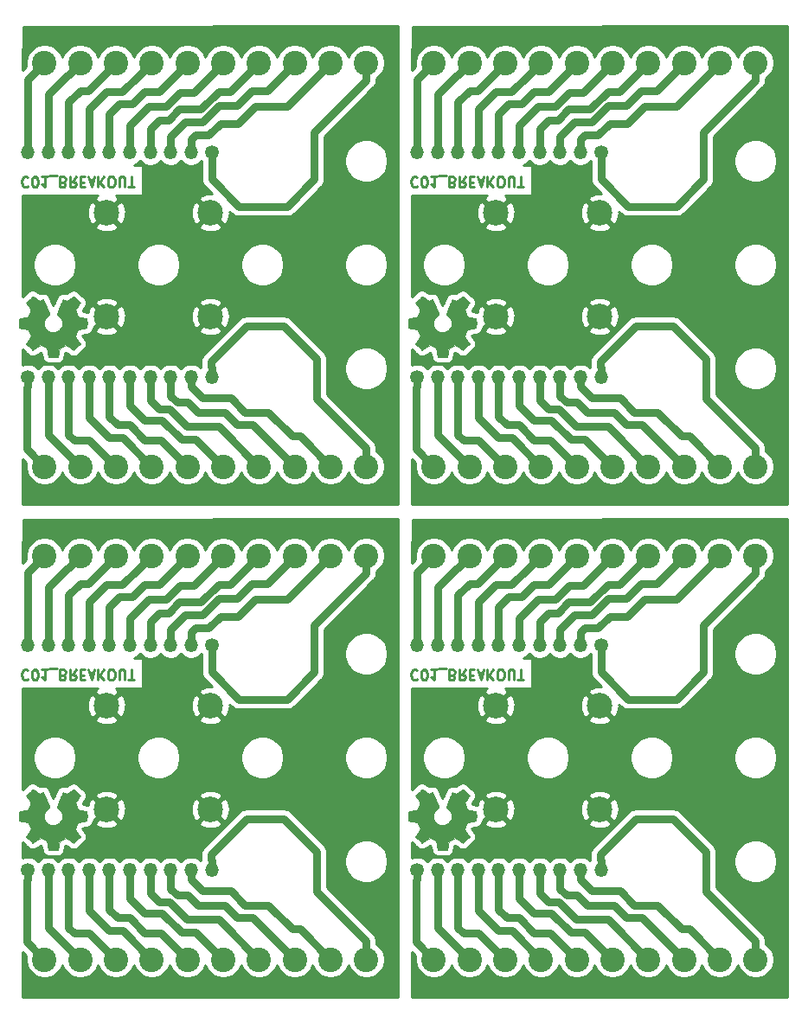
<source format=gbr>
G04 #@! TF.GenerationSoftware,KiCad,Pcbnew,5.1.5-52549c5~86~ubuntu18.04.1*
G04 #@! TF.CreationDate,2020-09-07T14:55:00-05:00*
G04 #@! TF.ProjectId,,58585858-5858-4585-9858-585858585858,rev?*
G04 #@! TF.SameCoordinates,Original*
G04 #@! TF.FileFunction,Copper,L2,Bot*
G04 #@! TF.FilePolarity,Positive*
%FSLAX46Y46*%
G04 Gerber Fmt 4.6, Leading zero omitted, Abs format (unit mm)*
G04 Created by KiCad (PCBNEW 5.1.5-52549c5~86~ubuntu18.04.1) date 2020-09-07 14:55:00*
%MOMM*%
%LPD*%
G04 APERTURE LIST*
%ADD10C,0.250000*%
%ADD11C,0.010000*%
%ADD12C,2.499360*%
%ADD13C,2.400000*%
%ADD14C,1.350000*%
%ADD15O,1.350000X1.350000*%
%ADD16C,0.750000*%
%ADD17C,0.254000*%
G04 APERTURE END LIST*
D10*
X142232666Y-105662457D02*
X142185047Y-105614838D01*
X142042190Y-105567219D01*
X141946952Y-105567219D01*
X141804095Y-105614838D01*
X141708857Y-105710076D01*
X141661238Y-105805314D01*
X141613619Y-105995790D01*
X141613619Y-106138647D01*
X141661238Y-106329123D01*
X141708857Y-106424361D01*
X141804095Y-106519600D01*
X141946952Y-106567219D01*
X142042190Y-106567219D01*
X142185047Y-106519600D01*
X142232666Y-106471980D01*
X142851714Y-106567219D02*
X142946952Y-106567219D01*
X143042190Y-106519600D01*
X143089809Y-106471980D01*
X143137428Y-106376742D01*
X143185047Y-106186266D01*
X143185047Y-105948171D01*
X143137428Y-105757695D01*
X143089809Y-105662457D01*
X143042190Y-105614838D01*
X142946952Y-105567219D01*
X142851714Y-105567219D01*
X142756476Y-105614838D01*
X142708857Y-105662457D01*
X142661238Y-105757695D01*
X142613619Y-105948171D01*
X142613619Y-106186266D01*
X142661238Y-106376742D01*
X142708857Y-106471980D01*
X142756476Y-106519600D01*
X142851714Y-106567219D01*
X144137428Y-105567219D02*
X143566000Y-105567219D01*
X143851714Y-105567219D02*
X143851714Y-106567219D01*
X143756476Y-106424361D01*
X143661238Y-106329123D01*
X143566000Y-106281504D01*
X144327904Y-105471980D02*
X145089809Y-105471980D01*
X145661238Y-106091028D02*
X145804095Y-106043409D01*
X145851714Y-105995790D01*
X145899333Y-105900552D01*
X145899333Y-105757695D01*
X145851714Y-105662457D01*
X145804095Y-105614838D01*
X145708857Y-105567219D01*
X145327904Y-105567219D01*
X145327904Y-106567219D01*
X145661238Y-106567219D01*
X145756476Y-106519600D01*
X145804095Y-106471980D01*
X145851714Y-106376742D01*
X145851714Y-106281504D01*
X145804095Y-106186266D01*
X145756476Y-106138647D01*
X145661238Y-106091028D01*
X145327904Y-106091028D01*
X146899333Y-105567219D02*
X146566000Y-106043409D01*
X146327904Y-105567219D02*
X146327904Y-106567219D01*
X146708857Y-106567219D01*
X146804095Y-106519600D01*
X146851714Y-106471980D01*
X146899333Y-106376742D01*
X146899333Y-106233885D01*
X146851714Y-106138647D01*
X146804095Y-106091028D01*
X146708857Y-106043409D01*
X146327904Y-106043409D01*
X147327904Y-106091028D02*
X147661238Y-106091028D01*
X147804095Y-105567219D02*
X147327904Y-105567219D01*
X147327904Y-106567219D01*
X147804095Y-106567219D01*
X148185047Y-105852933D02*
X148661238Y-105852933D01*
X148089809Y-105567219D02*
X148423142Y-106567219D01*
X148756476Y-105567219D01*
X149089809Y-105567219D02*
X149089809Y-106567219D01*
X149661238Y-105567219D02*
X149232666Y-106138647D01*
X149661238Y-106567219D02*
X149089809Y-105995790D01*
X150280285Y-106567219D02*
X150470761Y-106567219D01*
X150566000Y-106519600D01*
X150661238Y-106424361D01*
X150708857Y-106233885D01*
X150708857Y-105900552D01*
X150661238Y-105710076D01*
X150566000Y-105614838D01*
X150470761Y-105567219D01*
X150280285Y-105567219D01*
X150185047Y-105614838D01*
X150089809Y-105710076D01*
X150042190Y-105900552D01*
X150042190Y-106233885D01*
X150089809Y-106424361D01*
X150185047Y-106519600D01*
X150280285Y-106567219D01*
X151137428Y-106567219D02*
X151137428Y-105757695D01*
X151185047Y-105662457D01*
X151232666Y-105614838D01*
X151327904Y-105567219D01*
X151518380Y-105567219D01*
X151613619Y-105614838D01*
X151661238Y-105662457D01*
X151708857Y-105757695D01*
X151708857Y-106567219D01*
X152042190Y-106567219D02*
X152613619Y-106567219D01*
X152327904Y-105567219D02*
X152327904Y-106567219D01*
X104132666Y-105662457D02*
X104085047Y-105614838D01*
X103942190Y-105567219D01*
X103846952Y-105567219D01*
X103704095Y-105614838D01*
X103608857Y-105710076D01*
X103561238Y-105805314D01*
X103513619Y-105995790D01*
X103513619Y-106138647D01*
X103561238Y-106329123D01*
X103608857Y-106424361D01*
X103704095Y-106519600D01*
X103846952Y-106567219D01*
X103942190Y-106567219D01*
X104085047Y-106519600D01*
X104132666Y-106471980D01*
X104751714Y-106567219D02*
X104846952Y-106567219D01*
X104942190Y-106519600D01*
X104989809Y-106471980D01*
X105037428Y-106376742D01*
X105085047Y-106186266D01*
X105085047Y-105948171D01*
X105037428Y-105757695D01*
X104989809Y-105662457D01*
X104942190Y-105614838D01*
X104846952Y-105567219D01*
X104751714Y-105567219D01*
X104656476Y-105614838D01*
X104608857Y-105662457D01*
X104561238Y-105757695D01*
X104513619Y-105948171D01*
X104513619Y-106186266D01*
X104561238Y-106376742D01*
X104608857Y-106471980D01*
X104656476Y-106519600D01*
X104751714Y-106567219D01*
X106037428Y-105567219D02*
X105466000Y-105567219D01*
X105751714Y-105567219D02*
X105751714Y-106567219D01*
X105656476Y-106424361D01*
X105561238Y-106329123D01*
X105466000Y-106281504D01*
X106227904Y-105471980D02*
X106989809Y-105471980D01*
X107561238Y-106091028D02*
X107704095Y-106043409D01*
X107751714Y-105995790D01*
X107799333Y-105900552D01*
X107799333Y-105757695D01*
X107751714Y-105662457D01*
X107704095Y-105614838D01*
X107608857Y-105567219D01*
X107227904Y-105567219D01*
X107227904Y-106567219D01*
X107561238Y-106567219D01*
X107656476Y-106519600D01*
X107704095Y-106471980D01*
X107751714Y-106376742D01*
X107751714Y-106281504D01*
X107704095Y-106186266D01*
X107656476Y-106138647D01*
X107561238Y-106091028D01*
X107227904Y-106091028D01*
X108799333Y-105567219D02*
X108466000Y-106043409D01*
X108227904Y-105567219D02*
X108227904Y-106567219D01*
X108608857Y-106567219D01*
X108704095Y-106519600D01*
X108751714Y-106471980D01*
X108799333Y-106376742D01*
X108799333Y-106233885D01*
X108751714Y-106138647D01*
X108704095Y-106091028D01*
X108608857Y-106043409D01*
X108227904Y-106043409D01*
X109227904Y-106091028D02*
X109561238Y-106091028D01*
X109704095Y-105567219D02*
X109227904Y-105567219D01*
X109227904Y-106567219D01*
X109704095Y-106567219D01*
X110085047Y-105852933D02*
X110561238Y-105852933D01*
X109989809Y-105567219D02*
X110323142Y-106567219D01*
X110656476Y-105567219D01*
X110989809Y-105567219D02*
X110989809Y-106567219D01*
X111561238Y-105567219D02*
X111132666Y-106138647D01*
X111561238Y-106567219D02*
X110989809Y-105995790D01*
X112180285Y-106567219D02*
X112370761Y-106567219D01*
X112466000Y-106519600D01*
X112561238Y-106424361D01*
X112608857Y-106233885D01*
X112608857Y-105900552D01*
X112561238Y-105710076D01*
X112466000Y-105614838D01*
X112370761Y-105567219D01*
X112180285Y-105567219D01*
X112085047Y-105614838D01*
X111989809Y-105710076D01*
X111942190Y-105900552D01*
X111942190Y-106233885D01*
X111989809Y-106424361D01*
X112085047Y-106519600D01*
X112180285Y-106567219D01*
X113037428Y-106567219D02*
X113037428Y-105757695D01*
X113085047Y-105662457D01*
X113132666Y-105614838D01*
X113227904Y-105567219D01*
X113418380Y-105567219D01*
X113513619Y-105614838D01*
X113561238Y-105662457D01*
X113608857Y-105757695D01*
X113608857Y-106567219D01*
X113942190Y-106567219D02*
X114513619Y-106567219D01*
X114227904Y-105567219D02*
X114227904Y-106567219D01*
X142232666Y-57402457D02*
X142185047Y-57354838D01*
X142042190Y-57307219D01*
X141946952Y-57307219D01*
X141804095Y-57354838D01*
X141708857Y-57450076D01*
X141661238Y-57545314D01*
X141613619Y-57735790D01*
X141613619Y-57878647D01*
X141661238Y-58069123D01*
X141708857Y-58164361D01*
X141804095Y-58259600D01*
X141946952Y-58307219D01*
X142042190Y-58307219D01*
X142185047Y-58259600D01*
X142232666Y-58211980D01*
X142851714Y-58307219D02*
X142946952Y-58307219D01*
X143042190Y-58259600D01*
X143089809Y-58211980D01*
X143137428Y-58116742D01*
X143185047Y-57926266D01*
X143185047Y-57688171D01*
X143137428Y-57497695D01*
X143089809Y-57402457D01*
X143042190Y-57354838D01*
X142946952Y-57307219D01*
X142851714Y-57307219D01*
X142756476Y-57354838D01*
X142708857Y-57402457D01*
X142661238Y-57497695D01*
X142613619Y-57688171D01*
X142613619Y-57926266D01*
X142661238Y-58116742D01*
X142708857Y-58211980D01*
X142756476Y-58259600D01*
X142851714Y-58307219D01*
X144137428Y-57307219D02*
X143566000Y-57307219D01*
X143851714Y-57307219D02*
X143851714Y-58307219D01*
X143756476Y-58164361D01*
X143661238Y-58069123D01*
X143566000Y-58021504D01*
X144327904Y-57211980D02*
X145089809Y-57211980D01*
X145661238Y-57831028D02*
X145804095Y-57783409D01*
X145851714Y-57735790D01*
X145899333Y-57640552D01*
X145899333Y-57497695D01*
X145851714Y-57402457D01*
X145804095Y-57354838D01*
X145708857Y-57307219D01*
X145327904Y-57307219D01*
X145327904Y-58307219D01*
X145661238Y-58307219D01*
X145756476Y-58259600D01*
X145804095Y-58211980D01*
X145851714Y-58116742D01*
X145851714Y-58021504D01*
X145804095Y-57926266D01*
X145756476Y-57878647D01*
X145661238Y-57831028D01*
X145327904Y-57831028D01*
X146899333Y-57307219D02*
X146566000Y-57783409D01*
X146327904Y-57307219D02*
X146327904Y-58307219D01*
X146708857Y-58307219D01*
X146804095Y-58259600D01*
X146851714Y-58211980D01*
X146899333Y-58116742D01*
X146899333Y-57973885D01*
X146851714Y-57878647D01*
X146804095Y-57831028D01*
X146708857Y-57783409D01*
X146327904Y-57783409D01*
X147327904Y-57831028D02*
X147661238Y-57831028D01*
X147804095Y-57307219D02*
X147327904Y-57307219D01*
X147327904Y-58307219D01*
X147804095Y-58307219D01*
X148185047Y-57592933D02*
X148661238Y-57592933D01*
X148089809Y-57307219D02*
X148423142Y-58307219D01*
X148756476Y-57307219D01*
X149089809Y-57307219D02*
X149089809Y-58307219D01*
X149661238Y-57307219D02*
X149232666Y-57878647D01*
X149661238Y-58307219D02*
X149089809Y-57735790D01*
X150280285Y-58307219D02*
X150470761Y-58307219D01*
X150566000Y-58259600D01*
X150661238Y-58164361D01*
X150708857Y-57973885D01*
X150708857Y-57640552D01*
X150661238Y-57450076D01*
X150566000Y-57354838D01*
X150470761Y-57307219D01*
X150280285Y-57307219D01*
X150185047Y-57354838D01*
X150089809Y-57450076D01*
X150042190Y-57640552D01*
X150042190Y-57973885D01*
X150089809Y-58164361D01*
X150185047Y-58259600D01*
X150280285Y-58307219D01*
X151137428Y-58307219D02*
X151137428Y-57497695D01*
X151185047Y-57402457D01*
X151232666Y-57354838D01*
X151327904Y-57307219D01*
X151518380Y-57307219D01*
X151613619Y-57354838D01*
X151661238Y-57402457D01*
X151708857Y-57497695D01*
X151708857Y-58307219D01*
X152042190Y-58307219D02*
X152613619Y-58307219D01*
X152327904Y-57307219D02*
X152327904Y-58307219D01*
X104132666Y-57402457D02*
X104085047Y-57354838D01*
X103942190Y-57307219D01*
X103846952Y-57307219D01*
X103704095Y-57354838D01*
X103608857Y-57450076D01*
X103561238Y-57545314D01*
X103513619Y-57735790D01*
X103513619Y-57878647D01*
X103561238Y-58069123D01*
X103608857Y-58164361D01*
X103704095Y-58259600D01*
X103846952Y-58307219D01*
X103942190Y-58307219D01*
X104085047Y-58259600D01*
X104132666Y-58211980D01*
X104751714Y-58307219D02*
X104846952Y-58307219D01*
X104942190Y-58259600D01*
X104989809Y-58211980D01*
X105037428Y-58116742D01*
X105085047Y-57926266D01*
X105085047Y-57688171D01*
X105037428Y-57497695D01*
X104989809Y-57402457D01*
X104942190Y-57354838D01*
X104846952Y-57307219D01*
X104751714Y-57307219D01*
X104656476Y-57354838D01*
X104608857Y-57402457D01*
X104561238Y-57497695D01*
X104513619Y-57688171D01*
X104513619Y-57926266D01*
X104561238Y-58116742D01*
X104608857Y-58211980D01*
X104656476Y-58259600D01*
X104751714Y-58307219D01*
X106037428Y-57307219D02*
X105466000Y-57307219D01*
X105751714Y-57307219D02*
X105751714Y-58307219D01*
X105656476Y-58164361D01*
X105561238Y-58069123D01*
X105466000Y-58021504D01*
X106227904Y-57211980D02*
X106989809Y-57211980D01*
X107561238Y-57831028D02*
X107704095Y-57783409D01*
X107751714Y-57735790D01*
X107799333Y-57640552D01*
X107799333Y-57497695D01*
X107751714Y-57402457D01*
X107704095Y-57354838D01*
X107608857Y-57307219D01*
X107227904Y-57307219D01*
X107227904Y-58307219D01*
X107561238Y-58307219D01*
X107656476Y-58259600D01*
X107704095Y-58211980D01*
X107751714Y-58116742D01*
X107751714Y-58021504D01*
X107704095Y-57926266D01*
X107656476Y-57878647D01*
X107561238Y-57831028D01*
X107227904Y-57831028D01*
X108799333Y-57307219D02*
X108466000Y-57783409D01*
X108227904Y-57307219D02*
X108227904Y-58307219D01*
X108608857Y-58307219D01*
X108704095Y-58259600D01*
X108751714Y-58211980D01*
X108799333Y-58116742D01*
X108799333Y-57973885D01*
X108751714Y-57878647D01*
X108704095Y-57831028D01*
X108608857Y-57783409D01*
X108227904Y-57783409D01*
X109227904Y-57831028D02*
X109561238Y-57831028D01*
X109704095Y-57307219D02*
X109227904Y-57307219D01*
X109227904Y-58307219D01*
X109704095Y-58307219D01*
X110085047Y-57592933D02*
X110561238Y-57592933D01*
X109989809Y-57307219D02*
X110323142Y-58307219D01*
X110656476Y-57307219D01*
X110989809Y-57307219D02*
X110989809Y-58307219D01*
X111561238Y-57307219D02*
X111132666Y-57878647D01*
X111561238Y-58307219D02*
X110989809Y-57735790D01*
X112180285Y-58307219D02*
X112370761Y-58307219D01*
X112466000Y-58259600D01*
X112561238Y-58164361D01*
X112608857Y-57973885D01*
X112608857Y-57640552D01*
X112561238Y-57450076D01*
X112466000Y-57354838D01*
X112370761Y-57307219D01*
X112180285Y-57307219D01*
X112085047Y-57354838D01*
X111989809Y-57450076D01*
X111942190Y-57640552D01*
X111942190Y-57973885D01*
X111989809Y-58164361D01*
X112085047Y-58259600D01*
X112180285Y-58307219D01*
X113037428Y-58307219D02*
X113037428Y-57497695D01*
X113085047Y-57402457D01*
X113132666Y-57354838D01*
X113227904Y-57307219D01*
X113418380Y-57307219D01*
X113513619Y-57354838D01*
X113561238Y-57402457D01*
X113608857Y-57497695D01*
X113608857Y-58307219D01*
X113942190Y-58307219D02*
X114513619Y-58307219D01*
X114227904Y-57307219D02*
X114227904Y-58307219D01*
D11*
G36*
X145234214Y-122749269D02*
G01*
X145318035Y-122304645D01*
X145627320Y-122177147D01*
X145936606Y-122049649D01*
X146307646Y-122301954D01*
X146411557Y-122372204D01*
X146505487Y-122434928D01*
X146585052Y-122487262D01*
X146645870Y-122526343D01*
X146683557Y-122549307D01*
X146693821Y-122554258D01*
X146712310Y-122541524D01*
X146751820Y-122506318D01*
X146807922Y-122453138D01*
X146876187Y-122386482D01*
X146952186Y-122310846D01*
X147031492Y-122230728D01*
X147109675Y-122150626D01*
X147182307Y-122075036D01*
X147244959Y-122008455D01*
X147293203Y-121955382D01*
X147322610Y-121920313D01*
X147329641Y-121908577D01*
X147319523Y-121886940D01*
X147291159Y-121839538D01*
X147247529Y-121771007D01*
X147191618Y-121685985D01*
X147126406Y-121589107D01*
X147088619Y-121533850D01*
X147019743Y-121432952D01*
X146958540Y-121341901D01*
X146907978Y-121265230D01*
X146871028Y-121207472D01*
X146850658Y-121173157D01*
X146847597Y-121165946D01*
X146854536Y-121145452D01*
X146873451Y-121097687D01*
X146901487Y-121029368D01*
X146935791Y-120947211D01*
X146973509Y-120857930D01*
X147011787Y-120768242D01*
X147047770Y-120684862D01*
X147078606Y-120614506D01*
X147101439Y-120563890D01*
X147113417Y-120539729D01*
X147114124Y-120538778D01*
X147132931Y-120534164D01*
X147183018Y-120523872D01*
X147259193Y-120508913D01*
X147356265Y-120490299D01*
X147469043Y-120469041D01*
X147534842Y-120456782D01*
X147655350Y-120433838D01*
X147764197Y-120412005D01*
X147855876Y-120392478D01*
X147924881Y-120376452D01*
X147965704Y-120365121D01*
X147973911Y-120361526D01*
X147981948Y-120337194D01*
X147988433Y-120282241D01*
X147993370Y-120203092D01*
X147996764Y-120106174D01*
X147998618Y-119997913D01*
X147998938Y-119884735D01*
X147997727Y-119773065D01*
X147994990Y-119669332D01*
X147990731Y-119579959D01*
X147984955Y-119511374D01*
X147977667Y-119470003D01*
X147973295Y-119461390D01*
X147947164Y-119451067D01*
X147891793Y-119436308D01*
X147814507Y-119418848D01*
X147722630Y-119400420D01*
X147690558Y-119394459D01*
X147535924Y-119366134D01*
X147413775Y-119343324D01*
X147320073Y-119325120D01*
X147250784Y-119310617D01*
X147201871Y-119298908D01*
X147169297Y-119289085D01*
X147149028Y-119280244D01*
X147137026Y-119271476D01*
X147135347Y-119269743D01*
X147118584Y-119241829D01*
X147093014Y-119187505D01*
X147061188Y-119113423D01*
X147025660Y-119026235D01*
X146988983Y-118932592D01*
X146953711Y-118839148D01*
X146922396Y-118752553D01*
X146897593Y-118679460D01*
X146881854Y-118626522D01*
X146877732Y-118600389D01*
X146878076Y-118599474D01*
X146892041Y-118578114D01*
X146923722Y-118531116D01*
X146969791Y-118463373D01*
X147026918Y-118379777D01*
X147091773Y-118285218D01*
X147110243Y-118258346D01*
X147176099Y-118160925D01*
X147234050Y-118072037D01*
X147280938Y-117996788D01*
X147313607Y-117940280D01*
X147328900Y-117907619D01*
X147329641Y-117903607D01*
X147316792Y-117882516D01*
X147281288Y-117840736D01*
X147227693Y-117782755D01*
X147160571Y-117713065D01*
X147084487Y-117636155D01*
X147004004Y-117556517D01*
X146923687Y-117478639D01*
X146848099Y-117407014D01*
X146781805Y-117346130D01*
X146729369Y-117300479D01*
X146695355Y-117274550D01*
X146685945Y-117270317D01*
X146664043Y-117280288D01*
X146619200Y-117307180D01*
X146558721Y-117346464D01*
X146512189Y-117378083D01*
X146427875Y-117436102D01*
X146328026Y-117504416D01*
X146227873Y-117572621D01*
X146174027Y-117609125D01*
X145991771Y-117732400D01*
X145838781Y-117649680D01*
X145769082Y-117613441D01*
X145709814Y-117585274D01*
X145669711Y-117569209D01*
X145659503Y-117566974D01*
X145647229Y-117583478D01*
X145623013Y-117630118D01*
X145588663Y-117702591D01*
X145545988Y-117796594D01*
X145496794Y-117907826D01*
X145442890Y-118031985D01*
X145386084Y-118164768D01*
X145328182Y-118301873D01*
X145270993Y-118438998D01*
X145216324Y-118571842D01*
X145165984Y-118696102D01*
X145121780Y-118807475D01*
X145085519Y-118901661D01*
X145059009Y-118974356D01*
X145044058Y-119021259D01*
X145041654Y-119037367D01*
X145060711Y-119057914D01*
X145102436Y-119091267D01*
X145158106Y-119130498D01*
X145162778Y-119133601D01*
X145306664Y-119248777D01*
X145422683Y-119383147D01*
X145509830Y-119532416D01*
X145567099Y-119692287D01*
X145593486Y-119858463D01*
X145587985Y-120026648D01*
X145549590Y-120192545D01*
X145477295Y-120351858D01*
X145456026Y-120386713D01*
X145345396Y-120527463D01*
X145214702Y-120640486D01*
X145068464Y-120725197D01*
X144911208Y-120781006D01*
X144747457Y-120807326D01*
X144581733Y-120803570D01*
X144418562Y-120769150D01*
X144262465Y-120703477D01*
X144117967Y-120605965D01*
X144073269Y-120566387D01*
X143959512Y-120442497D01*
X143876618Y-120312076D01*
X143819756Y-120165885D01*
X143788087Y-120021112D01*
X143780269Y-119858340D01*
X143806338Y-119694760D01*
X143863645Y-119535902D01*
X143949544Y-119387294D01*
X144061386Y-119254465D01*
X144196523Y-119142944D01*
X144214283Y-119131189D01*
X144270550Y-119092692D01*
X144313323Y-119059337D01*
X144333772Y-119038040D01*
X144334069Y-119037367D01*
X144329679Y-119014329D01*
X144312276Y-118962043D01*
X144283668Y-118884810D01*
X144245665Y-118786932D01*
X144200074Y-118672709D01*
X144148703Y-118546442D01*
X144093362Y-118412433D01*
X144035858Y-118274982D01*
X143978001Y-118138392D01*
X143921598Y-118006963D01*
X143868458Y-117884995D01*
X143820390Y-117776791D01*
X143779201Y-117686651D01*
X143746701Y-117618877D01*
X143724697Y-117577770D01*
X143715836Y-117566974D01*
X143688760Y-117575381D01*
X143638097Y-117597928D01*
X143572583Y-117630587D01*
X143536559Y-117649680D01*
X143383568Y-117732400D01*
X143201312Y-117609125D01*
X143108275Y-117545972D01*
X143006415Y-117476473D01*
X142910962Y-117411035D01*
X142863150Y-117378083D01*
X142795905Y-117332927D01*
X142738964Y-117297143D01*
X142699754Y-117275262D01*
X142687019Y-117270637D01*
X142668483Y-117283115D01*
X142627459Y-117317948D01*
X142567925Y-117371522D01*
X142493858Y-117440217D01*
X142409235Y-117520419D01*
X142355715Y-117571914D01*
X142262081Y-117663914D01*
X142181159Y-117746201D01*
X142116223Y-117815255D01*
X142070542Y-117867556D01*
X142047389Y-117899584D01*
X142045168Y-117906084D01*
X142055476Y-117930806D01*
X142083961Y-117980795D01*
X142127463Y-118050988D01*
X142182823Y-118136325D01*
X142246880Y-118231744D01*
X142265097Y-118258346D01*
X142331473Y-118355033D01*
X142391022Y-118442083D01*
X142440416Y-118514605D01*
X142476325Y-118567707D01*
X142495419Y-118596497D01*
X142497264Y-118599474D01*
X142494505Y-118622418D01*
X142479862Y-118672864D01*
X142455887Y-118744159D01*
X142425134Y-118829653D01*
X142390156Y-118922693D01*
X142353507Y-119016626D01*
X142317739Y-119104801D01*
X142285406Y-119180566D01*
X142259062Y-119237269D01*
X142241258Y-119268257D01*
X142239993Y-119269743D01*
X142229106Y-119278599D01*
X142210718Y-119287357D01*
X142180794Y-119296923D01*
X142135297Y-119308204D01*
X142070191Y-119322107D01*
X141981439Y-119339537D01*
X141865007Y-119361402D01*
X141716858Y-119388609D01*
X141684782Y-119394459D01*
X141589714Y-119412826D01*
X141506835Y-119430795D01*
X141443470Y-119446631D01*
X141406942Y-119458600D01*
X141402044Y-119461390D01*
X141393973Y-119486128D01*
X141387413Y-119541410D01*
X141382367Y-119620811D01*
X141378841Y-119717904D01*
X141376839Y-119826262D01*
X141376364Y-119939460D01*
X141377423Y-120051072D01*
X141380018Y-120154671D01*
X141384154Y-120243832D01*
X141389837Y-120312128D01*
X141397069Y-120353134D01*
X141401429Y-120361526D01*
X141425702Y-120369992D01*
X141480974Y-120383765D01*
X141561738Y-120401650D01*
X141662488Y-120422452D01*
X141777717Y-120444977D01*
X141840498Y-120456782D01*
X141959613Y-120479049D01*
X142065835Y-120499221D01*
X142153973Y-120516285D01*
X142218834Y-120529231D01*
X142255226Y-120537045D01*
X142261216Y-120538778D01*
X142271339Y-120558310D01*
X142292738Y-120605357D01*
X142322561Y-120673197D01*
X142357955Y-120755109D01*
X142396068Y-120844372D01*
X142434047Y-120934265D01*
X142469040Y-121018065D01*
X142498194Y-121089053D01*
X142518657Y-121140506D01*
X142527577Y-121165703D01*
X142527743Y-121166804D01*
X142517631Y-121186681D01*
X142489283Y-121232423D01*
X142445677Y-121299483D01*
X142389794Y-121383316D01*
X142324613Y-121479374D01*
X142286721Y-121534550D01*
X142217675Y-121635719D01*
X142156350Y-121727570D01*
X142105737Y-121805456D01*
X142068829Y-121864731D01*
X142048618Y-121900749D01*
X142045699Y-121908823D01*
X142058247Y-121927616D01*
X142092937Y-121967743D01*
X142145337Y-122024707D01*
X142211016Y-122094015D01*
X142285544Y-122171169D01*
X142364487Y-122251675D01*
X142443417Y-122331037D01*
X142517900Y-122404760D01*
X142583506Y-122468348D01*
X142635804Y-122517306D01*
X142670361Y-122547139D01*
X142681922Y-122554258D01*
X142700746Y-122544247D01*
X142745769Y-122516122D01*
X142812613Y-122472746D01*
X142896901Y-122416982D01*
X142994256Y-122351694D01*
X143067693Y-122301954D01*
X143438733Y-122049649D01*
X144057305Y-122304645D01*
X144141125Y-122749269D01*
X144224946Y-123193893D01*
X145150394Y-123193893D01*
X145234214Y-122749269D01*
G37*
X145234214Y-122749269D02*
X145318035Y-122304645D01*
X145627320Y-122177147D01*
X145936606Y-122049649D01*
X146307646Y-122301954D01*
X146411557Y-122372204D01*
X146505487Y-122434928D01*
X146585052Y-122487262D01*
X146645870Y-122526343D01*
X146683557Y-122549307D01*
X146693821Y-122554258D01*
X146712310Y-122541524D01*
X146751820Y-122506318D01*
X146807922Y-122453138D01*
X146876187Y-122386482D01*
X146952186Y-122310846D01*
X147031492Y-122230728D01*
X147109675Y-122150626D01*
X147182307Y-122075036D01*
X147244959Y-122008455D01*
X147293203Y-121955382D01*
X147322610Y-121920313D01*
X147329641Y-121908577D01*
X147319523Y-121886940D01*
X147291159Y-121839538D01*
X147247529Y-121771007D01*
X147191618Y-121685985D01*
X147126406Y-121589107D01*
X147088619Y-121533850D01*
X147019743Y-121432952D01*
X146958540Y-121341901D01*
X146907978Y-121265230D01*
X146871028Y-121207472D01*
X146850658Y-121173157D01*
X146847597Y-121165946D01*
X146854536Y-121145452D01*
X146873451Y-121097687D01*
X146901487Y-121029368D01*
X146935791Y-120947211D01*
X146973509Y-120857930D01*
X147011787Y-120768242D01*
X147047770Y-120684862D01*
X147078606Y-120614506D01*
X147101439Y-120563890D01*
X147113417Y-120539729D01*
X147114124Y-120538778D01*
X147132931Y-120534164D01*
X147183018Y-120523872D01*
X147259193Y-120508913D01*
X147356265Y-120490299D01*
X147469043Y-120469041D01*
X147534842Y-120456782D01*
X147655350Y-120433838D01*
X147764197Y-120412005D01*
X147855876Y-120392478D01*
X147924881Y-120376452D01*
X147965704Y-120365121D01*
X147973911Y-120361526D01*
X147981948Y-120337194D01*
X147988433Y-120282241D01*
X147993370Y-120203092D01*
X147996764Y-120106174D01*
X147998618Y-119997913D01*
X147998938Y-119884735D01*
X147997727Y-119773065D01*
X147994990Y-119669332D01*
X147990731Y-119579959D01*
X147984955Y-119511374D01*
X147977667Y-119470003D01*
X147973295Y-119461390D01*
X147947164Y-119451067D01*
X147891793Y-119436308D01*
X147814507Y-119418848D01*
X147722630Y-119400420D01*
X147690558Y-119394459D01*
X147535924Y-119366134D01*
X147413775Y-119343324D01*
X147320073Y-119325120D01*
X147250784Y-119310617D01*
X147201871Y-119298908D01*
X147169297Y-119289085D01*
X147149028Y-119280244D01*
X147137026Y-119271476D01*
X147135347Y-119269743D01*
X147118584Y-119241829D01*
X147093014Y-119187505D01*
X147061188Y-119113423D01*
X147025660Y-119026235D01*
X146988983Y-118932592D01*
X146953711Y-118839148D01*
X146922396Y-118752553D01*
X146897593Y-118679460D01*
X146881854Y-118626522D01*
X146877732Y-118600389D01*
X146878076Y-118599474D01*
X146892041Y-118578114D01*
X146923722Y-118531116D01*
X146969791Y-118463373D01*
X147026918Y-118379777D01*
X147091773Y-118285218D01*
X147110243Y-118258346D01*
X147176099Y-118160925D01*
X147234050Y-118072037D01*
X147280938Y-117996788D01*
X147313607Y-117940280D01*
X147328900Y-117907619D01*
X147329641Y-117903607D01*
X147316792Y-117882516D01*
X147281288Y-117840736D01*
X147227693Y-117782755D01*
X147160571Y-117713065D01*
X147084487Y-117636155D01*
X147004004Y-117556517D01*
X146923687Y-117478639D01*
X146848099Y-117407014D01*
X146781805Y-117346130D01*
X146729369Y-117300479D01*
X146695355Y-117274550D01*
X146685945Y-117270317D01*
X146664043Y-117280288D01*
X146619200Y-117307180D01*
X146558721Y-117346464D01*
X146512189Y-117378083D01*
X146427875Y-117436102D01*
X146328026Y-117504416D01*
X146227873Y-117572621D01*
X146174027Y-117609125D01*
X145991771Y-117732400D01*
X145838781Y-117649680D01*
X145769082Y-117613441D01*
X145709814Y-117585274D01*
X145669711Y-117569209D01*
X145659503Y-117566974D01*
X145647229Y-117583478D01*
X145623013Y-117630118D01*
X145588663Y-117702591D01*
X145545988Y-117796594D01*
X145496794Y-117907826D01*
X145442890Y-118031985D01*
X145386084Y-118164768D01*
X145328182Y-118301873D01*
X145270993Y-118438998D01*
X145216324Y-118571842D01*
X145165984Y-118696102D01*
X145121780Y-118807475D01*
X145085519Y-118901661D01*
X145059009Y-118974356D01*
X145044058Y-119021259D01*
X145041654Y-119037367D01*
X145060711Y-119057914D01*
X145102436Y-119091267D01*
X145158106Y-119130498D01*
X145162778Y-119133601D01*
X145306664Y-119248777D01*
X145422683Y-119383147D01*
X145509830Y-119532416D01*
X145567099Y-119692287D01*
X145593486Y-119858463D01*
X145587985Y-120026648D01*
X145549590Y-120192545D01*
X145477295Y-120351858D01*
X145456026Y-120386713D01*
X145345396Y-120527463D01*
X145214702Y-120640486D01*
X145068464Y-120725197D01*
X144911208Y-120781006D01*
X144747457Y-120807326D01*
X144581733Y-120803570D01*
X144418562Y-120769150D01*
X144262465Y-120703477D01*
X144117967Y-120605965D01*
X144073269Y-120566387D01*
X143959512Y-120442497D01*
X143876618Y-120312076D01*
X143819756Y-120165885D01*
X143788087Y-120021112D01*
X143780269Y-119858340D01*
X143806338Y-119694760D01*
X143863645Y-119535902D01*
X143949544Y-119387294D01*
X144061386Y-119254465D01*
X144196523Y-119142944D01*
X144214283Y-119131189D01*
X144270550Y-119092692D01*
X144313323Y-119059337D01*
X144333772Y-119038040D01*
X144334069Y-119037367D01*
X144329679Y-119014329D01*
X144312276Y-118962043D01*
X144283668Y-118884810D01*
X144245665Y-118786932D01*
X144200074Y-118672709D01*
X144148703Y-118546442D01*
X144093362Y-118412433D01*
X144035858Y-118274982D01*
X143978001Y-118138392D01*
X143921598Y-118006963D01*
X143868458Y-117884995D01*
X143820390Y-117776791D01*
X143779201Y-117686651D01*
X143746701Y-117618877D01*
X143724697Y-117577770D01*
X143715836Y-117566974D01*
X143688760Y-117575381D01*
X143638097Y-117597928D01*
X143572583Y-117630587D01*
X143536559Y-117649680D01*
X143383568Y-117732400D01*
X143201312Y-117609125D01*
X143108275Y-117545972D01*
X143006415Y-117476473D01*
X142910962Y-117411035D01*
X142863150Y-117378083D01*
X142795905Y-117332927D01*
X142738964Y-117297143D01*
X142699754Y-117275262D01*
X142687019Y-117270637D01*
X142668483Y-117283115D01*
X142627459Y-117317948D01*
X142567925Y-117371522D01*
X142493858Y-117440217D01*
X142409235Y-117520419D01*
X142355715Y-117571914D01*
X142262081Y-117663914D01*
X142181159Y-117746201D01*
X142116223Y-117815255D01*
X142070542Y-117867556D01*
X142047389Y-117899584D01*
X142045168Y-117906084D01*
X142055476Y-117930806D01*
X142083961Y-117980795D01*
X142127463Y-118050988D01*
X142182823Y-118136325D01*
X142246880Y-118231744D01*
X142265097Y-118258346D01*
X142331473Y-118355033D01*
X142391022Y-118442083D01*
X142440416Y-118514605D01*
X142476325Y-118567707D01*
X142495419Y-118596497D01*
X142497264Y-118599474D01*
X142494505Y-118622418D01*
X142479862Y-118672864D01*
X142455887Y-118744159D01*
X142425134Y-118829653D01*
X142390156Y-118922693D01*
X142353507Y-119016626D01*
X142317739Y-119104801D01*
X142285406Y-119180566D01*
X142259062Y-119237269D01*
X142241258Y-119268257D01*
X142239993Y-119269743D01*
X142229106Y-119278599D01*
X142210718Y-119287357D01*
X142180794Y-119296923D01*
X142135297Y-119308204D01*
X142070191Y-119322107D01*
X141981439Y-119339537D01*
X141865007Y-119361402D01*
X141716858Y-119388609D01*
X141684782Y-119394459D01*
X141589714Y-119412826D01*
X141506835Y-119430795D01*
X141443470Y-119446631D01*
X141406942Y-119458600D01*
X141402044Y-119461390D01*
X141393973Y-119486128D01*
X141387413Y-119541410D01*
X141382367Y-119620811D01*
X141378841Y-119717904D01*
X141376839Y-119826262D01*
X141376364Y-119939460D01*
X141377423Y-120051072D01*
X141380018Y-120154671D01*
X141384154Y-120243832D01*
X141389837Y-120312128D01*
X141397069Y-120353134D01*
X141401429Y-120361526D01*
X141425702Y-120369992D01*
X141480974Y-120383765D01*
X141561738Y-120401650D01*
X141662488Y-120422452D01*
X141777717Y-120444977D01*
X141840498Y-120456782D01*
X141959613Y-120479049D01*
X142065835Y-120499221D01*
X142153973Y-120516285D01*
X142218834Y-120529231D01*
X142255226Y-120537045D01*
X142261216Y-120538778D01*
X142271339Y-120558310D01*
X142292738Y-120605357D01*
X142322561Y-120673197D01*
X142357955Y-120755109D01*
X142396068Y-120844372D01*
X142434047Y-120934265D01*
X142469040Y-121018065D01*
X142498194Y-121089053D01*
X142518657Y-121140506D01*
X142527577Y-121165703D01*
X142527743Y-121166804D01*
X142517631Y-121186681D01*
X142489283Y-121232423D01*
X142445677Y-121299483D01*
X142389794Y-121383316D01*
X142324613Y-121479374D01*
X142286721Y-121534550D01*
X142217675Y-121635719D01*
X142156350Y-121727570D01*
X142105737Y-121805456D01*
X142068829Y-121864731D01*
X142048618Y-121900749D01*
X142045699Y-121908823D01*
X142058247Y-121927616D01*
X142092937Y-121967743D01*
X142145337Y-122024707D01*
X142211016Y-122094015D01*
X142285544Y-122171169D01*
X142364487Y-122251675D01*
X142443417Y-122331037D01*
X142517900Y-122404760D01*
X142583506Y-122468348D01*
X142635804Y-122517306D01*
X142670361Y-122547139D01*
X142681922Y-122554258D01*
X142700746Y-122544247D01*
X142745769Y-122516122D01*
X142812613Y-122472746D01*
X142896901Y-122416982D01*
X142994256Y-122351694D01*
X143067693Y-122301954D01*
X143438733Y-122049649D01*
X144057305Y-122304645D01*
X144141125Y-122749269D01*
X144224946Y-123193893D01*
X145150394Y-123193893D01*
X145234214Y-122749269D01*
G36*
X107134214Y-122749269D02*
G01*
X107218035Y-122304645D01*
X107527320Y-122177147D01*
X107836606Y-122049649D01*
X108207646Y-122301954D01*
X108311557Y-122372204D01*
X108405487Y-122434928D01*
X108485052Y-122487262D01*
X108545870Y-122526343D01*
X108583557Y-122549307D01*
X108593821Y-122554258D01*
X108612310Y-122541524D01*
X108651820Y-122506318D01*
X108707922Y-122453138D01*
X108776187Y-122386482D01*
X108852186Y-122310846D01*
X108931492Y-122230728D01*
X109009675Y-122150626D01*
X109082307Y-122075036D01*
X109144959Y-122008455D01*
X109193203Y-121955382D01*
X109222610Y-121920313D01*
X109229641Y-121908577D01*
X109219523Y-121886940D01*
X109191159Y-121839538D01*
X109147529Y-121771007D01*
X109091618Y-121685985D01*
X109026406Y-121589107D01*
X108988619Y-121533850D01*
X108919743Y-121432952D01*
X108858540Y-121341901D01*
X108807978Y-121265230D01*
X108771028Y-121207472D01*
X108750658Y-121173157D01*
X108747597Y-121165946D01*
X108754536Y-121145452D01*
X108773451Y-121097687D01*
X108801487Y-121029368D01*
X108835791Y-120947211D01*
X108873509Y-120857930D01*
X108911787Y-120768242D01*
X108947770Y-120684862D01*
X108978606Y-120614506D01*
X109001439Y-120563890D01*
X109013417Y-120539729D01*
X109014124Y-120538778D01*
X109032931Y-120534164D01*
X109083018Y-120523872D01*
X109159193Y-120508913D01*
X109256265Y-120490299D01*
X109369043Y-120469041D01*
X109434842Y-120456782D01*
X109555350Y-120433838D01*
X109664197Y-120412005D01*
X109755876Y-120392478D01*
X109824881Y-120376452D01*
X109865704Y-120365121D01*
X109873911Y-120361526D01*
X109881948Y-120337194D01*
X109888433Y-120282241D01*
X109893370Y-120203092D01*
X109896764Y-120106174D01*
X109898618Y-119997913D01*
X109898938Y-119884735D01*
X109897727Y-119773065D01*
X109894990Y-119669332D01*
X109890731Y-119579959D01*
X109884955Y-119511374D01*
X109877667Y-119470003D01*
X109873295Y-119461390D01*
X109847164Y-119451067D01*
X109791793Y-119436308D01*
X109714507Y-119418848D01*
X109622630Y-119400420D01*
X109590558Y-119394459D01*
X109435924Y-119366134D01*
X109313775Y-119343324D01*
X109220073Y-119325120D01*
X109150784Y-119310617D01*
X109101871Y-119298908D01*
X109069297Y-119289085D01*
X109049028Y-119280244D01*
X109037026Y-119271476D01*
X109035347Y-119269743D01*
X109018584Y-119241829D01*
X108993014Y-119187505D01*
X108961188Y-119113423D01*
X108925660Y-119026235D01*
X108888983Y-118932592D01*
X108853711Y-118839148D01*
X108822396Y-118752553D01*
X108797593Y-118679460D01*
X108781854Y-118626522D01*
X108777732Y-118600389D01*
X108778076Y-118599474D01*
X108792041Y-118578114D01*
X108823722Y-118531116D01*
X108869791Y-118463373D01*
X108926918Y-118379777D01*
X108991773Y-118285218D01*
X109010243Y-118258346D01*
X109076099Y-118160925D01*
X109134050Y-118072037D01*
X109180938Y-117996788D01*
X109213607Y-117940280D01*
X109228900Y-117907619D01*
X109229641Y-117903607D01*
X109216792Y-117882516D01*
X109181288Y-117840736D01*
X109127693Y-117782755D01*
X109060571Y-117713065D01*
X108984487Y-117636155D01*
X108904004Y-117556517D01*
X108823687Y-117478639D01*
X108748099Y-117407014D01*
X108681805Y-117346130D01*
X108629369Y-117300479D01*
X108595355Y-117274550D01*
X108585945Y-117270317D01*
X108564043Y-117280288D01*
X108519200Y-117307180D01*
X108458721Y-117346464D01*
X108412189Y-117378083D01*
X108327875Y-117436102D01*
X108228026Y-117504416D01*
X108127873Y-117572621D01*
X108074027Y-117609125D01*
X107891771Y-117732400D01*
X107738781Y-117649680D01*
X107669082Y-117613441D01*
X107609814Y-117585274D01*
X107569711Y-117569209D01*
X107559503Y-117566974D01*
X107547229Y-117583478D01*
X107523013Y-117630118D01*
X107488663Y-117702591D01*
X107445988Y-117796594D01*
X107396794Y-117907826D01*
X107342890Y-118031985D01*
X107286084Y-118164768D01*
X107228182Y-118301873D01*
X107170993Y-118438998D01*
X107116324Y-118571842D01*
X107065984Y-118696102D01*
X107021780Y-118807475D01*
X106985519Y-118901661D01*
X106959009Y-118974356D01*
X106944058Y-119021259D01*
X106941654Y-119037367D01*
X106960711Y-119057914D01*
X107002436Y-119091267D01*
X107058106Y-119130498D01*
X107062778Y-119133601D01*
X107206664Y-119248777D01*
X107322683Y-119383147D01*
X107409830Y-119532416D01*
X107467099Y-119692287D01*
X107493486Y-119858463D01*
X107487985Y-120026648D01*
X107449590Y-120192545D01*
X107377295Y-120351858D01*
X107356026Y-120386713D01*
X107245396Y-120527463D01*
X107114702Y-120640486D01*
X106968464Y-120725197D01*
X106811208Y-120781006D01*
X106647457Y-120807326D01*
X106481733Y-120803570D01*
X106318562Y-120769150D01*
X106162465Y-120703477D01*
X106017967Y-120605965D01*
X105973269Y-120566387D01*
X105859512Y-120442497D01*
X105776618Y-120312076D01*
X105719756Y-120165885D01*
X105688087Y-120021112D01*
X105680269Y-119858340D01*
X105706338Y-119694760D01*
X105763645Y-119535902D01*
X105849544Y-119387294D01*
X105961386Y-119254465D01*
X106096523Y-119142944D01*
X106114283Y-119131189D01*
X106170550Y-119092692D01*
X106213323Y-119059337D01*
X106233772Y-119038040D01*
X106234069Y-119037367D01*
X106229679Y-119014329D01*
X106212276Y-118962043D01*
X106183668Y-118884810D01*
X106145665Y-118786932D01*
X106100074Y-118672709D01*
X106048703Y-118546442D01*
X105993362Y-118412433D01*
X105935858Y-118274982D01*
X105878001Y-118138392D01*
X105821598Y-118006963D01*
X105768458Y-117884995D01*
X105720390Y-117776791D01*
X105679201Y-117686651D01*
X105646701Y-117618877D01*
X105624697Y-117577770D01*
X105615836Y-117566974D01*
X105588760Y-117575381D01*
X105538097Y-117597928D01*
X105472583Y-117630587D01*
X105436559Y-117649680D01*
X105283568Y-117732400D01*
X105101312Y-117609125D01*
X105008275Y-117545972D01*
X104906415Y-117476473D01*
X104810962Y-117411035D01*
X104763150Y-117378083D01*
X104695905Y-117332927D01*
X104638964Y-117297143D01*
X104599754Y-117275262D01*
X104587019Y-117270637D01*
X104568483Y-117283115D01*
X104527459Y-117317948D01*
X104467925Y-117371522D01*
X104393858Y-117440217D01*
X104309235Y-117520419D01*
X104255715Y-117571914D01*
X104162081Y-117663914D01*
X104081159Y-117746201D01*
X104016223Y-117815255D01*
X103970542Y-117867556D01*
X103947389Y-117899584D01*
X103945168Y-117906084D01*
X103955476Y-117930806D01*
X103983961Y-117980795D01*
X104027463Y-118050988D01*
X104082823Y-118136325D01*
X104146880Y-118231744D01*
X104165097Y-118258346D01*
X104231473Y-118355033D01*
X104291022Y-118442083D01*
X104340416Y-118514605D01*
X104376325Y-118567707D01*
X104395419Y-118596497D01*
X104397264Y-118599474D01*
X104394505Y-118622418D01*
X104379862Y-118672864D01*
X104355887Y-118744159D01*
X104325134Y-118829653D01*
X104290156Y-118922693D01*
X104253507Y-119016626D01*
X104217739Y-119104801D01*
X104185406Y-119180566D01*
X104159062Y-119237269D01*
X104141258Y-119268257D01*
X104139993Y-119269743D01*
X104129106Y-119278599D01*
X104110718Y-119287357D01*
X104080794Y-119296923D01*
X104035297Y-119308204D01*
X103970191Y-119322107D01*
X103881439Y-119339537D01*
X103765007Y-119361402D01*
X103616858Y-119388609D01*
X103584782Y-119394459D01*
X103489714Y-119412826D01*
X103406835Y-119430795D01*
X103343470Y-119446631D01*
X103306942Y-119458600D01*
X103302044Y-119461390D01*
X103293973Y-119486128D01*
X103287413Y-119541410D01*
X103282367Y-119620811D01*
X103278841Y-119717904D01*
X103276839Y-119826262D01*
X103276364Y-119939460D01*
X103277423Y-120051072D01*
X103280018Y-120154671D01*
X103284154Y-120243832D01*
X103289837Y-120312128D01*
X103297069Y-120353134D01*
X103301429Y-120361526D01*
X103325702Y-120369992D01*
X103380974Y-120383765D01*
X103461738Y-120401650D01*
X103562488Y-120422452D01*
X103677717Y-120444977D01*
X103740498Y-120456782D01*
X103859613Y-120479049D01*
X103965835Y-120499221D01*
X104053973Y-120516285D01*
X104118834Y-120529231D01*
X104155226Y-120537045D01*
X104161216Y-120538778D01*
X104171339Y-120558310D01*
X104192738Y-120605357D01*
X104222561Y-120673197D01*
X104257955Y-120755109D01*
X104296068Y-120844372D01*
X104334047Y-120934265D01*
X104369040Y-121018065D01*
X104398194Y-121089053D01*
X104418657Y-121140506D01*
X104427577Y-121165703D01*
X104427743Y-121166804D01*
X104417631Y-121186681D01*
X104389283Y-121232423D01*
X104345677Y-121299483D01*
X104289794Y-121383316D01*
X104224613Y-121479374D01*
X104186721Y-121534550D01*
X104117675Y-121635719D01*
X104056350Y-121727570D01*
X104005737Y-121805456D01*
X103968829Y-121864731D01*
X103948618Y-121900749D01*
X103945699Y-121908823D01*
X103958247Y-121927616D01*
X103992937Y-121967743D01*
X104045337Y-122024707D01*
X104111016Y-122094015D01*
X104185544Y-122171169D01*
X104264487Y-122251675D01*
X104343417Y-122331037D01*
X104417900Y-122404760D01*
X104483506Y-122468348D01*
X104535804Y-122517306D01*
X104570361Y-122547139D01*
X104581922Y-122554258D01*
X104600746Y-122544247D01*
X104645769Y-122516122D01*
X104712613Y-122472746D01*
X104796901Y-122416982D01*
X104894256Y-122351694D01*
X104967693Y-122301954D01*
X105338733Y-122049649D01*
X105957305Y-122304645D01*
X106041125Y-122749269D01*
X106124946Y-123193893D01*
X107050394Y-123193893D01*
X107134214Y-122749269D01*
G37*
X107134214Y-122749269D02*
X107218035Y-122304645D01*
X107527320Y-122177147D01*
X107836606Y-122049649D01*
X108207646Y-122301954D01*
X108311557Y-122372204D01*
X108405487Y-122434928D01*
X108485052Y-122487262D01*
X108545870Y-122526343D01*
X108583557Y-122549307D01*
X108593821Y-122554258D01*
X108612310Y-122541524D01*
X108651820Y-122506318D01*
X108707922Y-122453138D01*
X108776187Y-122386482D01*
X108852186Y-122310846D01*
X108931492Y-122230728D01*
X109009675Y-122150626D01*
X109082307Y-122075036D01*
X109144959Y-122008455D01*
X109193203Y-121955382D01*
X109222610Y-121920313D01*
X109229641Y-121908577D01*
X109219523Y-121886940D01*
X109191159Y-121839538D01*
X109147529Y-121771007D01*
X109091618Y-121685985D01*
X109026406Y-121589107D01*
X108988619Y-121533850D01*
X108919743Y-121432952D01*
X108858540Y-121341901D01*
X108807978Y-121265230D01*
X108771028Y-121207472D01*
X108750658Y-121173157D01*
X108747597Y-121165946D01*
X108754536Y-121145452D01*
X108773451Y-121097687D01*
X108801487Y-121029368D01*
X108835791Y-120947211D01*
X108873509Y-120857930D01*
X108911787Y-120768242D01*
X108947770Y-120684862D01*
X108978606Y-120614506D01*
X109001439Y-120563890D01*
X109013417Y-120539729D01*
X109014124Y-120538778D01*
X109032931Y-120534164D01*
X109083018Y-120523872D01*
X109159193Y-120508913D01*
X109256265Y-120490299D01*
X109369043Y-120469041D01*
X109434842Y-120456782D01*
X109555350Y-120433838D01*
X109664197Y-120412005D01*
X109755876Y-120392478D01*
X109824881Y-120376452D01*
X109865704Y-120365121D01*
X109873911Y-120361526D01*
X109881948Y-120337194D01*
X109888433Y-120282241D01*
X109893370Y-120203092D01*
X109896764Y-120106174D01*
X109898618Y-119997913D01*
X109898938Y-119884735D01*
X109897727Y-119773065D01*
X109894990Y-119669332D01*
X109890731Y-119579959D01*
X109884955Y-119511374D01*
X109877667Y-119470003D01*
X109873295Y-119461390D01*
X109847164Y-119451067D01*
X109791793Y-119436308D01*
X109714507Y-119418848D01*
X109622630Y-119400420D01*
X109590558Y-119394459D01*
X109435924Y-119366134D01*
X109313775Y-119343324D01*
X109220073Y-119325120D01*
X109150784Y-119310617D01*
X109101871Y-119298908D01*
X109069297Y-119289085D01*
X109049028Y-119280244D01*
X109037026Y-119271476D01*
X109035347Y-119269743D01*
X109018584Y-119241829D01*
X108993014Y-119187505D01*
X108961188Y-119113423D01*
X108925660Y-119026235D01*
X108888983Y-118932592D01*
X108853711Y-118839148D01*
X108822396Y-118752553D01*
X108797593Y-118679460D01*
X108781854Y-118626522D01*
X108777732Y-118600389D01*
X108778076Y-118599474D01*
X108792041Y-118578114D01*
X108823722Y-118531116D01*
X108869791Y-118463373D01*
X108926918Y-118379777D01*
X108991773Y-118285218D01*
X109010243Y-118258346D01*
X109076099Y-118160925D01*
X109134050Y-118072037D01*
X109180938Y-117996788D01*
X109213607Y-117940280D01*
X109228900Y-117907619D01*
X109229641Y-117903607D01*
X109216792Y-117882516D01*
X109181288Y-117840736D01*
X109127693Y-117782755D01*
X109060571Y-117713065D01*
X108984487Y-117636155D01*
X108904004Y-117556517D01*
X108823687Y-117478639D01*
X108748099Y-117407014D01*
X108681805Y-117346130D01*
X108629369Y-117300479D01*
X108595355Y-117274550D01*
X108585945Y-117270317D01*
X108564043Y-117280288D01*
X108519200Y-117307180D01*
X108458721Y-117346464D01*
X108412189Y-117378083D01*
X108327875Y-117436102D01*
X108228026Y-117504416D01*
X108127873Y-117572621D01*
X108074027Y-117609125D01*
X107891771Y-117732400D01*
X107738781Y-117649680D01*
X107669082Y-117613441D01*
X107609814Y-117585274D01*
X107569711Y-117569209D01*
X107559503Y-117566974D01*
X107547229Y-117583478D01*
X107523013Y-117630118D01*
X107488663Y-117702591D01*
X107445988Y-117796594D01*
X107396794Y-117907826D01*
X107342890Y-118031985D01*
X107286084Y-118164768D01*
X107228182Y-118301873D01*
X107170993Y-118438998D01*
X107116324Y-118571842D01*
X107065984Y-118696102D01*
X107021780Y-118807475D01*
X106985519Y-118901661D01*
X106959009Y-118974356D01*
X106944058Y-119021259D01*
X106941654Y-119037367D01*
X106960711Y-119057914D01*
X107002436Y-119091267D01*
X107058106Y-119130498D01*
X107062778Y-119133601D01*
X107206664Y-119248777D01*
X107322683Y-119383147D01*
X107409830Y-119532416D01*
X107467099Y-119692287D01*
X107493486Y-119858463D01*
X107487985Y-120026648D01*
X107449590Y-120192545D01*
X107377295Y-120351858D01*
X107356026Y-120386713D01*
X107245396Y-120527463D01*
X107114702Y-120640486D01*
X106968464Y-120725197D01*
X106811208Y-120781006D01*
X106647457Y-120807326D01*
X106481733Y-120803570D01*
X106318562Y-120769150D01*
X106162465Y-120703477D01*
X106017967Y-120605965D01*
X105973269Y-120566387D01*
X105859512Y-120442497D01*
X105776618Y-120312076D01*
X105719756Y-120165885D01*
X105688087Y-120021112D01*
X105680269Y-119858340D01*
X105706338Y-119694760D01*
X105763645Y-119535902D01*
X105849544Y-119387294D01*
X105961386Y-119254465D01*
X106096523Y-119142944D01*
X106114283Y-119131189D01*
X106170550Y-119092692D01*
X106213323Y-119059337D01*
X106233772Y-119038040D01*
X106234069Y-119037367D01*
X106229679Y-119014329D01*
X106212276Y-118962043D01*
X106183668Y-118884810D01*
X106145665Y-118786932D01*
X106100074Y-118672709D01*
X106048703Y-118546442D01*
X105993362Y-118412433D01*
X105935858Y-118274982D01*
X105878001Y-118138392D01*
X105821598Y-118006963D01*
X105768458Y-117884995D01*
X105720390Y-117776791D01*
X105679201Y-117686651D01*
X105646701Y-117618877D01*
X105624697Y-117577770D01*
X105615836Y-117566974D01*
X105588760Y-117575381D01*
X105538097Y-117597928D01*
X105472583Y-117630587D01*
X105436559Y-117649680D01*
X105283568Y-117732400D01*
X105101312Y-117609125D01*
X105008275Y-117545972D01*
X104906415Y-117476473D01*
X104810962Y-117411035D01*
X104763150Y-117378083D01*
X104695905Y-117332927D01*
X104638964Y-117297143D01*
X104599754Y-117275262D01*
X104587019Y-117270637D01*
X104568483Y-117283115D01*
X104527459Y-117317948D01*
X104467925Y-117371522D01*
X104393858Y-117440217D01*
X104309235Y-117520419D01*
X104255715Y-117571914D01*
X104162081Y-117663914D01*
X104081159Y-117746201D01*
X104016223Y-117815255D01*
X103970542Y-117867556D01*
X103947389Y-117899584D01*
X103945168Y-117906084D01*
X103955476Y-117930806D01*
X103983961Y-117980795D01*
X104027463Y-118050988D01*
X104082823Y-118136325D01*
X104146880Y-118231744D01*
X104165097Y-118258346D01*
X104231473Y-118355033D01*
X104291022Y-118442083D01*
X104340416Y-118514605D01*
X104376325Y-118567707D01*
X104395419Y-118596497D01*
X104397264Y-118599474D01*
X104394505Y-118622418D01*
X104379862Y-118672864D01*
X104355887Y-118744159D01*
X104325134Y-118829653D01*
X104290156Y-118922693D01*
X104253507Y-119016626D01*
X104217739Y-119104801D01*
X104185406Y-119180566D01*
X104159062Y-119237269D01*
X104141258Y-119268257D01*
X104139993Y-119269743D01*
X104129106Y-119278599D01*
X104110718Y-119287357D01*
X104080794Y-119296923D01*
X104035297Y-119308204D01*
X103970191Y-119322107D01*
X103881439Y-119339537D01*
X103765007Y-119361402D01*
X103616858Y-119388609D01*
X103584782Y-119394459D01*
X103489714Y-119412826D01*
X103406835Y-119430795D01*
X103343470Y-119446631D01*
X103306942Y-119458600D01*
X103302044Y-119461390D01*
X103293973Y-119486128D01*
X103287413Y-119541410D01*
X103282367Y-119620811D01*
X103278841Y-119717904D01*
X103276839Y-119826262D01*
X103276364Y-119939460D01*
X103277423Y-120051072D01*
X103280018Y-120154671D01*
X103284154Y-120243832D01*
X103289837Y-120312128D01*
X103297069Y-120353134D01*
X103301429Y-120361526D01*
X103325702Y-120369992D01*
X103380974Y-120383765D01*
X103461738Y-120401650D01*
X103562488Y-120422452D01*
X103677717Y-120444977D01*
X103740498Y-120456782D01*
X103859613Y-120479049D01*
X103965835Y-120499221D01*
X104053973Y-120516285D01*
X104118834Y-120529231D01*
X104155226Y-120537045D01*
X104161216Y-120538778D01*
X104171339Y-120558310D01*
X104192738Y-120605357D01*
X104222561Y-120673197D01*
X104257955Y-120755109D01*
X104296068Y-120844372D01*
X104334047Y-120934265D01*
X104369040Y-121018065D01*
X104398194Y-121089053D01*
X104418657Y-121140506D01*
X104427577Y-121165703D01*
X104427743Y-121166804D01*
X104417631Y-121186681D01*
X104389283Y-121232423D01*
X104345677Y-121299483D01*
X104289794Y-121383316D01*
X104224613Y-121479374D01*
X104186721Y-121534550D01*
X104117675Y-121635719D01*
X104056350Y-121727570D01*
X104005737Y-121805456D01*
X103968829Y-121864731D01*
X103948618Y-121900749D01*
X103945699Y-121908823D01*
X103958247Y-121927616D01*
X103992937Y-121967743D01*
X104045337Y-122024707D01*
X104111016Y-122094015D01*
X104185544Y-122171169D01*
X104264487Y-122251675D01*
X104343417Y-122331037D01*
X104417900Y-122404760D01*
X104483506Y-122468348D01*
X104535804Y-122517306D01*
X104570361Y-122547139D01*
X104581922Y-122554258D01*
X104600746Y-122544247D01*
X104645769Y-122516122D01*
X104712613Y-122472746D01*
X104796901Y-122416982D01*
X104894256Y-122351694D01*
X104967693Y-122301954D01*
X105338733Y-122049649D01*
X105957305Y-122304645D01*
X106041125Y-122749269D01*
X106124946Y-123193893D01*
X107050394Y-123193893D01*
X107134214Y-122749269D01*
G36*
X145234214Y-74489269D02*
G01*
X145318035Y-74044645D01*
X145627320Y-73917147D01*
X145936606Y-73789649D01*
X146307646Y-74041954D01*
X146411557Y-74112204D01*
X146505487Y-74174928D01*
X146585052Y-74227262D01*
X146645870Y-74266343D01*
X146683557Y-74289307D01*
X146693821Y-74294258D01*
X146712310Y-74281524D01*
X146751820Y-74246318D01*
X146807922Y-74193138D01*
X146876187Y-74126482D01*
X146952186Y-74050846D01*
X147031492Y-73970728D01*
X147109675Y-73890626D01*
X147182307Y-73815036D01*
X147244959Y-73748455D01*
X147293203Y-73695382D01*
X147322610Y-73660313D01*
X147329641Y-73648577D01*
X147319523Y-73626940D01*
X147291159Y-73579538D01*
X147247529Y-73511007D01*
X147191618Y-73425985D01*
X147126406Y-73329107D01*
X147088619Y-73273850D01*
X147019743Y-73172952D01*
X146958540Y-73081901D01*
X146907978Y-73005230D01*
X146871028Y-72947472D01*
X146850658Y-72913157D01*
X146847597Y-72905946D01*
X146854536Y-72885452D01*
X146873451Y-72837687D01*
X146901487Y-72769368D01*
X146935791Y-72687211D01*
X146973509Y-72597930D01*
X147011787Y-72508242D01*
X147047770Y-72424862D01*
X147078606Y-72354506D01*
X147101439Y-72303890D01*
X147113417Y-72279729D01*
X147114124Y-72278778D01*
X147132931Y-72274164D01*
X147183018Y-72263872D01*
X147259193Y-72248913D01*
X147356265Y-72230299D01*
X147469043Y-72209041D01*
X147534842Y-72196782D01*
X147655350Y-72173838D01*
X147764197Y-72152005D01*
X147855876Y-72132478D01*
X147924881Y-72116452D01*
X147965704Y-72105121D01*
X147973911Y-72101526D01*
X147981948Y-72077194D01*
X147988433Y-72022241D01*
X147993370Y-71943092D01*
X147996764Y-71846174D01*
X147998618Y-71737913D01*
X147998938Y-71624735D01*
X147997727Y-71513065D01*
X147994990Y-71409332D01*
X147990731Y-71319959D01*
X147984955Y-71251374D01*
X147977667Y-71210003D01*
X147973295Y-71201390D01*
X147947164Y-71191067D01*
X147891793Y-71176308D01*
X147814507Y-71158848D01*
X147722630Y-71140420D01*
X147690558Y-71134459D01*
X147535924Y-71106134D01*
X147413775Y-71083324D01*
X147320073Y-71065120D01*
X147250784Y-71050617D01*
X147201871Y-71038908D01*
X147169297Y-71029085D01*
X147149028Y-71020244D01*
X147137026Y-71011476D01*
X147135347Y-71009743D01*
X147118584Y-70981829D01*
X147093014Y-70927505D01*
X147061188Y-70853423D01*
X147025660Y-70766235D01*
X146988983Y-70672592D01*
X146953711Y-70579148D01*
X146922396Y-70492553D01*
X146897593Y-70419460D01*
X146881854Y-70366522D01*
X146877732Y-70340389D01*
X146878076Y-70339474D01*
X146892041Y-70318114D01*
X146923722Y-70271116D01*
X146969791Y-70203373D01*
X147026918Y-70119777D01*
X147091773Y-70025218D01*
X147110243Y-69998346D01*
X147176099Y-69900925D01*
X147234050Y-69812037D01*
X147280938Y-69736788D01*
X147313607Y-69680280D01*
X147328900Y-69647619D01*
X147329641Y-69643607D01*
X147316792Y-69622516D01*
X147281288Y-69580736D01*
X147227693Y-69522755D01*
X147160571Y-69453065D01*
X147084487Y-69376155D01*
X147004004Y-69296517D01*
X146923687Y-69218639D01*
X146848099Y-69147014D01*
X146781805Y-69086130D01*
X146729369Y-69040479D01*
X146695355Y-69014550D01*
X146685945Y-69010317D01*
X146664043Y-69020288D01*
X146619200Y-69047180D01*
X146558721Y-69086464D01*
X146512189Y-69118083D01*
X146427875Y-69176102D01*
X146328026Y-69244416D01*
X146227873Y-69312621D01*
X146174027Y-69349125D01*
X145991771Y-69472400D01*
X145838781Y-69389680D01*
X145769082Y-69353441D01*
X145709814Y-69325274D01*
X145669711Y-69309209D01*
X145659503Y-69306974D01*
X145647229Y-69323478D01*
X145623013Y-69370118D01*
X145588663Y-69442591D01*
X145545988Y-69536594D01*
X145496794Y-69647826D01*
X145442890Y-69771985D01*
X145386084Y-69904768D01*
X145328182Y-70041873D01*
X145270993Y-70178998D01*
X145216324Y-70311842D01*
X145165984Y-70436102D01*
X145121780Y-70547475D01*
X145085519Y-70641661D01*
X145059009Y-70714356D01*
X145044058Y-70761259D01*
X145041654Y-70777367D01*
X145060711Y-70797914D01*
X145102436Y-70831267D01*
X145158106Y-70870498D01*
X145162778Y-70873601D01*
X145306664Y-70988777D01*
X145422683Y-71123147D01*
X145509830Y-71272416D01*
X145567099Y-71432287D01*
X145593486Y-71598463D01*
X145587985Y-71766648D01*
X145549590Y-71932545D01*
X145477295Y-72091858D01*
X145456026Y-72126713D01*
X145345396Y-72267463D01*
X145214702Y-72380486D01*
X145068464Y-72465197D01*
X144911208Y-72521006D01*
X144747457Y-72547326D01*
X144581733Y-72543570D01*
X144418562Y-72509150D01*
X144262465Y-72443477D01*
X144117967Y-72345965D01*
X144073269Y-72306387D01*
X143959512Y-72182497D01*
X143876618Y-72052076D01*
X143819756Y-71905885D01*
X143788087Y-71761112D01*
X143780269Y-71598340D01*
X143806338Y-71434760D01*
X143863645Y-71275902D01*
X143949544Y-71127294D01*
X144061386Y-70994465D01*
X144196523Y-70882944D01*
X144214283Y-70871189D01*
X144270550Y-70832692D01*
X144313323Y-70799337D01*
X144333772Y-70778040D01*
X144334069Y-70777367D01*
X144329679Y-70754329D01*
X144312276Y-70702043D01*
X144283668Y-70624810D01*
X144245665Y-70526932D01*
X144200074Y-70412709D01*
X144148703Y-70286442D01*
X144093362Y-70152433D01*
X144035858Y-70014982D01*
X143978001Y-69878392D01*
X143921598Y-69746963D01*
X143868458Y-69624995D01*
X143820390Y-69516791D01*
X143779201Y-69426651D01*
X143746701Y-69358877D01*
X143724697Y-69317770D01*
X143715836Y-69306974D01*
X143688760Y-69315381D01*
X143638097Y-69337928D01*
X143572583Y-69370587D01*
X143536559Y-69389680D01*
X143383568Y-69472400D01*
X143201312Y-69349125D01*
X143108275Y-69285972D01*
X143006415Y-69216473D01*
X142910962Y-69151035D01*
X142863150Y-69118083D01*
X142795905Y-69072927D01*
X142738964Y-69037143D01*
X142699754Y-69015262D01*
X142687019Y-69010637D01*
X142668483Y-69023115D01*
X142627459Y-69057948D01*
X142567925Y-69111522D01*
X142493858Y-69180217D01*
X142409235Y-69260419D01*
X142355715Y-69311914D01*
X142262081Y-69403914D01*
X142181159Y-69486201D01*
X142116223Y-69555255D01*
X142070542Y-69607556D01*
X142047389Y-69639584D01*
X142045168Y-69646084D01*
X142055476Y-69670806D01*
X142083961Y-69720795D01*
X142127463Y-69790988D01*
X142182823Y-69876325D01*
X142246880Y-69971744D01*
X142265097Y-69998346D01*
X142331473Y-70095033D01*
X142391022Y-70182083D01*
X142440416Y-70254605D01*
X142476325Y-70307707D01*
X142495419Y-70336497D01*
X142497264Y-70339474D01*
X142494505Y-70362418D01*
X142479862Y-70412864D01*
X142455887Y-70484159D01*
X142425134Y-70569653D01*
X142390156Y-70662693D01*
X142353507Y-70756626D01*
X142317739Y-70844801D01*
X142285406Y-70920566D01*
X142259062Y-70977269D01*
X142241258Y-71008257D01*
X142239993Y-71009743D01*
X142229106Y-71018599D01*
X142210718Y-71027357D01*
X142180794Y-71036923D01*
X142135297Y-71048204D01*
X142070191Y-71062107D01*
X141981439Y-71079537D01*
X141865007Y-71101402D01*
X141716858Y-71128609D01*
X141684782Y-71134459D01*
X141589714Y-71152826D01*
X141506835Y-71170795D01*
X141443470Y-71186631D01*
X141406942Y-71198600D01*
X141402044Y-71201390D01*
X141393973Y-71226128D01*
X141387413Y-71281410D01*
X141382367Y-71360811D01*
X141378841Y-71457904D01*
X141376839Y-71566262D01*
X141376364Y-71679460D01*
X141377423Y-71791072D01*
X141380018Y-71894671D01*
X141384154Y-71983832D01*
X141389837Y-72052128D01*
X141397069Y-72093134D01*
X141401429Y-72101526D01*
X141425702Y-72109992D01*
X141480974Y-72123765D01*
X141561738Y-72141650D01*
X141662488Y-72162452D01*
X141777717Y-72184977D01*
X141840498Y-72196782D01*
X141959613Y-72219049D01*
X142065835Y-72239221D01*
X142153973Y-72256285D01*
X142218834Y-72269231D01*
X142255226Y-72277045D01*
X142261216Y-72278778D01*
X142271339Y-72298310D01*
X142292738Y-72345357D01*
X142322561Y-72413197D01*
X142357955Y-72495109D01*
X142396068Y-72584372D01*
X142434047Y-72674265D01*
X142469040Y-72758065D01*
X142498194Y-72829053D01*
X142518657Y-72880506D01*
X142527577Y-72905703D01*
X142527743Y-72906804D01*
X142517631Y-72926681D01*
X142489283Y-72972423D01*
X142445677Y-73039483D01*
X142389794Y-73123316D01*
X142324613Y-73219374D01*
X142286721Y-73274550D01*
X142217675Y-73375719D01*
X142156350Y-73467570D01*
X142105737Y-73545456D01*
X142068829Y-73604731D01*
X142048618Y-73640749D01*
X142045699Y-73648823D01*
X142058247Y-73667616D01*
X142092937Y-73707743D01*
X142145337Y-73764707D01*
X142211016Y-73834015D01*
X142285544Y-73911169D01*
X142364487Y-73991675D01*
X142443417Y-74071037D01*
X142517900Y-74144760D01*
X142583506Y-74208348D01*
X142635804Y-74257306D01*
X142670361Y-74287139D01*
X142681922Y-74294258D01*
X142700746Y-74284247D01*
X142745769Y-74256122D01*
X142812613Y-74212746D01*
X142896901Y-74156982D01*
X142994256Y-74091694D01*
X143067693Y-74041954D01*
X143438733Y-73789649D01*
X144057305Y-74044645D01*
X144141125Y-74489269D01*
X144224946Y-74933893D01*
X145150394Y-74933893D01*
X145234214Y-74489269D01*
G37*
X145234214Y-74489269D02*
X145318035Y-74044645D01*
X145627320Y-73917147D01*
X145936606Y-73789649D01*
X146307646Y-74041954D01*
X146411557Y-74112204D01*
X146505487Y-74174928D01*
X146585052Y-74227262D01*
X146645870Y-74266343D01*
X146683557Y-74289307D01*
X146693821Y-74294258D01*
X146712310Y-74281524D01*
X146751820Y-74246318D01*
X146807922Y-74193138D01*
X146876187Y-74126482D01*
X146952186Y-74050846D01*
X147031492Y-73970728D01*
X147109675Y-73890626D01*
X147182307Y-73815036D01*
X147244959Y-73748455D01*
X147293203Y-73695382D01*
X147322610Y-73660313D01*
X147329641Y-73648577D01*
X147319523Y-73626940D01*
X147291159Y-73579538D01*
X147247529Y-73511007D01*
X147191618Y-73425985D01*
X147126406Y-73329107D01*
X147088619Y-73273850D01*
X147019743Y-73172952D01*
X146958540Y-73081901D01*
X146907978Y-73005230D01*
X146871028Y-72947472D01*
X146850658Y-72913157D01*
X146847597Y-72905946D01*
X146854536Y-72885452D01*
X146873451Y-72837687D01*
X146901487Y-72769368D01*
X146935791Y-72687211D01*
X146973509Y-72597930D01*
X147011787Y-72508242D01*
X147047770Y-72424862D01*
X147078606Y-72354506D01*
X147101439Y-72303890D01*
X147113417Y-72279729D01*
X147114124Y-72278778D01*
X147132931Y-72274164D01*
X147183018Y-72263872D01*
X147259193Y-72248913D01*
X147356265Y-72230299D01*
X147469043Y-72209041D01*
X147534842Y-72196782D01*
X147655350Y-72173838D01*
X147764197Y-72152005D01*
X147855876Y-72132478D01*
X147924881Y-72116452D01*
X147965704Y-72105121D01*
X147973911Y-72101526D01*
X147981948Y-72077194D01*
X147988433Y-72022241D01*
X147993370Y-71943092D01*
X147996764Y-71846174D01*
X147998618Y-71737913D01*
X147998938Y-71624735D01*
X147997727Y-71513065D01*
X147994990Y-71409332D01*
X147990731Y-71319959D01*
X147984955Y-71251374D01*
X147977667Y-71210003D01*
X147973295Y-71201390D01*
X147947164Y-71191067D01*
X147891793Y-71176308D01*
X147814507Y-71158848D01*
X147722630Y-71140420D01*
X147690558Y-71134459D01*
X147535924Y-71106134D01*
X147413775Y-71083324D01*
X147320073Y-71065120D01*
X147250784Y-71050617D01*
X147201871Y-71038908D01*
X147169297Y-71029085D01*
X147149028Y-71020244D01*
X147137026Y-71011476D01*
X147135347Y-71009743D01*
X147118584Y-70981829D01*
X147093014Y-70927505D01*
X147061188Y-70853423D01*
X147025660Y-70766235D01*
X146988983Y-70672592D01*
X146953711Y-70579148D01*
X146922396Y-70492553D01*
X146897593Y-70419460D01*
X146881854Y-70366522D01*
X146877732Y-70340389D01*
X146878076Y-70339474D01*
X146892041Y-70318114D01*
X146923722Y-70271116D01*
X146969791Y-70203373D01*
X147026918Y-70119777D01*
X147091773Y-70025218D01*
X147110243Y-69998346D01*
X147176099Y-69900925D01*
X147234050Y-69812037D01*
X147280938Y-69736788D01*
X147313607Y-69680280D01*
X147328900Y-69647619D01*
X147329641Y-69643607D01*
X147316792Y-69622516D01*
X147281288Y-69580736D01*
X147227693Y-69522755D01*
X147160571Y-69453065D01*
X147084487Y-69376155D01*
X147004004Y-69296517D01*
X146923687Y-69218639D01*
X146848099Y-69147014D01*
X146781805Y-69086130D01*
X146729369Y-69040479D01*
X146695355Y-69014550D01*
X146685945Y-69010317D01*
X146664043Y-69020288D01*
X146619200Y-69047180D01*
X146558721Y-69086464D01*
X146512189Y-69118083D01*
X146427875Y-69176102D01*
X146328026Y-69244416D01*
X146227873Y-69312621D01*
X146174027Y-69349125D01*
X145991771Y-69472400D01*
X145838781Y-69389680D01*
X145769082Y-69353441D01*
X145709814Y-69325274D01*
X145669711Y-69309209D01*
X145659503Y-69306974D01*
X145647229Y-69323478D01*
X145623013Y-69370118D01*
X145588663Y-69442591D01*
X145545988Y-69536594D01*
X145496794Y-69647826D01*
X145442890Y-69771985D01*
X145386084Y-69904768D01*
X145328182Y-70041873D01*
X145270993Y-70178998D01*
X145216324Y-70311842D01*
X145165984Y-70436102D01*
X145121780Y-70547475D01*
X145085519Y-70641661D01*
X145059009Y-70714356D01*
X145044058Y-70761259D01*
X145041654Y-70777367D01*
X145060711Y-70797914D01*
X145102436Y-70831267D01*
X145158106Y-70870498D01*
X145162778Y-70873601D01*
X145306664Y-70988777D01*
X145422683Y-71123147D01*
X145509830Y-71272416D01*
X145567099Y-71432287D01*
X145593486Y-71598463D01*
X145587985Y-71766648D01*
X145549590Y-71932545D01*
X145477295Y-72091858D01*
X145456026Y-72126713D01*
X145345396Y-72267463D01*
X145214702Y-72380486D01*
X145068464Y-72465197D01*
X144911208Y-72521006D01*
X144747457Y-72547326D01*
X144581733Y-72543570D01*
X144418562Y-72509150D01*
X144262465Y-72443477D01*
X144117967Y-72345965D01*
X144073269Y-72306387D01*
X143959512Y-72182497D01*
X143876618Y-72052076D01*
X143819756Y-71905885D01*
X143788087Y-71761112D01*
X143780269Y-71598340D01*
X143806338Y-71434760D01*
X143863645Y-71275902D01*
X143949544Y-71127294D01*
X144061386Y-70994465D01*
X144196523Y-70882944D01*
X144214283Y-70871189D01*
X144270550Y-70832692D01*
X144313323Y-70799337D01*
X144333772Y-70778040D01*
X144334069Y-70777367D01*
X144329679Y-70754329D01*
X144312276Y-70702043D01*
X144283668Y-70624810D01*
X144245665Y-70526932D01*
X144200074Y-70412709D01*
X144148703Y-70286442D01*
X144093362Y-70152433D01*
X144035858Y-70014982D01*
X143978001Y-69878392D01*
X143921598Y-69746963D01*
X143868458Y-69624995D01*
X143820390Y-69516791D01*
X143779201Y-69426651D01*
X143746701Y-69358877D01*
X143724697Y-69317770D01*
X143715836Y-69306974D01*
X143688760Y-69315381D01*
X143638097Y-69337928D01*
X143572583Y-69370587D01*
X143536559Y-69389680D01*
X143383568Y-69472400D01*
X143201312Y-69349125D01*
X143108275Y-69285972D01*
X143006415Y-69216473D01*
X142910962Y-69151035D01*
X142863150Y-69118083D01*
X142795905Y-69072927D01*
X142738964Y-69037143D01*
X142699754Y-69015262D01*
X142687019Y-69010637D01*
X142668483Y-69023115D01*
X142627459Y-69057948D01*
X142567925Y-69111522D01*
X142493858Y-69180217D01*
X142409235Y-69260419D01*
X142355715Y-69311914D01*
X142262081Y-69403914D01*
X142181159Y-69486201D01*
X142116223Y-69555255D01*
X142070542Y-69607556D01*
X142047389Y-69639584D01*
X142045168Y-69646084D01*
X142055476Y-69670806D01*
X142083961Y-69720795D01*
X142127463Y-69790988D01*
X142182823Y-69876325D01*
X142246880Y-69971744D01*
X142265097Y-69998346D01*
X142331473Y-70095033D01*
X142391022Y-70182083D01*
X142440416Y-70254605D01*
X142476325Y-70307707D01*
X142495419Y-70336497D01*
X142497264Y-70339474D01*
X142494505Y-70362418D01*
X142479862Y-70412864D01*
X142455887Y-70484159D01*
X142425134Y-70569653D01*
X142390156Y-70662693D01*
X142353507Y-70756626D01*
X142317739Y-70844801D01*
X142285406Y-70920566D01*
X142259062Y-70977269D01*
X142241258Y-71008257D01*
X142239993Y-71009743D01*
X142229106Y-71018599D01*
X142210718Y-71027357D01*
X142180794Y-71036923D01*
X142135297Y-71048204D01*
X142070191Y-71062107D01*
X141981439Y-71079537D01*
X141865007Y-71101402D01*
X141716858Y-71128609D01*
X141684782Y-71134459D01*
X141589714Y-71152826D01*
X141506835Y-71170795D01*
X141443470Y-71186631D01*
X141406942Y-71198600D01*
X141402044Y-71201390D01*
X141393973Y-71226128D01*
X141387413Y-71281410D01*
X141382367Y-71360811D01*
X141378841Y-71457904D01*
X141376839Y-71566262D01*
X141376364Y-71679460D01*
X141377423Y-71791072D01*
X141380018Y-71894671D01*
X141384154Y-71983832D01*
X141389837Y-72052128D01*
X141397069Y-72093134D01*
X141401429Y-72101526D01*
X141425702Y-72109992D01*
X141480974Y-72123765D01*
X141561738Y-72141650D01*
X141662488Y-72162452D01*
X141777717Y-72184977D01*
X141840498Y-72196782D01*
X141959613Y-72219049D01*
X142065835Y-72239221D01*
X142153973Y-72256285D01*
X142218834Y-72269231D01*
X142255226Y-72277045D01*
X142261216Y-72278778D01*
X142271339Y-72298310D01*
X142292738Y-72345357D01*
X142322561Y-72413197D01*
X142357955Y-72495109D01*
X142396068Y-72584372D01*
X142434047Y-72674265D01*
X142469040Y-72758065D01*
X142498194Y-72829053D01*
X142518657Y-72880506D01*
X142527577Y-72905703D01*
X142527743Y-72906804D01*
X142517631Y-72926681D01*
X142489283Y-72972423D01*
X142445677Y-73039483D01*
X142389794Y-73123316D01*
X142324613Y-73219374D01*
X142286721Y-73274550D01*
X142217675Y-73375719D01*
X142156350Y-73467570D01*
X142105737Y-73545456D01*
X142068829Y-73604731D01*
X142048618Y-73640749D01*
X142045699Y-73648823D01*
X142058247Y-73667616D01*
X142092937Y-73707743D01*
X142145337Y-73764707D01*
X142211016Y-73834015D01*
X142285544Y-73911169D01*
X142364487Y-73991675D01*
X142443417Y-74071037D01*
X142517900Y-74144760D01*
X142583506Y-74208348D01*
X142635804Y-74257306D01*
X142670361Y-74287139D01*
X142681922Y-74294258D01*
X142700746Y-74284247D01*
X142745769Y-74256122D01*
X142812613Y-74212746D01*
X142896901Y-74156982D01*
X142994256Y-74091694D01*
X143067693Y-74041954D01*
X143438733Y-73789649D01*
X144057305Y-74044645D01*
X144141125Y-74489269D01*
X144224946Y-74933893D01*
X145150394Y-74933893D01*
X145234214Y-74489269D01*
G36*
X107134214Y-74489269D02*
G01*
X107218035Y-74044645D01*
X107527320Y-73917147D01*
X107836606Y-73789649D01*
X108207646Y-74041954D01*
X108311557Y-74112204D01*
X108405487Y-74174928D01*
X108485052Y-74227262D01*
X108545870Y-74266343D01*
X108583557Y-74289307D01*
X108593821Y-74294258D01*
X108612310Y-74281524D01*
X108651820Y-74246318D01*
X108707922Y-74193138D01*
X108776187Y-74126482D01*
X108852186Y-74050846D01*
X108931492Y-73970728D01*
X109009675Y-73890626D01*
X109082307Y-73815036D01*
X109144959Y-73748455D01*
X109193203Y-73695382D01*
X109222610Y-73660313D01*
X109229641Y-73648577D01*
X109219523Y-73626940D01*
X109191159Y-73579538D01*
X109147529Y-73511007D01*
X109091618Y-73425985D01*
X109026406Y-73329107D01*
X108988619Y-73273850D01*
X108919743Y-73172952D01*
X108858540Y-73081901D01*
X108807978Y-73005230D01*
X108771028Y-72947472D01*
X108750658Y-72913157D01*
X108747597Y-72905946D01*
X108754536Y-72885452D01*
X108773451Y-72837687D01*
X108801487Y-72769368D01*
X108835791Y-72687211D01*
X108873509Y-72597930D01*
X108911787Y-72508242D01*
X108947770Y-72424862D01*
X108978606Y-72354506D01*
X109001439Y-72303890D01*
X109013417Y-72279729D01*
X109014124Y-72278778D01*
X109032931Y-72274164D01*
X109083018Y-72263872D01*
X109159193Y-72248913D01*
X109256265Y-72230299D01*
X109369043Y-72209041D01*
X109434842Y-72196782D01*
X109555350Y-72173838D01*
X109664197Y-72152005D01*
X109755876Y-72132478D01*
X109824881Y-72116452D01*
X109865704Y-72105121D01*
X109873911Y-72101526D01*
X109881948Y-72077194D01*
X109888433Y-72022241D01*
X109893370Y-71943092D01*
X109896764Y-71846174D01*
X109898618Y-71737913D01*
X109898938Y-71624735D01*
X109897727Y-71513065D01*
X109894990Y-71409332D01*
X109890731Y-71319959D01*
X109884955Y-71251374D01*
X109877667Y-71210003D01*
X109873295Y-71201390D01*
X109847164Y-71191067D01*
X109791793Y-71176308D01*
X109714507Y-71158848D01*
X109622630Y-71140420D01*
X109590558Y-71134459D01*
X109435924Y-71106134D01*
X109313775Y-71083324D01*
X109220073Y-71065120D01*
X109150784Y-71050617D01*
X109101871Y-71038908D01*
X109069297Y-71029085D01*
X109049028Y-71020244D01*
X109037026Y-71011476D01*
X109035347Y-71009743D01*
X109018584Y-70981829D01*
X108993014Y-70927505D01*
X108961188Y-70853423D01*
X108925660Y-70766235D01*
X108888983Y-70672592D01*
X108853711Y-70579148D01*
X108822396Y-70492553D01*
X108797593Y-70419460D01*
X108781854Y-70366522D01*
X108777732Y-70340389D01*
X108778076Y-70339474D01*
X108792041Y-70318114D01*
X108823722Y-70271116D01*
X108869791Y-70203373D01*
X108926918Y-70119777D01*
X108991773Y-70025218D01*
X109010243Y-69998346D01*
X109076099Y-69900925D01*
X109134050Y-69812037D01*
X109180938Y-69736788D01*
X109213607Y-69680280D01*
X109228900Y-69647619D01*
X109229641Y-69643607D01*
X109216792Y-69622516D01*
X109181288Y-69580736D01*
X109127693Y-69522755D01*
X109060571Y-69453065D01*
X108984487Y-69376155D01*
X108904004Y-69296517D01*
X108823687Y-69218639D01*
X108748099Y-69147014D01*
X108681805Y-69086130D01*
X108629369Y-69040479D01*
X108595355Y-69014550D01*
X108585945Y-69010317D01*
X108564043Y-69020288D01*
X108519200Y-69047180D01*
X108458721Y-69086464D01*
X108412189Y-69118083D01*
X108327875Y-69176102D01*
X108228026Y-69244416D01*
X108127873Y-69312621D01*
X108074027Y-69349125D01*
X107891771Y-69472400D01*
X107738781Y-69389680D01*
X107669082Y-69353441D01*
X107609814Y-69325274D01*
X107569711Y-69309209D01*
X107559503Y-69306974D01*
X107547229Y-69323478D01*
X107523013Y-69370118D01*
X107488663Y-69442591D01*
X107445988Y-69536594D01*
X107396794Y-69647826D01*
X107342890Y-69771985D01*
X107286084Y-69904768D01*
X107228182Y-70041873D01*
X107170993Y-70178998D01*
X107116324Y-70311842D01*
X107065984Y-70436102D01*
X107021780Y-70547475D01*
X106985519Y-70641661D01*
X106959009Y-70714356D01*
X106944058Y-70761259D01*
X106941654Y-70777367D01*
X106960711Y-70797914D01*
X107002436Y-70831267D01*
X107058106Y-70870498D01*
X107062778Y-70873601D01*
X107206664Y-70988777D01*
X107322683Y-71123147D01*
X107409830Y-71272416D01*
X107467099Y-71432287D01*
X107493486Y-71598463D01*
X107487985Y-71766648D01*
X107449590Y-71932545D01*
X107377295Y-72091858D01*
X107356026Y-72126713D01*
X107245396Y-72267463D01*
X107114702Y-72380486D01*
X106968464Y-72465197D01*
X106811208Y-72521006D01*
X106647457Y-72547326D01*
X106481733Y-72543570D01*
X106318562Y-72509150D01*
X106162465Y-72443477D01*
X106017967Y-72345965D01*
X105973269Y-72306387D01*
X105859512Y-72182497D01*
X105776618Y-72052076D01*
X105719756Y-71905885D01*
X105688087Y-71761112D01*
X105680269Y-71598340D01*
X105706338Y-71434760D01*
X105763645Y-71275902D01*
X105849544Y-71127294D01*
X105961386Y-70994465D01*
X106096523Y-70882944D01*
X106114283Y-70871189D01*
X106170550Y-70832692D01*
X106213323Y-70799337D01*
X106233772Y-70778040D01*
X106234069Y-70777367D01*
X106229679Y-70754329D01*
X106212276Y-70702043D01*
X106183668Y-70624810D01*
X106145665Y-70526932D01*
X106100074Y-70412709D01*
X106048703Y-70286442D01*
X105993362Y-70152433D01*
X105935858Y-70014982D01*
X105878001Y-69878392D01*
X105821598Y-69746963D01*
X105768458Y-69624995D01*
X105720390Y-69516791D01*
X105679201Y-69426651D01*
X105646701Y-69358877D01*
X105624697Y-69317770D01*
X105615836Y-69306974D01*
X105588760Y-69315381D01*
X105538097Y-69337928D01*
X105472583Y-69370587D01*
X105436559Y-69389680D01*
X105283568Y-69472400D01*
X105101312Y-69349125D01*
X105008275Y-69285972D01*
X104906415Y-69216473D01*
X104810962Y-69151035D01*
X104763150Y-69118083D01*
X104695905Y-69072927D01*
X104638964Y-69037143D01*
X104599754Y-69015262D01*
X104587019Y-69010637D01*
X104568483Y-69023115D01*
X104527459Y-69057948D01*
X104467925Y-69111522D01*
X104393858Y-69180217D01*
X104309235Y-69260419D01*
X104255715Y-69311914D01*
X104162081Y-69403914D01*
X104081159Y-69486201D01*
X104016223Y-69555255D01*
X103970542Y-69607556D01*
X103947389Y-69639584D01*
X103945168Y-69646084D01*
X103955476Y-69670806D01*
X103983961Y-69720795D01*
X104027463Y-69790988D01*
X104082823Y-69876325D01*
X104146880Y-69971744D01*
X104165097Y-69998346D01*
X104231473Y-70095033D01*
X104291022Y-70182083D01*
X104340416Y-70254605D01*
X104376325Y-70307707D01*
X104395419Y-70336497D01*
X104397264Y-70339474D01*
X104394505Y-70362418D01*
X104379862Y-70412864D01*
X104355887Y-70484159D01*
X104325134Y-70569653D01*
X104290156Y-70662693D01*
X104253507Y-70756626D01*
X104217739Y-70844801D01*
X104185406Y-70920566D01*
X104159062Y-70977269D01*
X104141258Y-71008257D01*
X104139993Y-71009743D01*
X104129106Y-71018599D01*
X104110718Y-71027357D01*
X104080794Y-71036923D01*
X104035297Y-71048204D01*
X103970191Y-71062107D01*
X103881439Y-71079537D01*
X103765007Y-71101402D01*
X103616858Y-71128609D01*
X103584782Y-71134459D01*
X103489714Y-71152826D01*
X103406835Y-71170795D01*
X103343470Y-71186631D01*
X103306942Y-71198600D01*
X103302044Y-71201390D01*
X103293973Y-71226128D01*
X103287413Y-71281410D01*
X103282367Y-71360811D01*
X103278841Y-71457904D01*
X103276839Y-71566262D01*
X103276364Y-71679460D01*
X103277423Y-71791072D01*
X103280018Y-71894671D01*
X103284154Y-71983832D01*
X103289837Y-72052128D01*
X103297069Y-72093134D01*
X103301429Y-72101526D01*
X103325702Y-72109992D01*
X103380974Y-72123765D01*
X103461738Y-72141650D01*
X103562488Y-72162452D01*
X103677717Y-72184977D01*
X103740498Y-72196782D01*
X103859613Y-72219049D01*
X103965835Y-72239221D01*
X104053973Y-72256285D01*
X104118834Y-72269231D01*
X104155226Y-72277045D01*
X104161216Y-72278778D01*
X104171339Y-72298310D01*
X104192738Y-72345357D01*
X104222561Y-72413197D01*
X104257955Y-72495109D01*
X104296068Y-72584372D01*
X104334047Y-72674265D01*
X104369040Y-72758065D01*
X104398194Y-72829053D01*
X104418657Y-72880506D01*
X104427577Y-72905703D01*
X104427743Y-72906804D01*
X104417631Y-72926681D01*
X104389283Y-72972423D01*
X104345677Y-73039483D01*
X104289794Y-73123316D01*
X104224613Y-73219374D01*
X104186721Y-73274550D01*
X104117675Y-73375719D01*
X104056350Y-73467570D01*
X104005737Y-73545456D01*
X103968829Y-73604731D01*
X103948618Y-73640749D01*
X103945699Y-73648823D01*
X103958247Y-73667616D01*
X103992937Y-73707743D01*
X104045337Y-73764707D01*
X104111016Y-73834015D01*
X104185544Y-73911169D01*
X104264487Y-73991675D01*
X104343417Y-74071037D01*
X104417900Y-74144760D01*
X104483506Y-74208348D01*
X104535804Y-74257306D01*
X104570361Y-74287139D01*
X104581922Y-74294258D01*
X104600746Y-74284247D01*
X104645769Y-74256122D01*
X104712613Y-74212746D01*
X104796901Y-74156982D01*
X104894256Y-74091694D01*
X104967693Y-74041954D01*
X105338733Y-73789649D01*
X105957305Y-74044645D01*
X106041125Y-74489269D01*
X106124946Y-74933893D01*
X107050394Y-74933893D01*
X107134214Y-74489269D01*
G37*
X107134214Y-74489269D02*
X107218035Y-74044645D01*
X107527320Y-73917147D01*
X107836606Y-73789649D01*
X108207646Y-74041954D01*
X108311557Y-74112204D01*
X108405487Y-74174928D01*
X108485052Y-74227262D01*
X108545870Y-74266343D01*
X108583557Y-74289307D01*
X108593821Y-74294258D01*
X108612310Y-74281524D01*
X108651820Y-74246318D01*
X108707922Y-74193138D01*
X108776187Y-74126482D01*
X108852186Y-74050846D01*
X108931492Y-73970728D01*
X109009675Y-73890626D01*
X109082307Y-73815036D01*
X109144959Y-73748455D01*
X109193203Y-73695382D01*
X109222610Y-73660313D01*
X109229641Y-73648577D01*
X109219523Y-73626940D01*
X109191159Y-73579538D01*
X109147529Y-73511007D01*
X109091618Y-73425985D01*
X109026406Y-73329107D01*
X108988619Y-73273850D01*
X108919743Y-73172952D01*
X108858540Y-73081901D01*
X108807978Y-73005230D01*
X108771028Y-72947472D01*
X108750658Y-72913157D01*
X108747597Y-72905946D01*
X108754536Y-72885452D01*
X108773451Y-72837687D01*
X108801487Y-72769368D01*
X108835791Y-72687211D01*
X108873509Y-72597930D01*
X108911787Y-72508242D01*
X108947770Y-72424862D01*
X108978606Y-72354506D01*
X109001439Y-72303890D01*
X109013417Y-72279729D01*
X109014124Y-72278778D01*
X109032931Y-72274164D01*
X109083018Y-72263872D01*
X109159193Y-72248913D01*
X109256265Y-72230299D01*
X109369043Y-72209041D01*
X109434842Y-72196782D01*
X109555350Y-72173838D01*
X109664197Y-72152005D01*
X109755876Y-72132478D01*
X109824881Y-72116452D01*
X109865704Y-72105121D01*
X109873911Y-72101526D01*
X109881948Y-72077194D01*
X109888433Y-72022241D01*
X109893370Y-71943092D01*
X109896764Y-71846174D01*
X109898618Y-71737913D01*
X109898938Y-71624735D01*
X109897727Y-71513065D01*
X109894990Y-71409332D01*
X109890731Y-71319959D01*
X109884955Y-71251374D01*
X109877667Y-71210003D01*
X109873295Y-71201390D01*
X109847164Y-71191067D01*
X109791793Y-71176308D01*
X109714507Y-71158848D01*
X109622630Y-71140420D01*
X109590558Y-71134459D01*
X109435924Y-71106134D01*
X109313775Y-71083324D01*
X109220073Y-71065120D01*
X109150784Y-71050617D01*
X109101871Y-71038908D01*
X109069297Y-71029085D01*
X109049028Y-71020244D01*
X109037026Y-71011476D01*
X109035347Y-71009743D01*
X109018584Y-70981829D01*
X108993014Y-70927505D01*
X108961188Y-70853423D01*
X108925660Y-70766235D01*
X108888983Y-70672592D01*
X108853711Y-70579148D01*
X108822396Y-70492553D01*
X108797593Y-70419460D01*
X108781854Y-70366522D01*
X108777732Y-70340389D01*
X108778076Y-70339474D01*
X108792041Y-70318114D01*
X108823722Y-70271116D01*
X108869791Y-70203373D01*
X108926918Y-70119777D01*
X108991773Y-70025218D01*
X109010243Y-69998346D01*
X109076099Y-69900925D01*
X109134050Y-69812037D01*
X109180938Y-69736788D01*
X109213607Y-69680280D01*
X109228900Y-69647619D01*
X109229641Y-69643607D01*
X109216792Y-69622516D01*
X109181288Y-69580736D01*
X109127693Y-69522755D01*
X109060571Y-69453065D01*
X108984487Y-69376155D01*
X108904004Y-69296517D01*
X108823687Y-69218639D01*
X108748099Y-69147014D01*
X108681805Y-69086130D01*
X108629369Y-69040479D01*
X108595355Y-69014550D01*
X108585945Y-69010317D01*
X108564043Y-69020288D01*
X108519200Y-69047180D01*
X108458721Y-69086464D01*
X108412189Y-69118083D01*
X108327875Y-69176102D01*
X108228026Y-69244416D01*
X108127873Y-69312621D01*
X108074027Y-69349125D01*
X107891771Y-69472400D01*
X107738781Y-69389680D01*
X107669082Y-69353441D01*
X107609814Y-69325274D01*
X107569711Y-69309209D01*
X107559503Y-69306974D01*
X107547229Y-69323478D01*
X107523013Y-69370118D01*
X107488663Y-69442591D01*
X107445988Y-69536594D01*
X107396794Y-69647826D01*
X107342890Y-69771985D01*
X107286084Y-69904768D01*
X107228182Y-70041873D01*
X107170993Y-70178998D01*
X107116324Y-70311842D01*
X107065984Y-70436102D01*
X107021780Y-70547475D01*
X106985519Y-70641661D01*
X106959009Y-70714356D01*
X106944058Y-70761259D01*
X106941654Y-70777367D01*
X106960711Y-70797914D01*
X107002436Y-70831267D01*
X107058106Y-70870498D01*
X107062778Y-70873601D01*
X107206664Y-70988777D01*
X107322683Y-71123147D01*
X107409830Y-71272416D01*
X107467099Y-71432287D01*
X107493486Y-71598463D01*
X107487985Y-71766648D01*
X107449590Y-71932545D01*
X107377295Y-72091858D01*
X107356026Y-72126713D01*
X107245396Y-72267463D01*
X107114702Y-72380486D01*
X106968464Y-72465197D01*
X106811208Y-72521006D01*
X106647457Y-72547326D01*
X106481733Y-72543570D01*
X106318562Y-72509150D01*
X106162465Y-72443477D01*
X106017967Y-72345965D01*
X105973269Y-72306387D01*
X105859512Y-72182497D01*
X105776618Y-72052076D01*
X105719756Y-71905885D01*
X105688087Y-71761112D01*
X105680269Y-71598340D01*
X105706338Y-71434760D01*
X105763645Y-71275902D01*
X105849544Y-71127294D01*
X105961386Y-70994465D01*
X106096523Y-70882944D01*
X106114283Y-70871189D01*
X106170550Y-70832692D01*
X106213323Y-70799337D01*
X106233772Y-70778040D01*
X106234069Y-70777367D01*
X106229679Y-70754329D01*
X106212276Y-70702043D01*
X106183668Y-70624810D01*
X106145665Y-70526932D01*
X106100074Y-70412709D01*
X106048703Y-70286442D01*
X105993362Y-70152433D01*
X105935858Y-70014982D01*
X105878001Y-69878392D01*
X105821598Y-69746963D01*
X105768458Y-69624995D01*
X105720390Y-69516791D01*
X105679201Y-69426651D01*
X105646701Y-69358877D01*
X105624697Y-69317770D01*
X105615836Y-69306974D01*
X105588760Y-69315381D01*
X105538097Y-69337928D01*
X105472583Y-69370587D01*
X105436559Y-69389680D01*
X105283568Y-69472400D01*
X105101312Y-69349125D01*
X105008275Y-69285972D01*
X104906415Y-69216473D01*
X104810962Y-69151035D01*
X104763150Y-69118083D01*
X104695905Y-69072927D01*
X104638964Y-69037143D01*
X104599754Y-69015262D01*
X104587019Y-69010637D01*
X104568483Y-69023115D01*
X104527459Y-69057948D01*
X104467925Y-69111522D01*
X104393858Y-69180217D01*
X104309235Y-69260419D01*
X104255715Y-69311914D01*
X104162081Y-69403914D01*
X104081159Y-69486201D01*
X104016223Y-69555255D01*
X103970542Y-69607556D01*
X103947389Y-69639584D01*
X103945168Y-69646084D01*
X103955476Y-69670806D01*
X103983961Y-69720795D01*
X104027463Y-69790988D01*
X104082823Y-69876325D01*
X104146880Y-69971744D01*
X104165097Y-69998346D01*
X104231473Y-70095033D01*
X104291022Y-70182083D01*
X104340416Y-70254605D01*
X104376325Y-70307707D01*
X104395419Y-70336497D01*
X104397264Y-70339474D01*
X104394505Y-70362418D01*
X104379862Y-70412864D01*
X104355887Y-70484159D01*
X104325134Y-70569653D01*
X104290156Y-70662693D01*
X104253507Y-70756626D01*
X104217739Y-70844801D01*
X104185406Y-70920566D01*
X104159062Y-70977269D01*
X104141258Y-71008257D01*
X104139993Y-71009743D01*
X104129106Y-71018599D01*
X104110718Y-71027357D01*
X104080794Y-71036923D01*
X104035297Y-71048204D01*
X103970191Y-71062107D01*
X103881439Y-71079537D01*
X103765007Y-71101402D01*
X103616858Y-71128609D01*
X103584782Y-71134459D01*
X103489714Y-71152826D01*
X103406835Y-71170795D01*
X103343470Y-71186631D01*
X103306942Y-71198600D01*
X103302044Y-71201390D01*
X103293973Y-71226128D01*
X103287413Y-71281410D01*
X103282367Y-71360811D01*
X103278841Y-71457904D01*
X103276839Y-71566262D01*
X103276364Y-71679460D01*
X103277423Y-71791072D01*
X103280018Y-71894671D01*
X103284154Y-71983832D01*
X103289837Y-72052128D01*
X103297069Y-72093134D01*
X103301429Y-72101526D01*
X103325702Y-72109992D01*
X103380974Y-72123765D01*
X103461738Y-72141650D01*
X103562488Y-72162452D01*
X103677717Y-72184977D01*
X103740498Y-72196782D01*
X103859613Y-72219049D01*
X103965835Y-72239221D01*
X104053973Y-72256285D01*
X104118834Y-72269231D01*
X104155226Y-72277045D01*
X104161216Y-72278778D01*
X104171339Y-72298310D01*
X104192738Y-72345357D01*
X104222561Y-72413197D01*
X104257955Y-72495109D01*
X104296068Y-72584372D01*
X104334047Y-72674265D01*
X104369040Y-72758065D01*
X104398194Y-72829053D01*
X104418657Y-72880506D01*
X104427577Y-72905703D01*
X104427743Y-72906804D01*
X104417631Y-72926681D01*
X104389283Y-72972423D01*
X104345677Y-73039483D01*
X104289794Y-73123316D01*
X104224613Y-73219374D01*
X104186721Y-73274550D01*
X104117675Y-73375719D01*
X104056350Y-73467570D01*
X104005737Y-73545456D01*
X103968829Y-73604731D01*
X103948618Y-73640749D01*
X103945699Y-73648823D01*
X103958247Y-73667616D01*
X103992937Y-73707743D01*
X104045337Y-73764707D01*
X104111016Y-73834015D01*
X104185544Y-73911169D01*
X104264487Y-73991675D01*
X104343417Y-74071037D01*
X104417900Y-74144760D01*
X104483506Y-74208348D01*
X104535804Y-74257306D01*
X104570361Y-74287139D01*
X104581922Y-74294258D01*
X104600746Y-74284247D01*
X104645769Y-74256122D01*
X104712613Y-74212746D01*
X104796901Y-74156982D01*
X104894256Y-74091694D01*
X104967693Y-74041954D01*
X105338733Y-73789649D01*
X105957305Y-74044645D01*
X106041125Y-74489269D01*
X106124946Y-74933893D01*
X107050394Y-74933893D01*
X107134214Y-74489269D01*
D12*
X149921000Y-109103200D03*
X111821000Y-109103200D03*
X149921000Y-60843200D03*
X160081000Y-109103200D03*
X121981000Y-109103200D03*
X160081000Y-60843200D03*
X149921000Y-119263200D03*
X111821000Y-119263200D03*
X149921000Y-71003200D03*
D13*
X175336200Y-94411800D03*
X171836200Y-94411800D03*
X168336200Y-94411800D03*
X164836200Y-94411800D03*
X161336200Y-94411800D03*
X157836200Y-94411800D03*
X154336200Y-94411800D03*
X150836200Y-94411800D03*
X147336200Y-94411800D03*
X143836200Y-94411800D03*
X137236200Y-94411800D03*
X133736200Y-94411800D03*
X130236200Y-94411800D03*
X126736200Y-94411800D03*
X123236200Y-94411800D03*
X119736200Y-94411800D03*
X116236200Y-94411800D03*
X112736200Y-94411800D03*
X109236200Y-94411800D03*
X105736200Y-94411800D03*
X175336200Y-46151800D03*
X171836200Y-46151800D03*
X168336200Y-46151800D03*
X164836200Y-46151800D03*
X161336200Y-46151800D03*
X157836200Y-46151800D03*
X154336200Y-46151800D03*
X150836200Y-46151800D03*
X147336200Y-46151800D03*
X143836200Y-46151800D03*
D12*
X160081000Y-119263200D03*
X121981000Y-119263200D03*
X160081000Y-71003200D03*
D14*
X160197800Y-103183200D03*
D15*
X158197800Y-103183200D03*
X156197800Y-103183200D03*
X154197800Y-103183200D03*
X152197800Y-103183200D03*
X150197800Y-103183200D03*
X148197800Y-103183200D03*
X146197800Y-103183200D03*
X144197800Y-103183200D03*
X142197800Y-103183200D03*
D14*
X122097800Y-103183200D03*
D15*
X120097800Y-103183200D03*
X118097800Y-103183200D03*
X116097800Y-103183200D03*
X114097800Y-103183200D03*
X112097800Y-103183200D03*
X110097800Y-103183200D03*
X108097800Y-103183200D03*
X106097800Y-103183200D03*
X104097800Y-103183200D03*
D14*
X160197800Y-54923200D03*
D15*
X158197800Y-54923200D03*
X156197800Y-54923200D03*
X154197800Y-54923200D03*
X152197800Y-54923200D03*
X150197800Y-54923200D03*
X148197800Y-54923200D03*
X146197800Y-54923200D03*
X144197800Y-54923200D03*
X142197800Y-54923200D03*
D14*
X142197800Y-125183200D03*
D15*
X144197800Y-125183200D03*
X146197800Y-125183200D03*
X148197800Y-125183200D03*
X150197800Y-125183200D03*
X152197800Y-125183200D03*
X154197800Y-125183200D03*
X156197800Y-125183200D03*
X158197800Y-125183200D03*
X160197800Y-125183200D03*
D14*
X104097800Y-125183200D03*
D15*
X106097800Y-125183200D03*
X108097800Y-125183200D03*
X110097800Y-125183200D03*
X112097800Y-125183200D03*
X114097800Y-125183200D03*
X116097800Y-125183200D03*
X118097800Y-125183200D03*
X120097800Y-125183200D03*
X122097800Y-125183200D03*
D14*
X142197800Y-76923200D03*
D15*
X144197800Y-76923200D03*
X146197800Y-76923200D03*
X148197800Y-76923200D03*
X150197800Y-76923200D03*
X152197800Y-76923200D03*
X154197800Y-76923200D03*
X156197800Y-76923200D03*
X158197800Y-76923200D03*
X160197800Y-76923200D03*
D13*
X143836200Y-133954600D03*
X147336200Y-133954600D03*
X150836200Y-133954600D03*
X154336200Y-133954600D03*
X157836200Y-133954600D03*
X161336200Y-133954600D03*
X164836200Y-133954600D03*
X168336200Y-133954600D03*
X171836200Y-133954600D03*
X175336200Y-133954600D03*
X105736200Y-133954600D03*
X109236200Y-133954600D03*
X112736200Y-133954600D03*
X116236200Y-133954600D03*
X119736200Y-133954600D03*
X123236200Y-133954600D03*
X126736200Y-133954600D03*
X130236200Y-133954600D03*
X133736200Y-133954600D03*
X137236200Y-133954600D03*
X143836200Y-85694600D03*
X147336200Y-85694600D03*
X150836200Y-85694600D03*
X154336200Y-85694600D03*
X157836200Y-85694600D03*
X161336200Y-85694600D03*
X164836200Y-85694600D03*
X168336200Y-85694600D03*
X171836200Y-85694600D03*
X175336200Y-85694600D03*
D15*
X122097800Y-76923200D03*
X120097800Y-76923200D03*
X118097800Y-76923200D03*
X116097800Y-76923200D03*
X114097800Y-76923200D03*
X112097800Y-76923200D03*
X110097800Y-76923200D03*
X108097800Y-76923200D03*
X106097800Y-76923200D03*
D14*
X104097800Y-76923200D03*
D15*
X104097800Y-54923200D03*
X106097800Y-54923200D03*
X108097800Y-54923200D03*
X110097800Y-54923200D03*
X112097800Y-54923200D03*
X114097800Y-54923200D03*
X116097800Y-54923200D03*
X118097800Y-54923200D03*
X120097800Y-54923200D03*
D14*
X122097800Y-54923200D03*
D13*
X137236200Y-85694600D03*
X133736200Y-85694600D03*
X130236200Y-85694600D03*
X126736200Y-85694600D03*
X123236200Y-85694600D03*
X119736200Y-85694600D03*
X116236200Y-85694600D03*
X112736200Y-85694600D03*
X109236200Y-85694600D03*
X105736200Y-85694600D03*
X105736200Y-46151800D03*
X109236200Y-46151800D03*
X112736200Y-46151800D03*
X116236200Y-46151800D03*
X119736200Y-46151800D03*
X123236200Y-46151800D03*
X126736200Y-46151800D03*
X130236200Y-46151800D03*
X133736200Y-46151800D03*
X137236200Y-46151800D03*
D12*
X121981000Y-71003200D03*
X121981000Y-60843200D03*
X111821000Y-71003200D03*
X111821000Y-60843200D03*
D16*
X104097800Y-47790200D02*
X105736200Y-46151800D01*
X104097800Y-54923200D02*
X104097800Y-47790200D01*
X142197800Y-54923200D02*
X142197800Y-47790200D01*
X104097800Y-103183200D02*
X104097800Y-96050200D01*
X142197800Y-103183200D02*
X142197800Y-96050200D01*
X142197800Y-47790200D02*
X143836200Y-46151800D01*
X104097800Y-96050200D02*
X105736200Y-94411800D01*
X142197800Y-96050200D02*
X143836200Y-94411800D01*
X106097800Y-53968606D02*
X106146600Y-53919806D01*
X106097800Y-54923200D02*
X106097800Y-53968606D01*
X108036201Y-47351799D02*
X107994601Y-47351799D01*
X109236200Y-46151800D02*
X108036201Y-47351799D01*
X106097800Y-49248600D02*
X106097800Y-54923200D01*
X107994601Y-47351799D02*
X106097800Y-49248600D01*
X144197800Y-49248600D02*
X144197800Y-54923200D01*
X106097800Y-97508600D02*
X106097800Y-103183200D01*
X144197800Y-97508600D02*
X144197800Y-103183200D01*
X144197800Y-54923200D02*
X144197800Y-53968606D01*
X106097800Y-103183200D02*
X106097800Y-102228606D01*
X144197800Y-103183200D02*
X144197800Y-102228606D01*
X146094601Y-47351799D02*
X144197800Y-49248600D01*
X107994601Y-95611799D02*
X106097800Y-97508600D01*
X146094601Y-95611799D02*
X144197800Y-97508600D01*
X144197800Y-53968606D02*
X144246600Y-53919806D01*
X106097800Y-102228606D02*
X106146600Y-102179806D01*
X144197800Y-102228606D02*
X144246600Y-102179806D01*
X147336200Y-46151800D02*
X146136201Y-47351799D01*
X109236200Y-94411800D02*
X108036201Y-95611799D01*
X147336200Y-94411800D02*
X146136201Y-95611799D01*
X146136201Y-47351799D02*
X146094601Y-47351799D01*
X108036201Y-95611799D02*
X107994601Y-95611799D01*
X146136201Y-95611799D02*
X146094601Y-95611799D01*
X112736200Y-46151800D02*
X110032800Y-48855200D01*
X110032800Y-48855200D02*
X109259800Y-48855200D01*
X108097800Y-50017200D02*
X108097800Y-54923200D01*
X109259800Y-48855200D02*
X108097800Y-50017200D01*
X147359800Y-48855200D02*
X146197800Y-50017200D01*
X109259800Y-97115200D02*
X108097800Y-98277200D01*
X147359800Y-97115200D02*
X146197800Y-98277200D01*
X150836200Y-46151800D02*
X148132800Y-48855200D01*
X112736200Y-94411800D02*
X110032800Y-97115200D01*
X150836200Y-94411800D02*
X148132800Y-97115200D01*
X148132800Y-48855200D02*
X147359800Y-48855200D01*
X110032800Y-97115200D02*
X109259800Y-97115200D01*
X148132800Y-97115200D02*
X147359800Y-97115200D01*
X146197800Y-50017200D02*
X146197800Y-54923200D01*
X108097800Y-98277200D02*
X108097800Y-103183200D01*
X146197800Y-98277200D02*
X146197800Y-103183200D01*
X115036201Y-47351799D02*
X114979601Y-47351799D01*
X116236200Y-46151800D02*
X115036201Y-47351799D01*
X114979601Y-47351799D02*
X113334800Y-48996600D01*
X113334800Y-48996600D02*
X111810800Y-48996600D01*
X110097800Y-50709600D02*
X110097800Y-54923200D01*
X111810800Y-48996600D02*
X110097800Y-50709600D01*
X151434800Y-48996600D02*
X149910800Y-48996600D01*
X113334800Y-97256600D02*
X111810800Y-97256600D01*
X151434800Y-97256600D02*
X149910800Y-97256600D01*
X148197800Y-50709600D02*
X148197800Y-54923200D01*
X110097800Y-98969600D02*
X110097800Y-103183200D01*
X148197800Y-98969600D02*
X148197800Y-103183200D01*
X154336200Y-46151800D02*
X153136201Y-47351799D01*
X116236200Y-94411800D02*
X115036201Y-95611799D01*
X154336200Y-94411800D02*
X153136201Y-95611799D01*
X149910800Y-48996600D02*
X148197800Y-50709600D01*
X111810800Y-97256600D02*
X110097800Y-98969600D01*
X149910800Y-97256600D02*
X148197800Y-98969600D01*
X153136201Y-47351799D02*
X153079601Y-47351799D01*
X115036201Y-95611799D02*
X114979601Y-95611799D01*
X153136201Y-95611799D02*
X153079601Y-95611799D01*
X153079601Y-47351799D02*
X151434800Y-48996600D01*
X114979601Y-95611799D02*
X113334800Y-97256600D01*
X153079601Y-95611799D02*
X151434800Y-97256600D01*
X119736200Y-46151800D02*
X116941600Y-48946400D01*
X116941600Y-48946400D02*
X115569400Y-48946400D01*
X115569400Y-48946400D02*
X114350800Y-50165000D01*
X114350800Y-50165000D02*
X113080800Y-50165000D01*
X112097800Y-51148000D02*
X112097800Y-54923200D01*
X113080800Y-50165000D02*
X112097800Y-51148000D01*
X151180800Y-50165000D02*
X150197800Y-51148000D01*
X113080800Y-98425000D02*
X112097800Y-99408000D01*
X151180800Y-98425000D02*
X150197800Y-99408000D01*
X157836200Y-46151800D02*
X155041600Y-48946400D01*
X119736200Y-94411800D02*
X116941600Y-97206400D01*
X157836200Y-94411800D02*
X155041600Y-97206400D01*
X155041600Y-48946400D02*
X153669400Y-48946400D01*
X116941600Y-97206400D02*
X115569400Y-97206400D01*
X155041600Y-97206400D02*
X153669400Y-97206400D01*
X153669400Y-48946400D02*
X152450800Y-50165000D01*
X115569400Y-97206400D02*
X114350800Y-98425000D01*
X153669400Y-97206400D02*
X152450800Y-98425000D01*
X150197800Y-51148000D02*
X150197800Y-54923200D01*
X112097800Y-99408000D02*
X112097800Y-103183200D01*
X150197800Y-99408000D02*
X150197800Y-103183200D01*
X152450800Y-50165000D02*
X151180800Y-50165000D01*
X114350800Y-98425000D02*
X113080800Y-98425000D01*
X152450800Y-98425000D02*
X151180800Y-98425000D01*
X122036201Y-47351799D02*
X122036201Y-47356399D01*
X123236200Y-46151800D02*
X122036201Y-47351799D01*
X122036201Y-47356399D02*
X120345200Y-49047400D01*
X120345200Y-49047400D02*
X118973600Y-49047400D01*
X118973600Y-49047400D02*
X117602000Y-50419000D01*
X117602000Y-50419000D02*
X115976400Y-50419000D01*
X114097800Y-52297600D02*
X114097800Y-54923200D01*
X115976400Y-50419000D02*
X114097800Y-52297600D01*
X154076400Y-50419000D02*
X152197800Y-52297600D01*
X115976400Y-98679000D02*
X114097800Y-100557600D01*
X154076400Y-98679000D02*
X152197800Y-100557600D01*
X152197800Y-52297600D02*
X152197800Y-54923200D01*
X114097800Y-100557600D02*
X114097800Y-103183200D01*
X152197800Y-100557600D02*
X152197800Y-103183200D01*
X158445200Y-49047400D02*
X157073600Y-49047400D01*
X120345200Y-97307400D02*
X118973600Y-97307400D01*
X158445200Y-97307400D02*
X157073600Y-97307400D01*
X160136201Y-47356399D02*
X158445200Y-49047400D01*
X122036201Y-95616399D02*
X120345200Y-97307400D01*
X160136201Y-95616399D02*
X158445200Y-97307400D01*
X155702000Y-50419000D02*
X154076400Y-50419000D01*
X117602000Y-98679000D02*
X115976400Y-98679000D01*
X155702000Y-98679000D02*
X154076400Y-98679000D01*
X160136201Y-47351799D02*
X160136201Y-47356399D01*
X122036201Y-95611799D02*
X122036201Y-95616399D01*
X160136201Y-95611799D02*
X160136201Y-95616399D01*
X157073600Y-49047400D02*
X155702000Y-50419000D01*
X118973600Y-97307400D02*
X117602000Y-98679000D01*
X157073600Y-97307400D02*
X155702000Y-98679000D01*
X161336200Y-46151800D02*
X160136201Y-47351799D01*
X123236200Y-94411800D02*
X122036201Y-95611799D01*
X161336200Y-94411800D02*
X160136201Y-95611799D01*
X126736200Y-46151800D02*
X123942200Y-48945800D01*
X123942200Y-48945800D02*
X122783600Y-48945800D01*
X122783600Y-48945800D02*
X121056400Y-50673000D01*
X121056400Y-50673000D02*
X118922800Y-50673000D01*
X118922800Y-50673000D02*
X117856000Y-51739800D01*
X117856000Y-51739800D02*
X116941600Y-51739800D01*
X116097800Y-52583600D02*
X116097800Y-54923200D01*
X116941600Y-51739800D02*
X116097800Y-52583600D01*
X155041600Y-51739800D02*
X154197800Y-52583600D01*
X116941600Y-99999800D02*
X116097800Y-100843600D01*
X155041600Y-99999800D02*
X154197800Y-100843600D01*
X159156400Y-50673000D02*
X157022800Y-50673000D01*
X121056400Y-98933000D02*
X118922800Y-98933000D01*
X159156400Y-98933000D02*
X157022800Y-98933000D01*
X155956000Y-51739800D02*
X155041600Y-51739800D01*
X117856000Y-99999800D02*
X116941600Y-99999800D01*
X155956000Y-99999800D02*
X155041600Y-99999800D01*
X160883600Y-48945800D02*
X159156400Y-50673000D01*
X122783600Y-97205800D02*
X121056400Y-98933000D01*
X160883600Y-97205800D02*
X159156400Y-98933000D01*
X157022800Y-50673000D02*
X155956000Y-51739800D01*
X118922800Y-98933000D02*
X117856000Y-99999800D01*
X157022800Y-98933000D02*
X155956000Y-99999800D01*
X164836200Y-46151800D02*
X162042200Y-48945800D01*
X126736200Y-94411800D02*
X123942200Y-97205800D01*
X164836200Y-94411800D02*
X162042200Y-97205800D01*
X162042200Y-48945800D02*
X160883600Y-48945800D01*
X123942200Y-97205800D02*
X122783600Y-97205800D01*
X162042200Y-97205800D02*
X160883600Y-97205800D01*
X154197800Y-52583600D02*
X154197800Y-54923200D01*
X116097800Y-100843600D02*
X116097800Y-103183200D01*
X154197800Y-100843600D02*
X154197800Y-103183200D01*
X130236200Y-46151800D02*
X127508000Y-48880000D01*
X127508000Y-48880000D02*
X126049800Y-48880000D01*
X126049800Y-48880000D02*
X124561600Y-50368200D01*
X124561600Y-50368200D02*
X122783600Y-50368200D01*
X122783600Y-50368200D02*
X121208800Y-51943000D01*
X121208800Y-51943000D02*
X119532400Y-51943000D01*
X118097800Y-53377600D02*
X118097800Y-54923200D01*
X119532400Y-51943000D02*
X118097800Y-53377600D01*
X160883600Y-50368200D02*
X159308800Y-51943000D01*
X122783600Y-98628200D02*
X121208800Y-100203000D01*
X160883600Y-98628200D02*
X159308800Y-100203000D01*
X159308800Y-51943000D02*
X157632400Y-51943000D01*
X121208800Y-100203000D02*
X119532400Y-100203000D01*
X159308800Y-100203000D02*
X157632400Y-100203000D01*
X157632400Y-51943000D02*
X156197800Y-53377600D01*
X119532400Y-100203000D02*
X118097800Y-101637600D01*
X157632400Y-100203000D02*
X156197800Y-101637600D01*
X165608000Y-48880000D02*
X164149800Y-48880000D01*
X127508000Y-97140000D02*
X126049800Y-97140000D01*
X165608000Y-97140000D02*
X164149800Y-97140000D01*
X168336200Y-46151800D02*
X165608000Y-48880000D01*
X130236200Y-94411800D02*
X127508000Y-97140000D01*
X168336200Y-94411800D02*
X165608000Y-97140000D01*
X164149800Y-48880000D02*
X162661600Y-50368200D01*
X126049800Y-97140000D02*
X124561600Y-98628200D01*
X164149800Y-97140000D02*
X162661600Y-98628200D01*
X156197800Y-53377600D02*
X156197800Y-54923200D01*
X118097800Y-101637600D02*
X118097800Y-103183200D01*
X156197800Y-101637600D02*
X156197800Y-103183200D01*
X162661600Y-50368200D02*
X160883600Y-50368200D01*
X124561600Y-98628200D02*
X122783600Y-98628200D01*
X162661600Y-98628200D02*
X160883600Y-98628200D01*
X133736200Y-46151800D02*
X129469000Y-50419000D01*
X129469000Y-50419000D02*
X126339600Y-50419000D01*
X126339600Y-50419000D02*
X124663200Y-52095400D01*
X124663200Y-52095400D02*
X122936000Y-52095400D01*
X122936000Y-52095400D02*
X121818400Y-53213000D01*
X121818400Y-53213000D02*
X120548400Y-53213000D01*
X120097800Y-53663600D02*
X120097800Y-54923200D01*
X120548400Y-53213000D02*
X120097800Y-53663600D01*
X167569000Y-50419000D02*
X164439600Y-50419000D01*
X129469000Y-98679000D02*
X126339600Y-98679000D01*
X167569000Y-98679000D02*
X164439600Y-98679000D01*
X171836200Y-46151800D02*
X167569000Y-50419000D01*
X133736200Y-94411800D02*
X129469000Y-98679000D01*
X171836200Y-94411800D02*
X167569000Y-98679000D01*
X158197800Y-53663600D02*
X158197800Y-54923200D01*
X120097800Y-101923600D02*
X120097800Y-103183200D01*
X158197800Y-101923600D02*
X158197800Y-103183200D01*
X159918400Y-53213000D02*
X158648400Y-53213000D01*
X121818400Y-101473000D02*
X120548400Y-101473000D01*
X159918400Y-101473000D02*
X158648400Y-101473000D01*
X161036000Y-52095400D02*
X159918400Y-53213000D01*
X122936000Y-100355400D02*
X121818400Y-101473000D01*
X161036000Y-100355400D02*
X159918400Y-101473000D01*
X164439600Y-50419000D02*
X162763200Y-52095400D01*
X126339600Y-98679000D02*
X124663200Y-100355400D01*
X164439600Y-98679000D02*
X162763200Y-100355400D01*
X158648400Y-53213000D02*
X158197800Y-53663600D01*
X120548400Y-101473000D02*
X120097800Y-101923600D01*
X158648400Y-101473000D02*
X158197800Y-101923600D01*
X162763200Y-52095400D02*
X161036000Y-52095400D01*
X124663200Y-100355400D02*
X122936000Y-100355400D01*
X162763200Y-100355400D02*
X161036000Y-100355400D01*
X137236200Y-47848856D02*
X132130800Y-52954256D01*
X137236200Y-46151800D02*
X137236200Y-47848856D01*
X132130800Y-52954256D02*
X132130800Y-57556400D01*
X132130800Y-57556400D02*
X129489200Y-60198000D01*
X129489200Y-60198000D02*
X124764800Y-60198000D01*
X122097800Y-57531000D02*
X122097800Y-54923200D01*
X124764800Y-60198000D02*
X122097800Y-57531000D01*
X170230800Y-57556400D02*
X167589200Y-60198000D01*
X132130800Y-105816400D02*
X129489200Y-108458000D01*
X170230800Y-105816400D02*
X167589200Y-108458000D01*
X175336200Y-47848856D02*
X170230800Y-52954256D01*
X137236200Y-96108856D02*
X132130800Y-101214256D01*
X175336200Y-96108856D02*
X170230800Y-101214256D01*
X162864800Y-60198000D02*
X160197800Y-57531000D01*
X124764800Y-108458000D02*
X122097800Y-105791000D01*
X162864800Y-108458000D02*
X160197800Y-105791000D01*
X167589200Y-60198000D02*
X162864800Y-60198000D01*
X129489200Y-108458000D02*
X124764800Y-108458000D01*
X167589200Y-108458000D02*
X162864800Y-108458000D01*
X160197800Y-57531000D02*
X160197800Y-54923200D01*
X122097800Y-105791000D02*
X122097800Y-103183200D01*
X160197800Y-105791000D02*
X160197800Y-103183200D01*
X175336200Y-46151800D02*
X175336200Y-47848856D01*
X137236200Y-94411800D02*
X137236200Y-96108856D01*
X175336200Y-94411800D02*
X175336200Y-96108856D01*
X170230800Y-52954256D02*
X170230800Y-57556400D01*
X132130800Y-101214256D02*
X132130800Y-105816400D01*
X170230800Y-101214256D02*
X170230800Y-105816400D01*
X122097800Y-75968606D02*
X122021600Y-75892406D01*
X122097800Y-76923200D02*
X122097800Y-75968606D01*
X122021600Y-75892406D02*
X122021600Y-75412600D01*
X122021600Y-75412600D02*
X125476000Y-71958200D01*
X125476000Y-71958200D02*
X129184400Y-71958200D01*
X129184400Y-71958200D02*
X132384800Y-75158600D01*
X132384800Y-75158600D02*
X132384800Y-79019400D01*
X137236200Y-83870800D02*
X137236200Y-85694600D01*
X132384800Y-79019400D02*
X137236200Y-83870800D01*
X170484800Y-75158600D02*
X170484800Y-79019400D01*
X132384800Y-123418600D02*
X132384800Y-127279400D01*
X170484800Y-123418600D02*
X170484800Y-127279400D01*
X175336200Y-83870800D02*
X175336200Y-85694600D01*
X137236200Y-132130800D02*
X137236200Y-133954600D01*
X175336200Y-132130800D02*
X175336200Y-133954600D01*
X160197800Y-76923200D02*
X160197800Y-75968606D01*
X122097800Y-125183200D02*
X122097800Y-124228606D01*
X160197800Y-125183200D02*
X160197800Y-124228606D01*
X160121600Y-75892406D02*
X160121600Y-75412600D01*
X122021600Y-124152406D02*
X122021600Y-123672600D01*
X160121600Y-124152406D02*
X160121600Y-123672600D01*
X160197800Y-75968606D02*
X160121600Y-75892406D01*
X122097800Y-124228606D02*
X122021600Y-124152406D01*
X160197800Y-124228606D02*
X160121600Y-124152406D01*
X160121600Y-75412600D02*
X163576000Y-71958200D01*
X122021600Y-123672600D02*
X125476000Y-120218200D01*
X160121600Y-123672600D02*
X163576000Y-120218200D01*
X163576000Y-71958200D02*
X167284400Y-71958200D01*
X125476000Y-120218200D02*
X129184400Y-120218200D01*
X163576000Y-120218200D02*
X167284400Y-120218200D01*
X167284400Y-71958200D02*
X170484800Y-75158600D01*
X129184400Y-120218200D02*
X132384800Y-123418600D01*
X167284400Y-120218200D02*
X170484800Y-123418600D01*
X170484800Y-79019400D02*
X175336200Y-83870800D01*
X132384800Y-127279400D02*
X137236200Y-132130800D01*
X170484800Y-127279400D02*
X175336200Y-132130800D01*
X120097800Y-77877794D02*
X121163206Y-78943200D01*
X120097800Y-76923200D02*
X120097800Y-77877794D01*
X121163206Y-78943200D02*
X123952000Y-78943200D01*
X123952000Y-78943200D02*
X125374400Y-80365600D01*
X125374400Y-80365600D02*
X127660400Y-80365600D01*
X127660400Y-80365600D02*
X129997200Y-82702400D01*
X130744000Y-82702400D02*
X133736200Y-85694600D01*
X129997200Y-82702400D02*
X130744000Y-82702400D01*
X168097200Y-82702400D02*
X168844000Y-82702400D01*
X129997200Y-130962400D02*
X130744000Y-130962400D01*
X168097200Y-130962400D02*
X168844000Y-130962400D01*
X158197800Y-77877794D02*
X159263206Y-78943200D01*
X120097800Y-126137794D02*
X121163206Y-127203200D01*
X158197800Y-126137794D02*
X159263206Y-127203200D01*
X158197800Y-76923200D02*
X158197800Y-77877794D01*
X120097800Y-125183200D02*
X120097800Y-126137794D01*
X158197800Y-125183200D02*
X158197800Y-126137794D01*
X165760400Y-80365600D02*
X168097200Y-82702400D01*
X127660400Y-128625600D02*
X129997200Y-130962400D01*
X165760400Y-128625600D02*
X168097200Y-130962400D01*
X168844000Y-82702400D02*
X171836200Y-85694600D01*
X130744000Y-130962400D02*
X133736200Y-133954600D01*
X168844000Y-130962400D02*
X171836200Y-133954600D01*
X159263206Y-78943200D02*
X162052000Y-78943200D01*
X121163206Y-127203200D02*
X123952000Y-127203200D01*
X159263206Y-127203200D02*
X162052000Y-127203200D01*
X162052000Y-78943200D02*
X163474400Y-80365600D01*
X123952000Y-127203200D02*
X125374400Y-128625600D01*
X162052000Y-127203200D02*
X163474400Y-128625600D01*
X163474400Y-80365600D02*
X165760400Y-80365600D01*
X125374400Y-128625600D02*
X127660400Y-128625600D01*
X163474400Y-128625600D02*
X165760400Y-128625600D01*
X118097800Y-76923200D02*
X118097800Y-78778600D01*
X118097800Y-78778600D02*
X118719600Y-79400400D01*
X118719600Y-79400400D02*
X119786400Y-79400400D01*
X119786400Y-79400400D02*
X120802400Y-80416400D01*
X120802400Y-80416400D02*
X123393200Y-80416400D01*
X123393200Y-80416400D02*
X124561600Y-81584800D01*
X126126400Y-81584800D02*
X130236200Y-85694600D01*
X124561600Y-81584800D02*
X126126400Y-81584800D01*
X162661600Y-81584800D02*
X164226400Y-81584800D01*
X124561600Y-129844800D02*
X126126400Y-129844800D01*
X162661600Y-129844800D02*
X164226400Y-129844800D01*
X156197800Y-76923200D02*
X156197800Y-78778600D01*
X118097800Y-125183200D02*
X118097800Y-127038600D01*
X156197800Y-125183200D02*
X156197800Y-127038600D01*
X158902400Y-80416400D02*
X161493200Y-80416400D01*
X120802400Y-128676400D02*
X123393200Y-128676400D01*
X158902400Y-128676400D02*
X161493200Y-128676400D01*
X161493200Y-80416400D02*
X162661600Y-81584800D01*
X123393200Y-128676400D02*
X124561600Y-129844800D01*
X161493200Y-128676400D02*
X162661600Y-129844800D01*
X164226400Y-81584800D02*
X168336200Y-85694600D01*
X126126400Y-129844800D02*
X130236200Y-133954600D01*
X164226400Y-129844800D02*
X168336200Y-133954600D01*
X156197800Y-78778600D02*
X156819600Y-79400400D01*
X118097800Y-127038600D02*
X118719600Y-127660400D01*
X156197800Y-127038600D02*
X156819600Y-127660400D01*
X156819600Y-79400400D02*
X157886400Y-79400400D01*
X118719600Y-127660400D02*
X119786400Y-127660400D01*
X156819600Y-127660400D02*
X157886400Y-127660400D01*
X157886400Y-79400400D02*
X158902400Y-80416400D01*
X119786400Y-127660400D02*
X120802400Y-128676400D01*
X157886400Y-127660400D02*
X158902400Y-128676400D01*
X116097800Y-76923200D02*
X116097800Y-79217000D01*
X116097800Y-79217000D02*
X116941600Y-80060800D01*
X116941600Y-80060800D02*
X117957600Y-80060800D01*
X117957600Y-80060800D02*
X119634000Y-81737200D01*
X122778800Y-81737200D02*
X126736200Y-85694600D01*
X119634000Y-81737200D02*
X122778800Y-81737200D01*
X154197800Y-76923200D02*
X154197800Y-79217000D01*
X116097800Y-125183200D02*
X116097800Y-127477000D01*
X154197800Y-125183200D02*
X154197800Y-127477000D01*
X154197800Y-79217000D02*
X155041600Y-80060800D01*
X116097800Y-127477000D02*
X116941600Y-128320800D01*
X154197800Y-127477000D02*
X155041600Y-128320800D01*
X155041600Y-80060800D02*
X156057600Y-80060800D01*
X116941600Y-128320800D02*
X117957600Y-128320800D01*
X155041600Y-128320800D02*
X156057600Y-128320800D01*
X156057600Y-80060800D02*
X157734000Y-81737200D01*
X117957600Y-128320800D02*
X119634000Y-129997200D01*
X156057600Y-128320800D02*
X157734000Y-129997200D01*
X160878800Y-81737200D02*
X164836200Y-85694600D01*
X122778800Y-129997200D02*
X126736200Y-133954600D01*
X160878800Y-129997200D02*
X164836200Y-133954600D01*
X157734000Y-81737200D02*
X160878800Y-81737200D01*
X119634000Y-129997200D02*
X122778800Y-129997200D01*
X157734000Y-129997200D02*
X160878800Y-129997200D01*
X114097800Y-76923200D02*
X114097800Y-79706200D01*
X114097800Y-79706200D02*
X115519200Y-81127600D01*
X115519200Y-81127600D02*
X117246400Y-81127600D01*
X117246400Y-81127600D02*
X119126000Y-83007200D01*
X120548800Y-83007200D02*
X123236200Y-85694600D01*
X119126000Y-83007200D02*
X120548800Y-83007200D01*
X155346400Y-81127600D02*
X157226000Y-83007200D01*
X117246400Y-129387600D02*
X119126000Y-131267200D01*
X155346400Y-129387600D02*
X157226000Y-131267200D01*
X158648800Y-83007200D02*
X161336200Y-85694600D01*
X120548800Y-131267200D02*
X123236200Y-133954600D01*
X158648800Y-131267200D02*
X161336200Y-133954600D01*
X157226000Y-83007200D02*
X158648800Y-83007200D01*
X119126000Y-131267200D02*
X120548800Y-131267200D01*
X157226000Y-131267200D02*
X158648800Y-131267200D01*
X152197800Y-76923200D02*
X152197800Y-79706200D01*
X114097800Y-125183200D02*
X114097800Y-127966200D01*
X152197800Y-125183200D02*
X152197800Y-127966200D01*
X152197800Y-79706200D02*
X153619200Y-81127600D01*
X114097800Y-127966200D02*
X115519200Y-129387600D01*
X152197800Y-127966200D02*
X153619200Y-129387600D01*
X153619200Y-81127600D02*
X155346400Y-81127600D01*
X115519200Y-129387600D02*
X117246400Y-129387600D01*
X153619200Y-129387600D02*
X155346400Y-129387600D01*
X112097800Y-76923200D02*
X112097800Y-80805000D01*
X112097800Y-80805000D02*
X112877600Y-81584800D01*
X112877600Y-81584800D02*
X114046000Y-81584800D01*
X114046000Y-81584800D02*
X115519200Y-83058000D01*
X117099600Y-83058000D02*
X119736200Y-85694600D01*
X115519200Y-83058000D02*
X117099600Y-83058000D01*
X153619200Y-83058000D02*
X155199600Y-83058000D01*
X115519200Y-131318000D02*
X117099600Y-131318000D01*
X153619200Y-131318000D02*
X155199600Y-131318000D01*
X150977600Y-81584800D02*
X152146000Y-81584800D01*
X112877600Y-129844800D02*
X114046000Y-129844800D01*
X150977600Y-129844800D02*
X152146000Y-129844800D01*
X152146000Y-81584800D02*
X153619200Y-83058000D01*
X114046000Y-129844800D02*
X115519200Y-131318000D01*
X152146000Y-129844800D02*
X153619200Y-131318000D01*
X155199600Y-83058000D02*
X157836200Y-85694600D01*
X117099600Y-131318000D02*
X119736200Y-133954600D01*
X155199600Y-131318000D02*
X157836200Y-133954600D01*
X150197800Y-76923200D02*
X150197800Y-80805000D01*
X112097800Y-125183200D02*
X112097800Y-129065000D01*
X150197800Y-125183200D02*
X150197800Y-129065000D01*
X150197800Y-80805000D02*
X150977600Y-81584800D01*
X112097800Y-129065000D02*
X112877600Y-129844800D01*
X150197800Y-129065000D02*
X150977600Y-129844800D01*
X110097800Y-76923200D02*
X110097800Y-80938600D01*
X110097800Y-80938600D02*
X112014000Y-82854800D01*
X113396400Y-82854800D02*
X116236200Y-85694600D01*
X112014000Y-82854800D02*
X113396400Y-82854800D01*
X151496400Y-82854800D02*
X154336200Y-85694600D01*
X113396400Y-131114800D02*
X116236200Y-133954600D01*
X151496400Y-131114800D02*
X154336200Y-133954600D01*
X150114000Y-82854800D02*
X151496400Y-82854800D01*
X112014000Y-131114800D02*
X113396400Y-131114800D01*
X150114000Y-131114800D02*
X151496400Y-131114800D01*
X148197800Y-76923200D02*
X148197800Y-80938600D01*
X110097800Y-125183200D02*
X110097800Y-129198600D01*
X148197800Y-125183200D02*
X148197800Y-129198600D01*
X148197800Y-80938600D02*
X150114000Y-82854800D01*
X110097800Y-129198600D02*
X112014000Y-131114800D01*
X148197800Y-129198600D02*
X150114000Y-131114800D01*
X108097800Y-76923200D02*
X108097800Y-82570800D01*
X108097800Y-82570800D02*
X108635800Y-83108800D01*
X110150400Y-83108800D02*
X112736200Y-85694600D01*
X108635800Y-83108800D02*
X110150400Y-83108800D01*
X146197800Y-82570800D02*
X146735800Y-83108800D01*
X108097800Y-130830800D02*
X108635800Y-131368800D01*
X146197800Y-130830800D02*
X146735800Y-131368800D01*
X148250400Y-83108800D02*
X150836200Y-85694600D01*
X110150400Y-131368800D02*
X112736200Y-133954600D01*
X148250400Y-131368800D02*
X150836200Y-133954600D01*
X146735800Y-83108800D02*
X148250400Y-83108800D01*
X108635800Y-131368800D02*
X110150400Y-131368800D01*
X146735800Y-131368800D02*
X148250400Y-131368800D01*
X146197800Y-76923200D02*
X146197800Y-82570800D01*
X108097800Y-125183200D02*
X108097800Y-130830800D01*
X146197800Y-125183200D02*
X146197800Y-130830800D01*
X106097800Y-82556200D02*
X109236200Y-85694600D01*
X106097800Y-76923200D02*
X106097800Y-82556200D01*
X144197800Y-82556200D02*
X147336200Y-85694600D01*
X106097800Y-130816200D02*
X109236200Y-133954600D01*
X144197800Y-130816200D02*
X147336200Y-133954600D01*
X144197800Y-76923200D02*
X144197800Y-82556200D01*
X106097800Y-125183200D02*
X106097800Y-130816200D01*
X144197800Y-125183200D02*
X144197800Y-130816200D01*
X104097800Y-77877794D02*
X104013000Y-77962594D01*
X104097800Y-76923200D02*
X104097800Y-77877794D01*
X104013000Y-83971400D02*
X105736200Y-85694600D01*
X104013000Y-77962594D02*
X104013000Y-83971400D01*
X142197800Y-77877794D02*
X142113000Y-77962594D01*
X104097800Y-126137794D02*
X104013000Y-126222594D01*
X142197800Y-126137794D02*
X142113000Y-126222594D01*
X142197800Y-76923200D02*
X142197800Y-77877794D01*
X104097800Y-125183200D02*
X104097800Y-126137794D01*
X142197800Y-125183200D02*
X142197800Y-126137794D01*
X142113000Y-77962594D02*
X142113000Y-83971400D01*
X104013000Y-126222594D02*
X104013000Y-132231400D01*
X142113000Y-126222594D02*
X142113000Y-132231400D01*
X142113000Y-83971400D02*
X143836200Y-85694600D01*
X104013000Y-132231400D02*
X105736200Y-133954600D01*
X142113000Y-132231400D02*
X143836200Y-133954600D01*
D17*
G36*
X140360400Y-89393200D02*
G01*
X103591000Y-89393200D01*
X103591000Y-84977755D01*
X103938681Y-85325437D01*
X103901200Y-85513868D01*
X103901200Y-85875332D01*
X103971718Y-86229850D01*
X104110044Y-86563799D01*
X104310862Y-86864344D01*
X104566456Y-87119938D01*
X104867001Y-87320756D01*
X105200950Y-87459082D01*
X105555468Y-87529600D01*
X105916932Y-87529600D01*
X106271450Y-87459082D01*
X106605399Y-87320756D01*
X106905944Y-87119938D01*
X107161538Y-86864344D01*
X107362356Y-86563799D01*
X107486200Y-86264813D01*
X107610044Y-86563799D01*
X107810862Y-86864344D01*
X108066456Y-87119938D01*
X108367001Y-87320756D01*
X108700950Y-87459082D01*
X109055468Y-87529600D01*
X109416932Y-87529600D01*
X109771450Y-87459082D01*
X110105399Y-87320756D01*
X110405944Y-87119938D01*
X110661538Y-86864344D01*
X110862356Y-86563799D01*
X110986200Y-86264813D01*
X111110044Y-86563799D01*
X111310862Y-86864344D01*
X111566456Y-87119938D01*
X111867001Y-87320756D01*
X112200950Y-87459082D01*
X112555468Y-87529600D01*
X112916932Y-87529600D01*
X113271450Y-87459082D01*
X113605399Y-87320756D01*
X113905944Y-87119938D01*
X114161538Y-86864344D01*
X114362356Y-86563799D01*
X114486200Y-86264813D01*
X114610044Y-86563799D01*
X114810862Y-86864344D01*
X115066456Y-87119938D01*
X115367001Y-87320756D01*
X115700950Y-87459082D01*
X116055468Y-87529600D01*
X116416932Y-87529600D01*
X116771450Y-87459082D01*
X117105399Y-87320756D01*
X117405944Y-87119938D01*
X117661538Y-86864344D01*
X117862356Y-86563799D01*
X117986200Y-86264813D01*
X118110044Y-86563799D01*
X118310862Y-86864344D01*
X118566456Y-87119938D01*
X118867001Y-87320756D01*
X119200950Y-87459082D01*
X119555468Y-87529600D01*
X119916932Y-87529600D01*
X120271450Y-87459082D01*
X120605399Y-87320756D01*
X120905944Y-87119938D01*
X121161538Y-86864344D01*
X121362356Y-86563799D01*
X121486200Y-86264813D01*
X121610044Y-86563799D01*
X121810862Y-86864344D01*
X122066456Y-87119938D01*
X122367001Y-87320756D01*
X122700950Y-87459082D01*
X123055468Y-87529600D01*
X123416932Y-87529600D01*
X123771450Y-87459082D01*
X124105399Y-87320756D01*
X124405944Y-87119938D01*
X124661538Y-86864344D01*
X124862356Y-86563799D01*
X124986200Y-86264813D01*
X125110044Y-86563799D01*
X125310862Y-86864344D01*
X125566456Y-87119938D01*
X125867001Y-87320756D01*
X126200950Y-87459082D01*
X126555468Y-87529600D01*
X126916932Y-87529600D01*
X127271450Y-87459082D01*
X127605399Y-87320756D01*
X127905944Y-87119938D01*
X128161538Y-86864344D01*
X128362356Y-86563799D01*
X128486200Y-86264813D01*
X128610044Y-86563799D01*
X128810862Y-86864344D01*
X129066456Y-87119938D01*
X129367001Y-87320756D01*
X129700950Y-87459082D01*
X130055468Y-87529600D01*
X130416932Y-87529600D01*
X130771450Y-87459082D01*
X131105399Y-87320756D01*
X131405944Y-87119938D01*
X131661538Y-86864344D01*
X131862356Y-86563799D01*
X131986200Y-86264813D01*
X132110044Y-86563799D01*
X132310862Y-86864344D01*
X132566456Y-87119938D01*
X132867001Y-87320756D01*
X133200950Y-87459082D01*
X133555468Y-87529600D01*
X133916932Y-87529600D01*
X134271450Y-87459082D01*
X134605399Y-87320756D01*
X134905944Y-87119938D01*
X135161538Y-86864344D01*
X135362356Y-86563799D01*
X135486200Y-86264813D01*
X135610044Y-86563799D01*
X135810862Y-86864344D01*
X136066456Y-87119938D01*
X136367001Y-87320756D01*
X136700950Y-87459082D01*
X137055468Y-87529600D01*
X137416932Y-87529600D01*
X137771450Y-87459082D01*
X138105399Y-87320756D01*
X138405944Y-87119938D01*
X138661538Y-86864344D01*
X138862356Y-86563799D01*
X139000682Y-86229850D01*
X139071200Y-85875332D01*
X139071200Y-85513868D01*
X139000682Y-85159350D01*
X138862356Y-84825401D01*
X138661538Y-84524856D01*
X138405944Y-84269262D01*
X138246200Y-84162524D01*
X138246200Y-83920408D01*
X138251086Y-83870800D01*
X138231585Y-83672805D01*
X138173832Y-83482420D01*
X138154568Y-83446379D01*
X138080047Y-83306960D01*
X137953833Y-83153167D01*
X137915300Y-83121544D01*
X133394800Y-78601045D01*
X133394800Y-75872921D01*
X135086000Y-75872921D01*
X135086000Y-76293479D01*
X135168047Y-76705956D01*
X135328988Y-77094502D01*
X135562637Y-77444183D01*
X135860017Y-77741563D01*
X136209698Y-77975212D01*
X136598244Y-78136153D01*
X137010721Y-78218200D01*
X137431279Y-78218200D01*
X137843756Y-78136153D01*
X138232302Y-77975212D01*
X138581983Y-77741563D01*
X138879363Y-77444183D01*
X139113012Y-77094502D01*
X139273953Y-76705956D01*
X139356000Y-76293479D01*
X139356000Y-75872921D01*
X139273953Y-75460444D01*
X139113012Y-75071898D01*
X138879363Y-74722217D01*
X138581983Y-74424837D01*
X138232302Y-74191188D01*
X137843756Y-74030247D01*
X137431279Y-73948200D01*
X137010721Y-73948200D01*
X136598244Y-74030247D01*
X136209698Y-74191188D01*
X135860017Y-74424837D01*
X135562637Y-74722217D01*
X135328988Y-75071898D01*
X135168047Y-75460444D01*
X135086000Y-75872921D01*
X133394800Y-75872921D01*
X133394800Y-75208204D01*
X133399686Y-75158599D01*
X133394800Y-75108992D01*
X133380185Y-74960606D01*
X133322432Y-74770220D01*
X133228647Y-74594760D01*
X133102433Y-74440967D01*
X133063894Y-74409339D01*
X129933661Y-71279106D01*
X129902033Y-71240567D01*
X129748240Y-71114353D01*
X129572780Y-71020568D01*
X129382394Y-70962815D01*
X129234008Y-70948200D01*
X129184400Y-70943314D01*
X129134792Y-70948200D01*
X125525604Y-70948200D01*
X125475999Y-70943314D01*
X125426394Y-70948200D01*
X125426392Y-70948200D01*
X125278006Y-70962815D01*
X125087620Y-71020568D01*
X124912160Y-71114353D01*
X124758367Y-71240567D01*
X124726739Y-71279106D01*
X121342501Y-74663344D01*
X121303968Y-74694967D01*
X121272345Y-74733500D01*
X121272344Y-74733501D01*
X121210990Y-74808261D01*
X121177754Y-74848760D01*
X121083968Y-75024220D01*
X121056432Y-75114994D01*
X121026215Y-75214606D01*
X121006714Y-75412600D01*
X121011600Y-75462208D01*
X121011600Y-75842798D01*
X121006714Y-75892406D01*
X121011600Y-75942013D01*
X121016229Y-75989008D01*
X120932877Y-75905656D01*
X120718318Y-75762293D01*
X120479913Y-75663542D01*
X120226824Y-75613200D01*
X119968776Y-75613200D01*
X119715687Y-75663542D01*
X119477282Y-75762293D01*
X119262723Y-75905656D01*
X119097800Y-76070579D01*
X118932877Y-75905656D01*
X118718318Y-75762293D01*
X118479913Y-75663542D01*
X118226824Y-75613200D01*
X117968776Y-75613200D01*
X117715687Y-75663542D01*
X117477282Y-75762293D01*
X117262723Y-75905656D01*
X117097800Y-76070579D01*
X116932877Y-75905656D01*
X116718318Y-75762293D01*
X116479913Y-75663542D01*
X116226824Y-75613200D01*
X115968776Y-75613200D01*
X115715687Y-75663542D01*
X115477282Y-75762293D01*
X115262723Y-75905656D01*
X115097800Y-76070579D01*
X114932877Y-75905656D01*
X114718318Y-75762293D01*
X114479913Y-75663542D01*
X114226824Y-75613200D01*
X113968776Y-75613200D01*
X113715687Y-75663542D01*
X113477282Y-75762293D01*
X113262723Y-75905656D01*
X113097800Y-76070579D01*
X112932877Y-75905656D01*
X112718318Y-75762293D01*
X112479913Y-75663542D01*
X112226824Y-75613200D01*
X111968776Y-75613200D01*
X111715687Y-75663542D01*
X111477282Y-75762293D01*
X111262723Y-75905656D01*
X111097800Y-76070579D01*
X110932877Y-75905656D01*
X110718318Y-75762293D01*
X110479913Y-75663542D01*
X110226824Y-75613200D01*
X109968776Y-75613200D01*
X109715687Y-75663542D01*
X109477282Y-75762293D01*
X109262723Y-75905656D01*
X109097800Y-76070579D01*
X108932877Y-75905656D01*
X108718318Y-75762293D01*
X108479913Y-75663542D01*
X108226824Y-75613200D01*
X107968776Y-75613200D01*
X107715687Y-75663542D01*
X107477282Y-75762293D01*
X107262723Y-75905656D01*
X107097800Y-76070579D01*
X106932877Y-75905656D01*
X106718318Y-75762293D01*
X106479913Y-75663542D01*
X106226824Y-75613200D01*
X105968776Y-75613200D01*
X105715687Y-75663542D01*
X105477282Y-75762293D01*
X105262723Y-75905656D01*
X105097800Y-76070579D01*
X104932877Y-75905656D01*
X104718318Y-75762293D01*
X104479913Y-75663542D01*
X104226824Y-75613200D01*
X103968776Y-75613200D01*
X103715687Y-75663542D01*
X103591000Y-75715189D01*
X103591000Y-74215704D01*
X103646469Y-74274238D01*
X103646574Y-74274329D01*
X103650702Y-74278662D01*
X103725230Y-74355816D01*
X103725349Y-74355917D01*
X103728582Y-74359260D01*
X103807525Y-74439766D01*
X103807643Y-74439865D01*
X103810705Y-74442987D01*
X103889635Y-74522349D01*
X103889759Y-74522451D01*
X103893195Y-74525900D01*
X103967678Y-74599623D01*
X103967773Y-74599701D01*
X103972475Y-74604321D01*
X104038081Y-74667909D01*
X104038931Y-74668585D01*
X104039642Y-74669418D01*
X104046123Y-74675570D01*
X104098421Y-74724528D01*
X104105122Y-74729672D01*
X104110858Y-74735867D01*
X104117581Y-74741754D01*
X104152138Y-74771587D01*
X104190360Y-74798554D01*
X104227207Y-74827367D01*
X104234783Y-74832105D01*
X104246344Y-74839224D01*
X104251740Y-74841859D01*
X104254200Y-74843594D01*
X104261668Y-74846919D01*
X104273648Y-74855121D01*
X104316614Y-74873532D01*
X104358587Y-74894025D01*
X104373887Y-74898074D01*
X104388458Y-74904318D01*
X104434197Y-74914036D01*
X104479336Y-74925982D01*
X104495137Y-74926983D01*
X104510637Y-74930276D01*
X104557362Y-74930924D01*
X104603992Y-74933878D01*
X104619695Y-74931789D01*
X104635531Y-74932009D01*
X104681480Y-74923571D01*
X104727808Y-74917409D01*
X104742809Y-74912309D01*
X104758384Y-74909449D01*
X104801819Y-74892248D01*
X104846067Y-74877205D01*
X104859788Y-74869291D01*
X104874514Y-74863459D01*
X104882433Y-74859318D01*
X104901257Y-74849308D01*
X104916117Y-74839433D01*
X104932209Y-74831726D01*
X104939821Y-74827044D01*
X104984844Y-74798919D01*
X104985680Y-74798275D01*
X104986622Y-74797804D01*
X104994152Y-74792992D01*
X105060995Y-74749616D01*
X105061104Y-74749529D01*
X105065743Y-74746506D01*
X105150031Y-74690742D01*
X105150154Y-74690642D01*
X105153362Y-74688523D01*
X105250717Y-74623235D01*
X105250823Y-74623148D01*
X105253161Y-74621588D01*
X105326598Y-74571848D01*
X105326657Y-74571799D01*
X105327569Y-74571188D01*
X105396463Y-74524341D01*
X105412198Y-74607808D01*
X105412203Y-74607834D01*
X105496024Y-75052458D01*
X105496219Y-75053126D01*
X105496282Y-75053817D01*
X105513752Y-75113174D01*
X105531032Y-75172358D01*
X105531351Y-75172971D01*
X105531548Y-75173641D01*
X105560237Y-75228517D01*
X105588661Y-75283175D01*
X105589095Y-75283717D01*
X105589417Y-75284333D01*
X105628049Y-75332382D01*
X105666716Y-75380689D01*
X105667249Y-75381138D01*
X105667683Y-75381678D01*
X105715019Y-75421397D01*
X105762227Y-75461183D01*
X105762833Y-75461518D01*
X105763367Y-75461966D01*
X105817795Y-75491888D01*
X105871553Y-75521593D01*
X105872210Y-75521803D01*
X105872823Y-75522140D01*
X105931870Y-75540870D01*
X105990530Y-75559618D01*
X105991221Y-75559697D01*
X105991883Y-75559907D01*
X106053285Y-75566795D01*
X106114627Y-75573810D01*
X106115319Y-75573753D01*
X106116010Y-75573831D01*
X106124946Y-75573893D01*
X107050394Y-75573893D01*
X107051084Y-75573825D01*
X107051779Y-75573892D01*
X107113454Y-75567710D01*
X107174704Y-75561704D01*
X107175368Y-75561504D01*
X107176062Y-75561434D01*
X107235210Y-75543436D01*
X107294279Y-75525602D01*
X107294894Y-75525275D01*
X107295558Y-75525073D01*
X107350018Y-75495966D01*
X107404565Y-75466963D01*
X107405103Y-75466524D01*
X107405717Y-75466196D01*
X107453678Y-75426907D01*
X107501360Y-75388018D01*
X107501800Y-75387486D01*
X107502342Y-75387042D01*
X107541807Y-75339126D01*
X107580978Y-75291776D01*
X107581308Y-75291166D01*
X107581751Y-75290628D01*
X107610978Y-75236292D01*
X107640386Y-75181903D01*
X107640593Y-75181235D01*
X107640921Y-75180625D01*
X107659021Y-75121702D01*
X107677322Y-75062583D01*
X107677395Y-75061891D01*
X107677599Y-75061226D01*
X107679316Y-75052457D01*
X107763136Y-74607832D01*
X107778876Y-74524341D01*
X107847769Y-74571188D01*
X107847852Y-74571233D01*
X107849198Y-74572157D01*
X107953108Y-74642406D01*
X107953240Y-74642477D01*
X107956141Y-74644444D01*
X108050071Y-74707168D01*
X108050209Y-74707242D01*
X108053786Y-74709630D01*
X108133351Y-74761964D01*
X108133452Y-74762017D01*
X108139069Y-74765682D01*
X108199887Y-74804763D01*
X108202726Y-74806217D01*
X108205250Y-74808172D01*
X108212849Y-74812875D01*
X108250536Y-74835839D01*
X108274730Y-74847512D01*
X108297480Y-74861811D01*
X108305501Y-74865749D01*
X108315766Y-74870700D01*
X108334196Y-74877463D01*
X108351553Y-74886631D01*
X108362757Y-74889980D01*
X108363034Y-74890114D01*
X108364326Y-74890450D01*
X108392709Y-74898934D01*
X108433026Y-74913729D01*
X108452411Y-74916782D01*
X108471226Y-74922407D01*
X108514001Y-74926483D01*
X108556411Y-74933163D01*
X108576020Y-74932393D01*
X108595569Y-74934256D01*
X108638305Y-74929948D01*
X108681221Y-74928263D01*
X108700316Y-74923697D01*
X108719845Y-74921728D01*
X108760918Y-74909204D01*
X108802702Y-74899212D01*
X108820553Y-74891021D01*
X108839321Y-74885298D01*
X108877181Y-74865035D01*
X108916227Y-74847118D01*
X108932136Y-74835623D01*
X108949446Y-74826359D01*
X108956841Y-74821341D01*
X108975330Y-74808607D01*
X109002428Y-74785742D01*
X109031371Y-74765248D01*
X109038084Y-74759349D01*
X109077594Y-74724143D01*
X109081263Y-74720166D01*
X109085583Y-74716903D01*
X109092111Y-74710801D01*
X109148213Y-74657620D01*
X109148388Y-74657418D01*
X109148605Y-74657249D01*
X109155042Y-74651051D01*
X109223306Y-74584395D01*
X109223395Y-74584289D01*
X109227651Y-74580112D01*
X109303649Y-74504477D01*
X109303748Y-74504357D01*
X109307033Y-74501084D01*
X109386339Y-74420966D01*
X109386441Y-74420841D01*
X109389493Y-74417757D01*
X109467677Y-74337655D01*
X109467778Y-74337529D01*
X109471163Y-74334055D01*
X109543795Y-74258464D01*
X109543868Y-74258371D01*
X109548399Y-74253623D01*
X109611051Y-74187042D01*
X109611692Y-74186212D01*
X109612483Y-74185516D01*
X109618539Y-74178945D01*
X109666783Y-74125872D01*
X109671768Y-74119177D01*
X109677816Y-74113414D01*
X109683605Y-74106607D01*
X109713012Y-74071538D01*
X109739037Y-74033502D01*
X109766978Y-73996859D01*
X109771624Y-73989226D01*
X109778655Y-73977490D01*
X109781554Y-73971365D01*
X109783546Y-73968453D01*
X109789388Y-73954811D01*
X109803432Y-73925134D01*
X109828963Y-73873108D01*
X109830139Y-73868700D01*
X109832085Y-73864588D01*
X109846208Y-73808468D01*
X109861160Y-73752423D01*
X109861457Y-73747872D01*
X109862568Y-73743459D01*
X109865525Y-73685615D01*
X109869304Y-73627782D01*
X109868712Y-73623265D01*
X109868945Y-73618715D01*
X109860602Y-73561353D01*
X109853081Y-73503934D01*
X109851624Y-73499620D01*
X109850968Y-73495109D01*
X109831656Y-73440496D01*
X109825986Y-73423707D01*
X109825035Y-73419684D01*
X109823458Y-73416223D01*
X109813114Y-73385595D01*
X109809385Y-73377474D01*
X109799267Y-73355837D01*
X109784919Y-73331635D01*
X109773248Y-73306020D01*
X109768713Y-73298321D01*
X109740349Y-73250919D01*
X109737722Y-73247368D01*
X109735780Y-73243401D01*
X109731033Y-73235829D01*
X109687403Y-73167298D01*
X109687245Y-73167097D01*
X109687125Y-73166860D01*
X109682267Y-73159360D01*
X109626356Y-73074338D01*
X109626284Y-73074248D01*
X109622540Y-73068603D01*
X109557328Y-72971725D01*
X109557227Y-72971603D01*
X109554694Y-72967843D01*
X109516907Y-72912585D01*
X109468435Y-72841577D01*
X109487326Y-72838016D01*
X109552063Y-72825955D01*
X109552179Y-72825922D01*
X109554544Y-72825488D01*
X109675052Y-72802544D01*
X109675177Y-72802507D01*
X109681217Y-72801339D01*
X109790064Y-72779506D01*
X109790139Y-72779483D01*
X109797522Y-72777964D01*
X109889200Y-72758437D01*
X109890542Y-72758011D01*
X109891941Y-72757847D01*
X109900659Y-72755886D01*
X109969664Y-72739860D01*
X109978354Y-72736923D01*
X109987424Y-72735468D01*
X109996051Y-72733137D01*
X110036873Y-72721807D01*
X110075126Y-72707037D01*
X110114284Y-72694874D01*
X110122494Y-72691345D01*
X110130701Y-72687750D01*
X110142749Y-72681002D01*
X110155686Y-72676159D01*
X110197160Y-72650523D01*
X110239675Y-72626708D01*
X110250181Y-72617749D01*
X110261933Y-72610485D01*
X110297640Y-72577279D01*
X110334718Y-72545662D01*
X110343283Y-72534834D01*
X110353401Y-72525425D01*
X110381971Y-72485925D01*
X110412209Y-72447699D01*
X110418512Y-72435406D01*
X110426604Y-72424218D01*
X110446952Y-72379936D01*
X110469196Y-72336550D01*
X110472990Y-72323268D01*
X110476064Y-72316577D01*
X110687229Y-72316577D01*
X110813104Y-72606515D01*
X111145262Y-72772339D01*
X111503387Y-72870175D01*
X111873719Y-72896265D01*
X112242025Y-72849605D01*
X112594151Y-72731989D01*
X112828896Y-72606515D01*
X112954771Y-72316577D01*
X120847229Y-72316577D01*
X120973104Y-72606515D01*
X121305262Y-72772339D01*
X121663387Y-72870175D01*
X122033719Y-72896265D01*
X122402025Y-72849605D01*
X122754151Y-72731989D01*
X122988896Y-72606515D01*
X123114771Y-72316577D01*
X121981000Y-71182805D01*
X120847229Y-72316577D01*
X112954771Y-72316577D01*
X111821000Y-71182805D01*
X110687229Y-72316577D01*
X110476064Y-72316577D01*
X110478756Y-72310721D01*
X110481618Y-72302255D01*
X110489655Y-72277923D01*
X110502816Y-72219420D01*
X110516429Y-72161067D01*
X110517036Y-72156215D01*
X110517070Y-72156063D01*
X110517074Y-72155910D01*
X110517538Y-72152200D01*
X110520902Y-72123692D01*
X111641395Y-71003200D01*
X112000605Y-71003200D01*
X113134377Y-72136971D01*
X113424315Y-72011096D01*
X113590139Y-71678938D01*
X113687975Y-71320813D01*
X113706636Y-71055919D01*
X120087935Y-71055919D01*
X120134595Y-71424225D01*
X120252211Y-71776351D01*
X120377685Y-72011096D01*
X120667623Y-72136971D01*
X121801395Y-71003200D01*
X122160605Y-71003200D01*
X123294377Y-72136971D01*
X123584315Y-72011096D01*
X123750139Y-71678938D01*
X123847975Y-71320813D01*
X123874065Y-70950481D01*
X123827405Y-70582175D01*
X123709789Y-70230049D01*
X123584315Y-69995304D01*
X123294377Y-69869429D01*
X122160605Y-71003200D01*
X121801395Y-71003200D01*
X120667623Y-69869429D01*
X120377685Y-69995304D01*
X120211861Y-70327462D01*
X120114025Y-70685587D01*
X120087935Y-71055919D01*
X113706636Y-71055919D01*
X113714065Y-70950481D01*
X113667405Y-70582175D01*
X113549789Y-70230049D01*
X113424315Y-69995304D01*
X113134377Y-69869429D01*
X112000605Y-71003200D01*
X111641395Y-71003200D01*
X110507623Y-69869429D01*
X110217685Y-69995304D01*
X110051861Y-70327462D01*
X109986717Y-70565919D01*
X109956628Y-70557899D01*
X109948914Y-70556632D01*
X109941527Y-70554070D01*
X109932824Y-70552040D01*
X109855538Y-70534580D01*
X109852260Y-70534170D01*
X109849116Y-70533164D01*
X109840367Y-70531346D01*
X109748490Y-70512918D01*
X109748423Y-70512911D01*
X109748353Y-70512890D01*
X109739579Y-70511196D01*
X109707507Y-70505235D01*
X109707417Y-70505227D01*
X109705871Y-70504933D01*
X109552422Y-70476825D01*
X109495482Y-70466192D01*
X109486353Y-70442885D01*
X109484587Y-70438205D01*
X109519562Y-70387211D01*
X109519563Y-70387210D01*
X109537671Y-70360865D01*
X109537747Y-70360728D01*
X109540462Y-70356771D01*
X109606318Y-70259350D01*
X109606735Y-70258580D01*
X109607291Y-70257906D01*
X109612223Y-70250454D01*
X109670174Y-70161566D01*
X109671144Y-70159703D01*
X109672453Y-70158047D01*
X109677231Y-70150496D01*
X109724119Y-70075246D01*
X109726837Y-70069754D01*
X109730481Y-70064817D01*
X109735007Y-70057112D01*
X109767676Y-70000604D01*
X109777262Y-69979504D01*
X109789370Y-69959739D01*
X109793216Y-69951673D01*
X109808509Y-69919012D01*
X109813418Y-69905143D01*
X109820335Y-69892168D01*
X109834220Y-69846365D01*
X109850183Y-69801263D01*
X109852302Y-69786719D01*
X109856572Y-69772635D01*
X109858256Y-69763858D01*
X109858997Y-69759846D01*
X109862508Y-69718593D01*
X109866884Y-69689823D01*
X110687229Y-69689823D01*
X111821000Y-70823595D01*
X112954771Y-69689823D01*
X120847229Y-69689823D01*
X121981000Y-70823595D01*
X123114771Y-69689823D01*
X122988896Y-69399885D01*
X122656738Y-69234061D01*
X122298613Y-69136225D01*
X121928281Y-69110135D01*
X121559975Y-69156795D01*
X121207849Y-69274411D01*
X120973104Y-69399885D01*
X120847229Y-69689823D01*
X112954771Y-69689823D01*
X112828896Y-69399885D01*
X112496738Y-69234061D01*
X112138613Y-69136225D01*
X111768281Y-69110135D01*
X111399975Y-69156795D01*
X111047849Y-69274411D01*
X110813104Y-69399885D01*
X110687229Y-69689823D01*
X109866884Y-69689823D01*
X109868735Y-69677654D01*
X109867792Y-69656491D01*
X109869588Y-69635390D01*
X109865020Y-69594249D01*
X109863177Y-69552872D01*
X109858141Y-69532292D01*
X109855804Y-69511247D01*
X109843327Y-69471760D01*
X109833486Y-69431546D01*
X109824555Y-69412350D01*
X109818171Y-69392145D01*
X109798262Y-69355835D01*
X109780798Y-69318297D01*
X109776202Y-69310633D01*
X109763352Y-69289542D01*
X109735817Y-69252936D01*
X109710224Y-69214932D01*
X109704485Y-69208082D01*
X109668981Y-69166302D01*
X109662570Y-69160102D01*
X109657283Y-69152917D01*
X109651263Y-69146313D01*
X109597668Y-69088332D01*
X109596094Y-69086932D01*
X109594809Y-69085259D01*
X109588655Y-69078780D01*
X109521533Y-69009089D01*
X109521513Y-69009072D01*
X109515556Y-69002967D01*
X109439472Y-68926056D01*
X109439379Y-68925979D01*
X109434641Y-68921225D01*
X109354158Y-68841587D01*
X109354057Y-68841505D01*
X109349522Y-68837046D01*
X109269205Y-68759168D01*
X109269131Y-68759109D01*
X109263893Y-68754076D01*
X109188305Y-68682451D01*
X109187893Y-68682131D01*
X109187545Y-68681731D01*
X109181005Y-68675641D01*
X109114711Y-68614757D01*
X109111482Y-68612327D01*
X109108744Y-68609345D01*
X109102045Y-68603431D01*
X109049609Y-68557780D01*
X109036271Y-68548286D01*
X109024434Y-68536967D01*
X109017365Y-68531501D01*
X108983351Y-68505572D01*
X108978112Y-68502334D01*
X108973523Y-68498228D01*
X108938210Y-68477327D01*
X108928142Y-68469483D01*
X108910986Y-68460846D01*
X108877101Y-68439903D01*
X108871336Y-68437745D01*
X108866035Y-68434608D01*
X108857911Y-68430885D01*
X108848501Y-68426652D01*
X108832068Y-68421115D01*
X108816576Y-68413316D01*
X108775790Y-68401988D01*
X108760118Y-68396123D01*
X108755775Y-68395410D01*
X108730133Y-68386771D01*
X108712938Y-68384532D01*
X108696226Y-68379890D01*
X108651121Y-68376481D01*
X108606273Y-68370640D01*
X108588969Y-68371783D01*
X108571675Y-68370476D01*
X108526773Y-68375892D01*
X108481638Y-68378874D01*
X108464882Y-68383358D01*
X108447667Y-68385434D01*
X108404668Y-68399469D01*
X108360977Y-68411160D01*
X108345418Y-68418809D01*
X108328927Y-68424192D01*
X108320769Y-68427838D01*
X108298867Y-68437809D01*
X108271427Y-68453701D01*
X108242585Y-68466876D01*
X108234890Y-68471418D01*
X108190047Y-68498310D01*
X108184399Y-68502497D01*
X108178106Y-68505649D01*
X108170578Y-68510465D01*
X108110099Y-68549749D01*
X108108386Y-68551117D01*
X108106445Y-68552140D01*
X108099019Y-68557111D01*
X108052488Y-68588730D01*
X108052374Y-68588825D01*
X108049385Y-68590851D01*
X107965696Y-68648440D01*
X107867392Y-68715697D01*
X107845832Y-68730380D01*
X107807705Y-68715106D01*
X107761207Y-68701570D01*
X107729998Y-68690976D01*
X107721240Y-68687747D01*
X107719821Y-68687521D01*
X107715310Y-68685990D01*
X107706594Y-68684019D01*
X107696386Y-68681784D01*
X107691083Y-68681156D01*
X107687777Y-68680194D01*
X107668947Y-68678536D01*
X107647014Y-68675941D01*
X107597885Y-68668126D01*
X107585074Y-68668610D01*
X107572345Y-68667103D01*
X107522778Y-68670961D01*
X107473067Y-68672837D01*
X107460589Y-68675801D01*
X107447816Y-68676795D01*
X107399940Y-68690207D01*
X107351542Y-68701703D01*
X107339884Y-68707031D01*
X107327540Y-68710489D01*
X107283177Y-68732948D01*
X107237938Y-68753623D01*
X107227533Y-68761117D01*
X107216100Y-68766905D01*
X107176941Y-68797555D01*
X107136583Y-68826622D01*
X107127835Y-68835990D01*
X107117741Y-68843891D01*
X107085289Y-68881554D01*
X107051336Y-68917915D01*
X107045954Y-68925048D01*
X107033680Y-68941552D01*
X107009505Y-68981725D01*
X106983400Y-69020663D01*
X106979227Y-69028565D01*
X106955011Y-69075205D01*
X106952343Y-69081861D01*
X106948568Y-69087960D01*
X106944685Y-69096008D01*
X106910335Y-69168481D01*
X106910065Y-69169234D01*
X106909654Y-69169922D01*
X106905903Y-69178033D01*
X106863228Y-69272036D01*
X106863184Y-69272165D01*
X106860676Y-69277731D01*
X106811482Y-69388963D01*
X106811433Y-69389113D01*
X106809734Y-69392953D01*
X106755830Y-69517111D01*
X106755785Y-69517251D01*
X106754475Y-69520255D01*
X106697669Y-69653038D01*
X106697626Y-69653173D01*
X106696505Y-69655778D01*
X106638603Y-69792883D01*
X106638564Y-69793008D01*
X106637495Y-69795522D01*
X106587701Y-69914915D01*
X106584906Y-69908146D01*
X106584840Y-69908022D01*
X106583776Y-69905428D01*
X106526272Y-69767977D01*
X106526207Y-69767856D01*
X106525170Y-69765360D01*
X106467313Y-69628770D01*
X106467246Y-69628646D01*
X106466130Y-69625996D01*
X106409727Y-69494566D01*
X106409656Y-69494438D01*
X106408329Y-69491332D01*
X106355188Y-69369364D01*
X106355115Y-69369233D01*
X106353343Y-69365168D01*
X106305275Y-69256965D01*
X106305216Y-69256861D01*
X106302497Y-69250800D01*
X106261308Y-69160660D01*
X106260574Y-69159396D01*
X106260089Y-69158006D01*
X106256281Y-69149922D01*
X106223780Y-69082147D01*
X106218726Y-69073809D01*
X106215111Y-69064751D01*
X106210949Y-69056843D01*
X106188945Y-69015736D01*
X106156656Y-68967429D01*
X106125024Y-68918679D01*
X106119540Y-68911903D01*
X106119533Y-68911892D01*
X106119525Y-68911884D01*
X106119402Y-68911732D01*
X106110541Y-68900936D01*
X106066910Y-68857272D01*
X106023362Y-68813495D01*
X106022764Y-68813092D01*
X106022253Y-68812581D01*
X105971034Y-68778264D01*
X105919750Y-68743736D01*
X105919082Y-68743456D01*
X105918485Y-68743056D01*
X105861451Y-68719289D01*
X105804562Y-68695433D01*
X105803860Y-68695289D01*
X105803189Y-68695010D01*
X105742584Y-68682766D01*
X105682186Y-68670422D01*
X105681462Y-68670418D01*
X105680756Y-68670275D01*
X105619078Y-68670036D01*
X105557281Y-68669659D01*
X105556572Y-68669795D01*
X105555851Y-68669792D01*
X105495408Y-68681517D01*
X105434608Y-68693169D01*
X105433305Y-68693564D01*
X105433231Y-68693578D01*
X105433154Y-68693609D01*
X105426056Y-68695759D01*
X105398980Y-68704166D01*
X105368382Y-68717059D01*
X105336731Y-68727094D01*
X105329399Y-68730296D01*
X105267672Y-68688180D01*
X105173688Y-68623749D01*
X105126336Y-68591115D01*
X105126277Y-68591082D01*
X105119940Y-68586763D01*
X105052694Y-68541607D01*
X105048081Y-68539125D01*
X105043977Y-68535855D01*
X105036444Y-68531048D01*
X104979503Y-68495264D01*
X104968566Y-68489800D01*
X104958612Y-68482683D01*
X104950839Y-68478274D01*
X104911629Y-68456393D01*
X104868628Y-68437639D01*
X104843889Y-68425380D01*
X104835570Y-68420872D01*
X104833486Y-68420225D01*
X104826601Y-68416813D01*
X104818223Y-68413705D01*
X104805488Y-68409080D01*
X104799813Y-68407627D01*
X104797137Y-68406460D01*
X104784041Y-68403589D01*
X104760588Y-68397585D01*
X104716284Y-68383826D01*
X104700168Y-68382117D01*
X104684484Y-68378102D01*
X104638208Y-68375548D01*
X104592073Y-68370656D01*
X104575931Y-68372110D01*
X104559768Y-68371218D01*
X104513873Y-68377701D01*
X104467671Y-68381863D01*
X104452126Y-68386423D01*
X104436089Y-68388688D01*
X104392307Y-68403969D01*
X104347815Y-68417020D01*
X104333453Y-68424511D01*
X104318160Y-68429849D01*
X104278197Y-68453333D01*
X104270245Y-68457481D01*
X104264730Y-68459792D01*
X104260988Y-68462310D01*
X104237069Y-68474786D01*
X104229622Y-68479725D01*
X104211086Y-68492203D01*
X104187008Y-68512085D01*
X104161098Y-68529518D01*
X104154246Y-68535255D01*
X104113222Y-68570087D01*
X104109910Y-68573509D01*
X104106034Y-68576282D01*
X104099350Y-68582214D01*
X104039817Y-68635788D01*
X104039588Y-68636038D01*
X104039307Y-68636246D01*
X104032713Y-68642277D01*
X103958647Y-68710972D01*
X103958575Y-68711053D01*
X103953607Y-68715697D01*
X103868983Y-68795899D01*
X103868875Y-68796024D01*
X103865496Y-68799230D01*
X103811976Y-68850725D01*
X103811901Y-68850813D01*
X103807167Y-68855400D01*
X103713533Y-68947400D01*
X103712873Y-68948190D01*
X103712073Y-68948839D01*
X103705764Y-68955166D01*
X103624842Y-69037453D01*
X103623147Y-69039552D01*
X103621089Y-69041301D01*
X103614922Y-69047768D01*
X103591000Y-69073207D01*
X103591000Y-65712921D01*
X104606000Y-65712921D01*
X104606000Y-66133479D01*
X104688047Y-66545956D01*
X104848988Y-66934502D01*
X105082637Y-67284183D01*
X105380017Y-67581563D01*
X105729698Y-67815212D01*
X106118244Y-67976153D01*
X106530721Y-68058200D01*
X106951279Y-68058200D01*
X107363756Y-67976153D01*
X107752302Y-67815212D01*
X108101983Y-67581563D01*
X108399363Y-67284183D01*
X108633012Y-66934502D01*
X108793953Y-66545956D01*
X108876000Y-66133479D01*
X108876000Y-65712921D01*
X114766000Y-65712921D01*
X114766000Y-66133479D01*
X114848047Y-66545956D01*
X115008988Y-66934502D01*
X115242637Y-67284183D01*
X115540017Y-67581563D01*
X115889698Y-67815212D01*
X116278244Y-67976153D01*
X116690721Y-68058200D01*
X117111279Y-68058200D01*
X117523756Y-67976153D01*
X117912302Y-67815212D01*
X118261983Y-67581563D01*
X118559363Y-67284183D01*
X118793012Y-66934502D01*
X118953953Y-66545956D01*
X119036000Y-66133479D01*
X119036000Y-65712921D01*
X124926000Y-65712921D01*
X124926000Y-66133479D01*
X125008047Y-66545956D01*
X125168988Y-66934502D01*
X125402637Y-67284183D01*
X125700017Y-67581563D01*
X126049698Y-67815212D01*
X126438244Y-67976153D01*
X126850721Y-68058200D01*
X127271279Y-68058200D01*
X127683756Y-67976153D01*
X128072302Y-67815212D01*
X128421983Y-67581563D01*
X128719363Y-67284183D01*
X128953012Y-66934502D01*
X129113953Y-66545956D01*
X129196000Y-66133479D01*
X129196000Y-65712921D01*
X135086000Y-65712921D01*
X135086000Y-66133479D01*
X135168047Y-66545956D01*
X135328988Y-66934502D01*
X135562637Y-67284183D01*
X135860017Y-67581563D01*
X136209698Y-67815212D01*
X136598244Y-67976153D01*
X137010721Y-68058200D01*
X137431279Y-68058200D01*
X137843756Y-67976153D01*
X138232302Y-67815212D01*
X138581983Y-67581563D01*
X138879363Y-67284183D01*
X139113012Y-66934502D01*
X139273953Y-66545956D01*
X139356000Y-66133479D01*
X139356000Y-65712921D01*
X139273953Y-65300444D01*
X139113012Y-64911898D01*
X138879363Y-64562217D01*
X138581983Y-64264837D01*
X138232302Y-64031188D01*
X137843756Y-63870247D01*
X137431279Y-63788200D01*
X137010721Y-63788200D01*
X136598244Y-63870247D01*
X136209698Y-64031188D01*
X135860017Y-64264837D01*
X135562637Y-64562217D01*
X135328988Y-64911898D01*
X135168047Y-65300444D01*
X135086000Y-65712921D01*
X129196000Y-65712921D01*
X129113953Y-65300444D01*
X128953012Y-64911898D01*
X128719363Y-64562217D01*
X128421983Y-64264837D01*
X128072302Y-64031188D01*
X127683756Y-63870247D01*
X127271279Y-63788200D01*
X126850721Y-63788200D01*
X126438244Y-63870247D01*
X126049698Y-64031188D01*
X125700017Y-64264837D01*
X125402637Y-64562217D01*
X125168988Y-64911898D01*
X125008047Y-65300444D01*
X124926000Y-65712921D01*
X119036000Y-65712921D01*
X118953953Y-65300444D01*
X118793012Y-64911898D01*
X118559363Y-64562217D01*
X118261983Y-64264837D01*
X117912302Y-64031188D01*
X117523756Y-63870247D01*
X117111279Y-63788200D01*
X116690721Y-63788200D01*
X116278244Y-63870247D01*
X115889698Y-64031188D01*
X115540017Y-64264837D01*
X115242637Y-64562217D01*
X115008988Y-64911898D01*
X114848047Y-65300444D01*
X114766000Y-65712921D01*
X108876000Y-65712921D01*
X108793953Y-65300444D01*
X108633012Y-64911898D01*
X108399363Y-64562217D01*
X108101983Y-64264837D01*
X107752302Y-64031188D01*
X107363756Y-63870247D01*
X106951279Y-63788200D01*
X106530721Y-63788200D01*
X106118244Y-63870247D01*
X105729698Y-64031188D01*
X105380017Y-64264837D01*
X105082637Y-64562217D01*
X104848988Y-64911898D01*
X104688047Y-65300444D01*
X104606000Y-65712921D01*
X103591000Y-65712921D01*
X103591000Y-62156577D01*
X110687229Y-62156577D01*
X110813104Y-62446515D01*
X111145262Y-62612339D01*
X111503387Y-62710175D01*
X111873719Y-62736265D01*
X112242025Y-62689605D01*
X112594151Y-62571989D01*
X112828896Y-62446515D01*
X112954771Y-62156577D01*
X120847229Y-62156577D01*
X120973104Y-62446515D01*
X121305262Y-62612339D01*
X121663387Y-62710175D01*
X122033719Y-62736265D01*
X122402025Y-62689605D01*
X122754151Y-62571989D01*
X122988896Y-62446515D01*
X123114771Y-62156577D01*
X121981000Y-61022805D01*
X120847229Y-62156577D01*
X112954771Y-62156577D01*
X111821000Y-61022805D01*
X110687229Y-62156577D01*
X103591000Y-62156577D01*
X103591000Y-60895919D01*
X109927935Y-60895919D01*
X109974595Y-61264225D01*
X110092211Y-61616351D01*
X110217685Y-61851096D01*
X110507623Y-61976971D01*
X111641395Y-60843200D01*
X112000605Y-60843200D01*
X113134377Y-61976971D01*
X113424315Y-61851096D01*
X113590139Y-61518938D01*
X113687975Y-61160813D01*
X113706636Y-60895919D01*
X120087935Y-60895919D01*
X120134595Y-61264225D01*
X120252211Y-61616351D01*
X120377685Y-61851096D01*
X120667623Y-61976971D01*
X121801395Y-60843200D01*
X120667623Y-59709429D01*
X120377685Y-59835304D01*
X120211861Y-60167462D01*
X120114025Y-60525587D01*
X120087935Y-60895919D01*
X113706636Y-60895919D01*
X113714065Y-60790481D01*
X113667405Y-60422175D01*
X113549789Y-60070049D01*
X113424315Y-59835304D01*
X113134377Y-59709429D01*
X112000605Y-60843200D01*
X111641395Y-60843200D01*
X110507623Y-59709429D01*
X110217685Y-59835304D01*
X110051861Y-60167462D01*
X109954025Y-60525587D01*
X109927935Y-60895919D01*
X103591000Y-60895919D01*
X103591000Y-59177100D01*
X110930566Y-59177100D01*
X110813104Y-59239885D01*
X110687229Y-59529823D01*
X111821000Y-60663595D01*
X112954771Y-59529823D01*
X112828896Y-59239885D01*
X112703133Y-59177100D01*
X115368857Y-59177100D01*
X115368857Y-56157100D01*
X114542098Y-56157100D01*
X114718318Y-56084107D01*
X114932877Y-55940744D01*
X115097800Y-55775821D01*
X115262723Y-55940744D01*
X115477282Y-56084107D01*
X115715687Y-56182858D01*
X115968776Y-56233200D01*
X116226824Y-56233200D01*
X116479913Y-56182858D01*
X116718318Y-56084107D01*
X116932877Y-55940744D01*
X117097800Y-55775821D01*
X117262723Y-55940744D01*
X117477282Y-56084107D01*
X117715687Y-56182858D01*
X117968776Y-56233200D01*
X118226824Y-56233200D01*
X118479913Y-56182858D01*
X118718318Y-56084107D01*
X118932877Y-55940744D01*
X119097800Y-55775821D01*
X119262723Y-55940744D01*
X119477282Y-56084107D01*
X119715687Y-56182858D01*
X119968776Y-56233200D01*
X120226824Y-56233200D01*
X120479913Y-56182858D01*
X120718318Y-56084107D01*
X120932877Y-55940744D01*
X121087801Y-55785820D01*
X121087800Y-57481392D01*
X121082914Y-57531000D01*
X121102415Y-57728994D01*
X121128855Y-57816153D01*
X121160168Y-57919379D01*
X121253953Y-58094840D01*
X121380167Y-58248633D01*
X121418706Y-58280261D01*
X122100729Y-58962284D01*
X121928281Y-58950135D01*
X121559975Y-58996795D01*
X121207849Y-59114411D01*
X120973104Y-59239885D01*
X120847229Y-59529823D01*
X121981000Y-60663595D01*
X121995142Y-60649452D01*
X122174748Y-60829058D01*
X122160605Y-60843200D01*
X123294377Y-61976971D01*
X123584315Y-61851096D01*
X123750139Y-61518938D01*
X123847975Y-61160813D01*
X123874065Y-60790481D01*
X123866107Y-60727663D01*
X124015544Y-60877100D01*
X124047167Y-60915633D01*
X124200960Y-61041847D01*
X124376420Y-61135632D01*
X124566805Y-61193385D01*
X124764800Y-61212886D01*
X124814408Y-61208000D01*
X129439592Y-61208000D01*
X129489200Y-61212886D01*
X129687194Y-61193385D01*
X129794569Y-61160813D01*
X129877580Y-61135632D01*
X130053040Y-61041847D01*
X130206833Y-60915633D01*
X130238461Y-60877094D01*
X132809900Y-58305656D01*
X132848433Y-58274033D01*
X132974647Y-58120240D01*
X133068432Y-57944780D01*
X133126185Y-57754394D01*
X133140800Y-57606008D01*
X133145686Y-57556400D01*
X133140800Y-57506792D01*
X133140800Y-55552921D01*
X135086000Y-55552921D01*
X135086000Y-55973479D01*
X135168047Y-56385956D01*
X135328988Y-56774502D01*
X135562637Y-57124183D01*
X135860017Y-57421563D01*
X136209698Y-57655212D01*
X136598244Y-57816153D01*
X137010721Y-57898200D01*
X137431279Y-57898200D01*
X137843756Y-57816153D01*
X138232302Y-57655212D01*
X138581983Y-57421563D01*
X138879363Y-57124183D01*
X139113012Y-56774502D01*
X139273953Y-56385956D01*
X139356000Y-55973479D01*
X139356000Y-55552921D01*
X139273953Y-55140444D01*
X139113012Y-54751898D01*
X138879363Y-54402217D01*
X138581983Y-54104837D01*
X138232302Y-53871188D01*
X137843756Y-53710247D01*
X137431279Y-53628200D01*
X137010721Y-53628200D01*
X136598244Y-53710247D01*
X136209698Y-53871188D01*
X135860017Y-54104837D01*
X135562637Y-54402217D01*
X135328988Y-54751898D01*
X135168047Y-55140444D01*
X135086000Y-55552921D01*
X133140800Y-55552921D01*
X133140800Y-53372611D01*
X137915300Y-48598112D01*
X137953833Y-48566489D01*
X138080047Y-48412696D01*
X138173832Y-48237236D01*
X138186449Y-48195645D01*
X138231585Y-48046851D01*
X138251086Y-47848856D01*
X138246200Y-47799248D01*
X138246200Y-47683876D01*
X138405944Y-47577138D01*
X138661538Y-47321544D01*
X138862356Y-47020999D01*
X139000682Y-46687050D01*
X139071200Y-46332532D01*
X139071200Y-45971068D01*
X139000682Y-45616550D01*
X138862356Y-45282601D01*
X138661538Y-44982056D01*
X138405944Y-44726462D01*
X138105399Y-44525644D01*
X137771450Y-44387318D01*
X137416932Y-44316800D01*
X137055468Y-44316800D01*
X136700950Y-44387318D01*
X136367001Y-44525644D01*
X136066456Y-44726462D01*
X135810862Y-44982056D01*
X135610044Y-45282601D01*
X135486200Y-45581587D01*
X135362356Y-45282601D01*
X135161538Y-44982056D01*
X134905944Y-44726462D01*
X134605399Y-44525644D01*
X134271450Y-44387318D01*
X133916932Y-44316800D01*
X133555468Y-44316800D01*
X133200950Y-44387318D01*
X132867001Y-44525644D01*
X132566456Y-44726462D01*
X132310862Y-44982056D01*
X132110044Y-45282601D01*
X131986200Y-45581587D01*
X131862356Y-45282601D01*
X131661538Y-44982056D01*
X131405944Y-44726462D01*
X131105399Y-44525644D01*
X130771450Y-44387318D01*
X130416932Y-44316800D01*
X130055468Y-44316800D01*
X129700950Y-44387318D01*
X129367001Y-44525644D01*
X129066456Y-44726462D01*
X128810862Y-44982056D01*
X128610044Y-45282601D01*
X128486200Y-45581587D01*
X128362356Y-45282601D01*
X128161538Y-44982056D01*
X127905944Y-44726462D01*
X127605399Y-44525644D01*
X127271450Y-44387318D01*
X126916932Y-44316800D01*
X126555468Y-44316800D01*
X126200950Y-44387318D01*
X125867001Y-44525644D01*
X125566456Y-44726462D01*
X125310862Y-44982056D01*
X125110044Y-45282601D01*
X124986200Y-45581587D01*
X124862356Y-45282601D01*
X124661538Y-44982056D01*
X124405944Y-44726462D01*
X124105399Y-44525644D01*
X123771450Y-44387318D01*
X123416932Y-44316800D01*
X123055468Y-44316800D01*
X122700950Y-44387318D01*
X122367001Y-44525644D01*
X122066456Y-44726462D01*
X121810862Y-44982056D01*
X121610044Y-45282601D01*
X121486200Y-45581587D01*
X121362356Y-45282601D01*
X121161538Y-44982056D01*
X120905944Y-44726462D01*
X120605399Y-44525644D01*
X120271450Y-44387318D01*
X119916932Y-44316800D01*
X119555468Y-44316800D01*
X119200950Y-44387318D01*
X118867001Y-44525644D01*
X118566456Y-44726462D01*
X118310862Y-44982056D01*
X118110044Y-45282601D01*
X117986200Y-45581587D01*
X117862356Y-45282601D01*
X117661538Y-44982056D01*
X117405944Y-44726462D01*
X117105399Y-44525644D01*
X116771450Y-44387318D01*
X116416932Y-44316800D01*
X116055468Y-44316800D01*
X115700950Y-44387318D01*
X115367001Y-44525644D01*
X115066456Y-44726462D01*
X114810862Y-44982056D01*
X114610044Y-45282601D01*
X114486200Y-45581587D01*
X114362356Y-45282601D01*
X114161538Y-44982056D01*
X113905944Y-44726462D01*
X113605399Y-44525644D01*
X113271450Y-44387318D01*
X112916932Y-44316800D01*
X112555468Y-44316800D01*
X112200950Y-44387318D01*
X111867001Y-44525644D01*
X111566456Y-44726462D01*
X111310862Y-44982056D01*
X111110044Y-45282601D01*
X110986200Y-45581587D01*
X110862356Y-45282601D01*
X110661538Y-44982056D01*
X110405944Y-44726462D01*
X110105399Y-44525644D01*
X109771450Y-44387318D01*
X109416932Y-44316800D01*
X109055468Y-44316800D01*
X108700950Y-44387318D01*
X108367001Y-44525644D01*
X108066456Y-44726462D01*
X107810862Y-44982056D01*
X107610044Y-45282601D01*
X107486200Y-45581587D01*
X107362356Y-45282601D01*
X107161538Y-44982056D01*
X106905944Y-44726462D01*
X106605399Y-44525644D01*
X106271450Y-44387318D01*
X105916932Y-44316800D01*
X105555468Y-44316800D01*
X105200950Y-44387318D01*
X104867001Y-44525644D01*
X104566456Y-44726462D01*
X104310862Y-44982056D01*
X104110044Y-45282601D01*
X103971718Y-45616550D01*
X103901200Y-45971068D01*
X103901200Y-46332532D01*
X103938681Y-46520963D01*
X103624678Y-46834967D01*
X103656448Y-42620854D01*
X140360400Y-42519950D01*
X140360400Y-89393200D01*
G37*
X140360400Y-89393200D02*
X103591000Y-89393200D01*
X103591000Y-84977755D01*
X103938681Y-85325437D01*
X103901200Y-85513868D01*
X103901200Y-85875332D01*
X103971718Y-86229850D01*
X104110044Y-86563799D01*
X104310862Y-86864344D01*
X104566456Y-87119938D01*
X104867001Y-87320756D01*
X105200950Y-87459082D01*
X105555468Y-87529600D01*
X105916932Y-87529600D01*
X106271450Y-87459082D01*
X106605399Y-87320756D01*
X106905944Y-87119938D01*
X107161538Y-86864344D01*
X107362356Y-86563799D01*
X107486200Y-86264813D01*
X107610044Y-86563799D01*
X107810862Y-86864344D01*
X108066456Y-87119938D01*
X108367001Y-87320756D01*
X108700950Y-87459082D01*
X109055468Y-87529600D01*
X109416932Y-87529600D01*
X109771450Y-87459082D01*
X110105399Y-87320756D01*
X110405944Y-87119938D01*
X110661538Y-86864344D01*
X110862356Y-86563799D01*
X110986200Y-86264813D01*
X111110044Y-86563799D01*
X111310862Y-86864344D01*
X111566456Y-87119938D01*
X111867001Y-87320756D01*
X112200950Y-87459082D01*
X112555468Y-87529600D01*
X112916932Y-87529600D01*
X113271450Y-87459082D01*
X113605399Y-87320756D01*
X113905944Y-87119938D01*
X114161538Y-86864344D01*
X114362356Y-86563799D01*
X114486200Y-86264813D01*
X114610044Y-86563799D01*
X114810862Y-86864344D01*
X115066456Y-87119938D01*
X115367001Y-87320756D01*
X115700950Y-87459082D01*
X116055468Y-87529600D01*
X116416932Y-87529600D01*
X116771450Y-87459082D01*
X117105399Y-87320756D01*
X117405944Y-87119938D01*
X117661538Y-86864344D01*
X117862356Y-86563799D01*
X117986200Y-86264813D01*
X118110044Y-86563799D01*
X118310862Y-86864344D01*
X118566456Y-87119938D01*
X118867001Y-87320756D01*
X119200950Y-87459082D01*
X119555468Y-87529600D01*
X119916932Y-87529600D01*
X120271450Y-87459082D01*
X120605399Y-87320756D01*
X120905944Y-87119938D01*
X121161538Y-86864344D01*
X121362356Y-86563799D01*
X121486200Y-86264813D01*
X121610044Y-86563799D01*
X121810862Y-86864344D01*
X122066456Y-87119938D01*
X122367001Y-87320756D01*
X122700950Y-87459082D01*
X123055468Y-87529600D01*
X123416932Y-87529600D01*
X123771450Y-87459082D01*
X124105399Y-87320756D01*
X124405944Y-87119938D01*
X124661538Y-86864344D01*
X124862356Y-86563799D01*
X124986200Y-86264813D01*
X125110044Y-86563799D01*
X125310862Y-86864344D01*
X125566456Y-87119938D01*
X125867001Y-87320756D01*
X126200950Y-87459082D01*
X126555468Y-87529600D01*
X126916932Y-87529600D01*
X127271450Y-87459082D01*
X127605399Y-87320756D01*
X127905944Y-87119938D01*
X128161538Y-86864344D01*
X128362356Y-86563799D01*
X128486200Y-86264813D01*
X128610044Y-86563799D01*
X128810862Y-86864344D01*
X129066456Y-87119938D01*
X129367001Y-87320756D01*
X129700950Y-87459082D01*
X130055468Y-87529600D01*
X130416932Y-87529600D01*
X130771450Y-87459082D01*
X131105399Y-87320756D01*
X131405944Y-87119938D01*
X131661538Y-86864344D01*
X131862356Y-86563799D01*
X131986200Y-86264813D01*
X132110044Y-86563799D01*
X132310862Y-86864344D01*
X132566456Y-87119938D01*
X132867001Y-87320756D01*
X133200950Y-87459082D01*
X133555468Y-87529600D01*
X133916932Y-87529600D01*
X134271450Y-87459082D01*
X134605399Y-87320756D01*
X134905944Y-87119938D01*
X135161538Y-86864344D01*
X135362356Y-86563799D01*
X135486200Y-86264813D01*
X135610044Y-86563799D01*
X135810862Y-86864344D01*
X136066456Y-87119938D01*
X136367001Y-87320756D01*
X136700950Y-87459082D01*
X137055468Y-87529600D01*
X137416932Y-87529600D01*
X137771450Y-87459082D01*
X138105399Y-87320756D01*
X138405944Y-87119938D01*
X138661538Y-86864344D01*
X138862356Y-86563799D01*
X139000682Y-86229850D01*
X139071200Y-85875332D01*
X139071200Y-85513868D01*
X139000682Y-85159350D01*
X138862356Y-84825401D01*
X138661538Y-84524856D01*
X138405944Y-84269262D01*
X138246200Y-84162524D01*
X138246200Y-83920408D01*
X138251086Y-83870800D01*
X138231585Y-83672805D01*
X138173832Y-83482420D01*
X138154568Y-83446379D01*
X138080047Y-83306960D01*
X137953833Y-83153167D01*
X137915300Y-83121544D01*
X133394800Y-78601045D01*
X133394800Y-75872921D01*
X135086000Y-75872921D01*
X135086000Y-76293479D01*
X135168047Y-76705956D01*
X135328988Y-77094502D01*
X135562637Y-77444183D01*
X135860017Y-77741563D01*
X136209698Y-77975212D01*
X136598244Y-78136153D01*
X137010721Y-78218200D01*
X137431279Y-78218200D01*
X137843756Y-78136153D01*
X138232302Y-77975212D01*
X138581983Y-77741563D01*
X138879363Y-77444183D01*
X139113012Y-77094502D01*
X139273953Y-76705956D01*
X139356000Y-76293479D01*
X139356000Y-75872921D01*
X139273953Y-75460444D01*
X139113012Y-75071898D01*
X138879363Y-74722217D01*
X138581983Y-74424837D01*
X138232302Y-74191188D01*
X137843756Y-74030247D01*
X137431279Y-73948200D01*
X137010721Y-73948200D01*
X136598244Y-74030247D01*
X136209698Y-74191188D01*
X135860017Y-74424837D01*
X135562637Y-74722217D01*
X135328988Y-75071898D01*
X135168047Y-75460444D01*
X135086000Y-75872921D01*
X133394800Y-75872921D01*
X133394800Y-75208204D01*
X133399686Y-75158599D01*
X133394800Y-75108992D01*
X133380185Y-74960606D01*
X133322432Y-74770220D01*
X133228647Y-74594760D01*
X133102433Y-74440967D01*
X133063894Y-74409339D01*
X129933661Y-71279106D01*
X129902033Y-71240567D01*
X129748240Y-71114353D01*
X129572780Y-71020568D01*
X129382394Y-70962815D01*
X129234008Y-70948200D01*
X129184400Y-70943314D01*
X129134792Y-70948200D01*
X125525604Y-70948200D01*
X125475999Y-70943314D01*
X125426394Y-70948200D01*
X125426392Y-70948200D01*
X125278006Y-70962815D01*
X125087620Y-71020568D01*
X124912160Y-71114353D01*
X124758367Y-71240567D01*
X124726739Y-71279106D01*
X121342501Y-74663344D01*
X121303968Y-74694967D01*
X121272345Y-74733500D01*
X121272344Y-74733501D01*
X121210990Y-74808261D01*
X121177754Y-74848760D01*
X121083968Y-75024220D01*
X121056432Y-75114994D01*
X121026215Y-75214606D01*
X121006714Y-75412600D01*
X121011600Y-75462208D01*
X121011600Y-75842798D01*
X121006714Y-75892406D01*
X121011600Y-75942013D01*
X121016229Y-75989008D01*
X120932877Y-75905656D01*
X120718318Y-75762293D01*
X120479913Y-75663542D01*
X120226824Y-75613200D01*
X119968776Y-75613200D01*
X119715687Y-75663542D01*
X119477282Y-75762293D01*
X119262723Y-75905656D01*
X119097800Y-76070579D01*
X118932877Y-75905656D01*
X118718318Y-75762293D01*
X118479913Y-75663542D01*
X118226824Y-75613200D01*
X117968776Y-75613200D01*
X117715687Y-75663542D01*
X117477282Y-75762293D01*
X117262723Y-75905656D01*
X117097800Y-76070579D01*
X116932877Y-75905656D01*
X116718318Y-75762293D01*
X116479913Y-75663542D01*
X116226824Y-75613200D01*
X115968776Y-75613200D01*
X115715687Y-75663542D01*
X115477282Y-75762293D01*
X115262723Y-75905656D01*
X115097800Y-76070579D01*
X114932877Y-75905656D01*
X114718318Y-75762293D01*
X114479913Y-75663542D01*
X114226824Y-75613200D01*
X113968776Y-75613200D01*
X113715687Y-75663542D01*
X113477282Y-75762293D01*
X113262723Y-75905656D01*
X113097800Y-76070579D01*
X112932877Y-75905656D01*
X112718318Y-75762293D01*
X112479913Y-75663542D01*
X112226824Y-75613200D01*
X111968776Y-75613200D01*
X111715687Y-75663542D01*
X111477282Y-75762293D01*
X111262723Y-75905656D01*
X111097800Y-76070579D01*
X110932877Y-75905656D01*
X110718318Y-75762293D01*
X110479913Y-75663542D01*
X110226824Y-75613200D01*
X109968776Y-75613200D01*
X109715687Y-75663542D01*
X109477282Y-75762293D01*
X109262723Y-75905656D01*
X109097800Y-76070579D01*
X108932877Y-75905656D01*
X108718318Y-75762293D01*
X108479913Y-75663542D01*
X108226824Y-75613200D01*
X107968776Y-75613200D01*
X107715687Y-75663542D01*
X107477282Y-75762293D01*
X107262723Y-75905656D01*
X107097800Y-76070579D01*
X106932877Y-75905656D01*
X106718318Y-75762293D01*
X106479913Y-75663542D01*
X106226824Y-75613200D01*
X105968776Y-75613200D01*
X105715687Y-75663542D01*
X105477282Y-75762293D01*
X105262723Y-75905656D01*
X105097800Y-76070579D01*
X104932877Y-75905656D01*
X104718318Y-75762293D01*
X104479913Y-75663542D01*
X104226824Y-75613200D01*
X103968776Y-75613200D01*
X103715687Y-75663542D01*
X103591000Y-75715189D01*
X103591000Y-74215704D01*
X103646469Y-74274238D01*
X103646574Y-74274329D01*
X103650702Y-74278662D01*
X103725230Y-74355816D01*
X103725349Y-74355917D01*
X103728582Y-74359260D01*
X103807525Y-74439766D01*
X103807643Y-74439865D01*
X103810705Y-74442987D01*
X103889635Y-74522349D01*
X103889759Y-74522451D01*
X103893195Y-74525900D01*
X103967678Y-74599623D01*
X103967773Y-74599701D01*
X103972475Y-74604321D01*
X104038081Y-74667909D01*
X104038931Y-74668585D01*
X104039642Y-74669418D01*
X104046123Y-74675570D01*
X104098421Y-74724528D01*
X104105122Y-74729672D01*
X104110858Y-74735867D01*
X104117581Y-74741754D01*
X104152138Y-74771587D01*
X104190360Y-74798554D01*
X104227207Y-74827367D01*
X104234783Y-74832105D01*
X104246344Y-74839224D01*
X104251740Y-74841859D01*
X104254200Y-74843594D01*
X104261668Y-74846919D01*
X104273648Y-74855121D01*
X104316614Y-74873532D01*
X104358587Y-74894025D01*
X104373887Y-74898074D01*
X104388458Y-74904318D01*
X104434197Y-74914036D01*
X104479336Y-74925982D01*
X104495137Y-74926983D01*
X104510637Y-74930276D01*
X104557362Y-74930924D01*
X104603992Y-74933878D01*
X104619695Y-74931789D01*
X104635531Y-74932009D01*
X104681480Y-74923571D01*
X104727808Y-74917409D01*
X104742809Y-74912309D01*
X104758384Y-74909449D01*
X104801819Y-74892248D01*
X104846067Y-74877205D01*
X104859788Y-74869291D01*
X104874514Y-74863459D01*
X104882433Y-74859318D01*
X104901257Y-74849308D01*
X104916117Y-74839433D01*
X104932209Y-74831726D01*
X104939821Y-74827044D01*
X104984844Y-74798919D01*
X104985680Y-74798275D01*
X104986622Y-74797804D01*
X104994152Y-74792992D01*
X105060995Y-74749616D01*
X105061104Y-74749529D01*
X105065743Y-74746506D01*
X105150031Y-74690742D01*
X105150154Y-74690642D01*
X105153362Y-74688523D01*
X105250717Y-74623235D01*
X105250823Y-74623148D01*
X105253161Y-74621588D01*
X105326598Y-74571848D01*
X105326657Y-74571799D01*
X105327569Y-74571188D01*
X105396463Y-74524341D01*
X105412198Y-74607808D01*
X105412203Y-74607834D01*
X105496024Y-75052458D01*
X105496219Y-75053126D01*
X105496282Y-75053817D01*
X105513752Y-75113174D01*
X105531032Y-75172358D01*
X105531351Y-75172971D01*
X105531548Y-75173641D01*
X105560237Y-75228517D01*
X105588661Y-75283175D01*
X105589095Y-75283717D01*
X105589417Y-75284333D01*
X105628049Y-75332382D01*
X105666716Y-75380689D01*
X105667249Y-75381138D01*
X105667683Y-75381678D01*
X105715019Y-75421397D01*
X105762227Y-75461183D01*
X105762833Y-75461518D01*
X105763367Y-75461966D01*
X105817795Y-75491888D01*
X105871553Y-75521593D01*
X105872210Y-75521803D01*
X105872823Y-75522140D01*
X105931870Y-75540870D01*
X105990530Y-75559618D01*
X105991221Y-75559697D01*
X105991883Y-75559907D01*
X106053285Y-75566795D01*
X106114627Y-75573810D01*
X106115319Y-75573753D01*
X106116010Y-75573831D01*
X106124946Y-75573893D01*
X107050394Y-75573893D01*
X107051084Y-75573825D01*
X107051779Y-75573892D01*
X107113454Y-75567710D01*
X107174704Y-75561704D01*
X107175368Y-75561504D01*
X107176062Y-75561434D01*
X107235210Y-75543436D01*
X107294279Y-75525602D01*
X107294894Y-75525275D01*
X107295558Y-75525073D01*
X107350018Y-75495966D01*
X107404565Y-75466963D01*
X107405103Y-75466524D01*
X107405717Y-75466196D01*
X107453678Y-75426907D01*
X107501360Y-75388018D01*
X107501800Y-75387486D01*
X107502342Y-75387042D01*
X107541807Y-75339126D01*
X107580978Y-75291776D01*
X107581308Y-75291166D01*
X107581751Y-75290628D01*
X107610978Y-75236292D01*
X107640386Y-75181903D01*
X107640593Y-75181235D01*
X107640921Y-75180625D01*
X107659021Y-75121702D01*
X107677322Y-75062583D01*
X107677395Y-75061891D01*
X107677599Y-75061226D01*
X107679316Y-75052457D01*
X107763136Y-74607832D01*
X107778876Y-74524341D01*
X107847769Y-74571188D01*
X107847852Y-74571233D01*
X107849198Y-74572157D01*
X107953108Y-74642406D01*
X107953240Y-74642477D01*
X107956141Y-74644444D01*
X108050071Y-74707168D01*
X108050209Y-74707242D01*
X108053786Y-74709630D01*
X108133351Y-74761964D01*
X108133452Y-74762017D01*
X108139069Y-74765682D01*
X108199887Y-74804763D01*
X108202726Y-74806217D01*
X108205250Y-74808172D01*
X108212849Y-74812875D01*
X108250536Y-74835839D01*
X108274730Y-74847512D01*
X108297480Y-74861811D01*
X108305501Y-74865749D01*
X108315766Y-74870700D01*
X108334196Y-74877463D01*
X108351553Y-74886631D01*
X108362757Y-74889980D01*
X108363034Y-74890114D01*
X108364326Y-74890450D01*
X108392709Y-74898934D01*
X108433026Y-74913729D01*
X108452411Y-74916782D01*
X108471226Y-74922407D01*
X108514001Y-74926483D01*
X108556411Y-74933163D01*
X108576020Y-74932393D01*
X108595569Y-74934256D01*
X108638305Y-74929948D01*
X108681221Y-74928263D01*
X108700316Y-74923697D01*
X108719845Y-74921728D01*
X108760918Y-74909204D01*
X108802702Y-74899212D01*
X108820553Y-74891021D01*
X108839321Y-74885298D01*
X108877181Y-74865035D01*
X108916227Y-74847118D01*
X108932136Y-74835623D01*
X108949446Y-74826359D01*
X108956841Y-74821341D01*
X108975330Y-74808607D01*
X109002428Y-74785742D01*
X109031371Y-74765248D01*
X109038084Y-74759349D01*
X109077594Y-74724143D01*
X109081263Y-74720166D01*
X109085583Y-74716903D01*
X109092111Y-74710801D01*
X109148213Y-74657620D01*
X109148388Y-74657418D01*
X109148605Y-74657249D01*
X109155042Y-74651051D01*
X109223306Y-74584395D01*
X109223395Y-74584289D01*
X109227651Y-74580112D01*
X109303649Y-74504477D01*
X109303748Y-74504357D01*
X109307033Y-74501084D01*
X109386339Y-74420966D01*
X109386441Y-74420841D01*
X109389493Y-74417757D01*
X109467677Y-74337655D01*
X109467778Y-74337529D01*
X109471163Y-74334055D01*
X109543795Y-74258464D01*
X109543868Y-74258371D01*
X109548399Y-74253623D01*
X109611051Y-74187042D01*
X109611692Y-74186212D01*
X109612483Y-74185516D01*
X109618539Y-74178945D01*
X109666783Y-74125872D01*
X109671768Y-74119177D01*
X109677816Y-74113414D01*
X109683605Y-74106607D01*
X109713012Y-74071538D01*
X109739037Y-74033502D01*
X109766978Y-73996859D01*
X109771624Y-73989226D01*
X109778655Y-73977490D01*
X109781554Y-73971365D01*
X109783546Y-73968453D01*
X109789388Y-73954811D01*
X109803432Y-73925134D01*
X109828963Y-73873108D01*
X109830139Y-73868700D01*
X109832085Y-73864588D01*
X109846208Y-73808468D01*
X109861160Y-73752423D01*
X109861457Y-73747872D01*
X109862568Y-73743459D01*
X109865525Y-73685615D01*
X109869304Y-73627782D01*
X109868712Y-73623265D01*
X109868945Y-73618715D01*
X109860602Y-73561353D01*
X109853081Y-73503934D01*
X109851624Y-73499620D01*
X109850968Y-73495109D01*
X109831656Y-73440496D01*
X109825986Y-73423707D01*
X109825035Y-73419684D01*
X109823458Y-73416223D01*
X109813114Y-73385595D01*
X109809385Y-73377474D01*
X109799267Y-73355837D01*
X109784919Y-73331635D01*
X109773248Y-73306020D01*
X109768713Y-73298321D01*
X109740349Y-73250919D01*
X109737722Y-73247368D01*
X109735780Y-73243401D01*
X109731033Y-73235829D01*
X109687403Y-73167298D01*
X109687245Y-73167097D01*
X109687125Y-73166860D01*
X109682267Y-73159360D01*
X109626356Y-73074338D01*
X109626284Y-73074248D01*
X109622540Y-73068603D01*
X109557328Y-72971725D01*
X109557227Y-72971603D01*
X109554694Y-72967843D01*
X109516907Y-72912585D01*
X109468435Y-72841577D01*
X109487326Y-72838016D01*
X109552063Y-72825955D01*
X109552179Y-72825922D01*
X109554544Y-72825488D01*
X109675052Y-72802544D01*
X109675177Y-72802507D01*
X109681217Y-72801339D01*
X109790064Y-72779506D01*
X109790139Y-72779483D01*
X109797522Y-72777964D01*
X109889200Y-72758437D01*
X109890542Y-72758011D01*
X109891941Y-72757847D01*
X109900659Y-72755886D01*
X109969664Y-72739860D01*
X109978354Y-72736923D01*
X109987424Y-72735468D01*
X109996051Y-72733137D01*
X110036873Y-72721807D01*
X110075126Y-72707037D01*
X110114284Y-72694874D01*
X110122494Y-72691345D01*
X110130701Y-72687750D01*
X110142749Y-72681002D01*
X110155686Y-72676159D01*
X110197160Y-72650523D01*
X110239675Y-72626708D01*
X110250181Y-72617749D01*
X110261933Y-72610485D01*
X110297640Y-72577279D01*
X110334718Y-72545662D01*
X110343283Y-72534834D01*
X110353401Y-72525425D01*
X110381971Y-72485925D01*
X110412209Y-72447699D01*
X110418512Y-72435406D01*
X110426604Y-72424218D01*
X110446952Y-72379936D01*
X110469196Y-72336550D01*
X110472990Y-72323268D01*
X110476064Y-72316577D01*
X110687229Y-72316577D01*
X110813104Y-72606515D01*
X111145262Y-72772339D01*
X111503387Y-72870175D01*
X111873719Y-72896265D01*
X112242025Y-72849605D01*
X112594151Y-72731989D01*
X112828896Y-72606515D01*
X112954771Y-72316577D01*
X120847229Y-72316577D01*
X120973104Y-72606515D01*
X121305262Y-72772339D01*
X121663387Y-72870175D01*
X122033719Y-72896265D01*
X122402025Y-72849605D01*
X122754151Y-72731989D01*
X122988896Y-72606515D01*
X123114771Y-72316577D01*
X121981000Y-71182805D01*
X120847229Y-72316577D01*
X112954771Y-72316577D01*
X111821000Y-71182805D01*
X110687229Y-72316577D01*
X110476064Y-72316577D01*
X110478756Y-72310721D01*
X110481618Y-72302255D01*
X110489655Y-72277923D01*
X110502816Y-72219420D01*
X110516429Y-72161067D01*
X110517036Y-72156215D01*
X110517070Y-72156063D01*
X110517074Y-72155910D01*
X110517538Y-72152200D01*
X110520902Y-72123692D01*
X111641395Y-71003200D01*
X112000605Y-71003200D01*
X113134377Y-72136971D01*
X113424315Y-72011096D01*
X113590139Y-71678938D01*
X113687975Y-71320813D01*
X113706636Y-71055919D01*
X120087935Y-71055919D01*
X120134595Y-71424225D01*
X120252211Y-71776351D01*
X120377685Y-72011096D01*
X120667623Y-72136971D01*
X121801395Y-71003200D01*
X122160605Y-71003200D01*
X123294377Y-72136971D01*
X123584315Y-72011096D01*
X123750139Y-71678938D01*
X123847975Y-71320813D01*
X123874065Y-70950481D01*
X123827405Y-70582175D01*
X123709789Y-70230049D01*
X123584315Y-69995304D01*
X123294377Y-69869429D01*
X122160605Y-71003200D01*
X121801395Y-71003200D01*
X120667623Y-69869429D01*
X120377685Y-69995304D01*
X120211861Y-70327462D01*
X120114025Y-70685587D01*
X120087935Y-71055919D01*
X113706636Y-71055919D01*
X113714065Y-70950481D01*
X113667405Y-70582175D01*
X113549789Y-70230049D01*
X113424315Y-69995304D01*
X113134377Y-69869429D01*
X112000605Y-71003200D01*
X111641395Y-71003200D01*
X110507623Y-69869429D01*
X110217685Y-69995304D01*
X110051861Y-70327462D01*
X109986717Y-70565919D01*
X109956628Y-70557899D01*
X109948914Y-70556632D01*
X109941527Y-70554070D01*
X109932824Y-70552040D01*
X109855538Y-70534580D01*
X109852260Y-70534170D01*
X109849116Y-70533164D01*
X109840367Y-70531346D01*
X109748490Y-70512918D01*
X109748423Y-70512911D01*
X109748353Y-70512890D01*
X109739579Y-70511196D01*
X109707507Y-70505235D01*
X109707417Y-70505227D01*
X109705871Y-70504933D01*
X109552422Y-70476825D01*
X109495482Y-70466192D01*
X109486353Y-70442885D01*
X109484587Y-70438205D01*
X109519562Y-70387211D01*
X109519563Y-70387210D01*
X109537671Y-70360865D01*
X109537747Y-70360728D01*
X109540462Y-70356771D01*
X109606318Y-70259350D01*
X109606735Y-70258580D01*
X109607291Y-70257906D01*
X109612223Y-70250454D01*
X109670174Y-70161566D01*
X109671144Y-70159703D01*
X109672453Y-70158047D01*
X109677231Y-70150496D01*
X109724119Y-70075246D01*
X109726837Y-70069754D01*
X109730481Y-70064817D01*
X109735007Y-70057112D01*
X109767676Y-70000604D01*
X109777262Y-69979504D01*
X109789370Y-69959739D01*
X109793216Y-69951673D01*
X109808509Y-69919012D01*
X109813418Y-69905143D01*
X109820335Y-69892168D01*
X109834220Y-69846365D01*
X109850183Y-69801263D01*
X109852302Y-69786719D01*
X109856572Y-69772635D01*
X109858256Y-69763858D01*
X109858997Y-69759846D01*
X109862508Y-69718593D01*
X109866884Y-69689823D01*
X110687229Y-69689823D01*
X111821000Y-70823595D01*
X112954771Y-69689823D01*
X120847229Y-69689823D01*
X121981000Y-70823595D01*
X123114771Y-69689823D01*
X122988896Y-69399885D01*
X122656738Y-69234061D01*
X122298613Y-69136225D01*
X121928281Y-69110135D01*
X121559975Y-69156795D01*
X121207849Y-69274411D01*
X120973104Y-69399885D01*
X120847229Y-69689823D01*
X112954771Y-69689823D01*
X112828896Y-69399885D01*
X112496738Y-69234061D01*
X112138613Y-69136225D01*
X111768281Y-69110135D01*
X111399975Y-69156795D01*
X111047849Y-69274411D01*
X110813104Y-69399885D01*
X110687229Y-69689823D01*
X109866884Y-69689823D01*
X109868735Y-69677654D01*
X109867792Y-69656491D01*
X109869588Y-69635390D01*
X109865020Y-69594249D01*
X109863177Y-69552872D01*
X109858141Y-69532292D01*
X109855804Y-69511247D01*
X109843327Y-69471760D01*
X109833486Y-69431546D01*
X109824555Y-69412350D01*
X109818171Y-69392145D01*
X109798262Y-69355835D01*
X109780798Y-69318297D01*
X109776202Y-69310633D01*
X109763352Y-69289542D01*
X109735817Y-69252936D01*
X109710224Y-69214932D01*
X109704485Y-69208082D01*
X109668981Y-69166302D01*
X109662570Y-69160102D01*
X109657283Y-69152917D01*
X109651263Y-69146313D01*
X109597668Y-69088332D01*
X109596094Y-69086932D01*
X109594809Y-69085259D01*
X109588655Y-69078780D01*
X109521533Y-69009089D01*
X109521513Y-69009072D01*
X109515556Y-69002967D01*
X109439472Y-68926056D01*
X109439379Y-68925979D01*
X109434641Y-68921225D01*
X109354158Y-68841587D01*
X109354057Y-68841505D01*
X109349522Y-68837046D01*
X109269205Y-68759168D01*
X109269131Y-68759109D01*
X109263893Y-68754076D01*
X109188305Y-68682451D01*
X109187893Y-68682131D01*
X109187545Y-68681731D01*
X109181005Y-68675641D01*
X109114711Y-68614757D01*
X109111482Y-68612327D01*
X109108744Y-68609345D01*
X109102045Y-68603431D01*
X109049609Y-68557780D01*
X109036271Y-68548286D01*
X109024434Y-68536967D01*
X109017365Y-68531501D01*
X108983351Y-68505572D01*
X108978112Y-68502334D01*
X108973523Y-68498228D01*
X108938210Y-68477327D01*
X108928142Y-68469483D01*
X108910986Y-68460846D01*
X108877101Y-68439903D01*
X108871336Y-68437745D01*
X108866035Y-68434608D01*
X108857911Y-68430885D01*
X108848501Y-68426652D01*
X108832068Y-68421115D01*
X108816576Y-68413316D01*
X108775790Y-68401988D01*
X108760118Y-68396123D01*
X108755775Y-68395410D01*
X108730133Y-68386771D01*
X108712938Y-68384532D01*
X108696226Y-68379890D01*
X108651121Y-68376481D01*
X108606273Y-68370640D01*
X108588969Y-68371783D01*
X108571675Y-68370476D01*
X108526773Y-68375892D01*
X108481638Y-68378874D01*
X108464882Y-68383358D01*
X108447667Y-68385434D01*
X108404668Y-68399469D01*
X108360977Y-68411160D01*
X108345418Y-68418809D01*
X108328927Y-68424192D01*
X108320769Y-68427838D01*
X108298867Y-68437809D01*
X108271427Y-68453701D01*
X108242585Y-68466876D01*
X108234890Y-68471418D01*
X108190047Y-68498310D01*
X108184399Y-68502497D01*
X108178106Y-68505649D01*
X108170578Y-68510465D01*
X108110099Y-68549749D01*
X108108386Y-68551117D01*
X108106445Y-68552140D01*
X108099019Y-68557111D01*
X108052488Y-68588730D01*
X108052374Y-68588825D01*
X108049385Y-68590851D01*
X107965696Y-68648440D01*
X107867392Y-68715697D01*
X107845832Y-68730380D01*
X107807705Y-68715106D01*
X107761207Y-68701570D01*
X107729998Y-68690976D01*
X107721240Y-68687747D01*
X107719821Y-68687521D01*
X107715310Y-68685990D01*
X107706594Y-68684019D01*
X107696386Y-68681784D01*
X107691083Y-68681156D01*
X107687777Y-68680194D01*
X107668947Y-68678536D01*
X107647014Y-68675941D01*
X107597885Y-68668126D01*
X107585074Y-68668610D01*
X107572345Y-68667103D01*
X107522778Y-68670961D01*
X107473067Y-68672837D01*
X107460589Y-68675801D01*
X107447816Y-68676795D01*
X107399940Y-68690207D01*
X107351542Y-68701703D01*
X107339884Y-68707031D01*
X107327540Y-68710489D01*
X107283177Y-68732948D01*
X107237938Y-68753623D01*
X107227533Y-68761117D01*
X107216100Y-68766905D01*
X107176941Y-68797555D01*
X107136583Y-68826622D01*
X107127835Y-68835990D01*
X107117741Y-68843891D01*
X107085289Y-68881554D01*
X107051336Y-68917915D01*
X107045954Y-68925048D01*
X107033680Y-68941552D01*
X107009505Y-68981725D01*
X106983400Y-69020663D01*
X106979227Y-69028565D01*
X106955011Y-69075205D01*
X106952343Y-69081861D01*
X106948568Y-69087960D01*
X106944685Y-69096008D01*
X106910335Y-69168481D01*
X106910065Y-69169234D01*
X106909654Y-69169922D01*
X106905903Y-69178033D01*
X106863228Y-69272036D01*
X106863184Y-69272165D01*
X106860676Y-69277731D01*
X106811482Y-69388963D01*
X106811433Y-69389113D01*
X106809734Y-69392953D01*
X106755830Y-69517111D01*
X106755785Y-69517251D01*
X106754475Y-69520255D01*
X106697669Y-69653038D01*
X106697626Y-69653173D01*
X106696505Y-69655778D01*
X106638603Y-69792883D01*
X106638564Y-69793008D01*
X106637495Y-69795522D01*
X106587701Y-69914915D01*
X106584906Y-69908146D01*
X106584840Y-69908022D01*
X106583776Y-69905428D01*
X106526272Y-69767977D01*
X106526207Y-69767856D01*
X106525170Y-69765360D01*
X106467313Y-69628770D01*
X106467246Y-69628646D01*
X106466130Y-69625996D01*
X106409727Y-69494566D01*
X106409656Y-69494438D01*
X106408329Y-69491332D01*
X106355188Y-69369364D01*
X106355115Y-69369233D01*
X106353343Y-69365168D01*
X106305275Y-69256965D01*
X106305216Y-69256861D01*
X106302497Y-69250800D01*
X106261308Y-69160660D01*
X106260574Y-69159396D01*
X106260089Y-69158006D01*
X106256281Y-69149922D01*
X106223780Y-69082147D01*
X106218726Y-69073809D01*
X106215111Y-69064751D01*
X106210949Y-69056843D01*
X106188945Y-69015736D01*
X106156656Y-68967429D01*
X106125024Y-68918679D01*
X106119540Y-68911903D01*
X106119533Y-68911892D01*
X106119525Y-68911884D01*
X106119402Y-68911732D01*
X106110541Y-68900936D01*
X106066910Y-68857272D01*
X106023362Y-68813495D01*
X106022764Y-68813092D01*
X106022253Y-68812581D01*
X105971034Y-68778264D01*
X105919750Y-68743736D01*
X105919082Y-68743456D01*
X105918485Y-68743056D01*
X105861451Y-68719289D01*
X105804562Y-68695433D01*
X105803860Y-68695289D01*
X105803189Y-68695010D01*
X105742584Y-68682766D01*
X105682186Y-68670422D01*
X105681462Y-68670418D01*
X105680756Y-68670275D01*
X105619078Y-68670036D01*
X105557281Y-68669659D01*
X105556572Y-68669795D01*
X105555851Y-68669792D01*
X105495408Y-68681517D01*
X105434608Y-68693169D01*
X105433305Y-68693564D01*
X105433231Y-68693578D01*
X105433154Y-68693609D01*
X105426056Y-68695759D01*
X105398980Y-68704166D01*
X105368382Y-68717059D01*
X105336731Y-68727094D01*
X105329399Y-68730296D01*
X105267672Y-68688180D01*
X105173688Y-68623749D01*
X105126336Y-68591115D01*
X105126277Y-68591082D01*
X105119940Y-68586763D01*
X105052694Y-68541607D01*
X105048081Y-68539125D01*
X105043977Y-68535855D01*
X105036444Y-68531048D01*
X104979503Y-68495264D01*
X104968566Y-68489800D01*
X104958612Y-68482683D01*
X104950839Y-68478274D01*
X104911629Y-68456393D01*
X104868628Y-68437639D01*
X104843889Y-68425380D01*
X104835570Y-68420872D01*
X104833486Y-68420225D01*
X104826601Y-68416813D01*
X104818223Y-68413705D01*
X104805488Y-68409080D01*
X104799813Y-68407627D01*
X104797137Y-68406460D01*
X104784041Y-68403589D01*
X104760588Y-68397585D01*
X104716284Y-68383826D01*
X104700168Y-68382117D01*
X104684484Y-68378102D01*
X104638208Y-68375548D01*
X104592073Y-68370656D01*
X104575931Y-68372110D01*
X104559768Y-68371218D01*
X104513873Y-68377701D01*
X104467671Y-68381863D01*
X104452126Y-68386423D01*
X104436089Y-68388688D01*
X104392307Y-68403969D01*
X104347815Y-68417020D01*
X104333453Y-68424511D01*
X104318160Y-68429849D01*
X104278197Y-68453333D01*
X104270245Y-68457481D01*
X104264730Y-68459792D01*
X104260988Y-68462310D01*
X104237069Y-68474786D01*
X104229622Y-68479725D01*
X104211086Y-68492203D01*
X104187008Y-68512085D01*
X104161098Y-68529518D01*
X104154246Y-68535255D01*
X104113222Y-68570087D01*
X104109910Y-68573509D01*
X104106034Y-68576282D01*
X104099350Y-68582214D01*
X104039817Y-68635788D01*
X104039588Y-68636038D01*
X104039307Y-68636246D01*
X104032713Y-68642277D01*
X103958647Y-68710972D01*
X103958575Y-68711053D01*
X103953607Y-68715697D01*
X103868983Y-68795899D01*
X103868875Y-68796024D01*
X103865496Y-68799230D01*
X103811976Y-68850725D01*
X103811901Y-68850813D01*
X103807167Y-68855400D01*
X103713533Y-68947400D01*
X103712873Y-68948190D01*
X103712073Y-68948839D01*
X103705764Y-68955166D01*
X103624842Y-69037453D01*
X103623147Y-69039552D01*
X103621089Y-69041301D01*
X103614922Y-69047768D01*
X103591000Y-69073207D01*
X103591000Y-65712921D01*
X104606000Y-65712921D01*
X104606000Y-66133479D01*
X104688047Y-66545956D01*
X104848988Y-66934502D01*
X105082637Y-67284183D01*
X105380017Y-67581563D01*
X105729698Y-67815212D01*
X106118244Y-67976153D01*
X106530721Y-68058200D01*
X106951279Y-68058200D01*
X107363756Y-67976153D01*
X107752302Y-67815212D01*
X108101983Y-67581563D01*
X108399363Y-67284183D01*
X108633012Y-66934502D01*
X108793953Y-66545956D01*
X108876000Y-66133479D01*
X108876000Y-65712921D01*
X114766000Y-65712921D01*
X114766000Y-66133479D01*
X114848047Y-66545956D01*
X115008988Y-66934502D01*
X115242637Y-67284183D01*
X115540017Y-67581563D01*
X115889698Y-67815212D01*
X116278244Y-67976153D01*
X116690721Y-68058200D01*
X117111279Y-68058200D01*
X117523756Y-67976153D01*
X117912302Y-67815212D01*
X118261983Y-67581563D01*
X118559363Y-67284183D01*
X118793012Y-66934502D01*
X118953953Y-66545956D01*
X119036000Y-66133479D01*
X119036000Y-65712921D01*
X124926000Y-65712921D01*
X124926000Y-66133479D01*
X125008047Y-66545956D01*
X125168988Y-66934502D01*
X125402637Y-67284183D01*
X125700017Y-67581563D01*
X126049698Y-67815212D01*
X126438244Y-67976153D01*
X126850721Y-68058200D01*
X127271279Y-68058200D01*
X127683756Y-67976153D01*
X128072302Y-67815212D01*
X128421983Y-67581563D01*
X128719363Y-67284183D01*
X128953012Y-66934502D01*
X129113953Y-66545956D01*
X129196000Y-66133479D01*
X129196000Y-65712921D01*
X135086000Y-65712921D01*
X135086000Y-66133479D01*
X135168047Y-66545956D01*
X135328988Y-66934502D01*
X135562637Y-67284183D01*
X135860017Y-67581563D01*
X136209698Y-67815212D01*
X136598244Y-67976153D01*
X137010721Y-68058200D01*
X137431279Y-68058200D01*
X137843756Y-67976153D01*
X138232302Y-67815212D01*
X138581983Y-67581563D01*
X138879363Y-67284183D01*
X139113012Y-66934502D01*
X139273953Y-66545956D01*
X139356000Y-66133479D01*
X139356000Y-65712921D01*
X139273953Y-65300444D01*
X139113012Y-64911898D01*
X138879363Y-64562217D01*
X138581983Y-64264837D01*
X138232302Y-64031188D01*
X137843756Y-63870247D01*
X137431279Y-63788200D01*
X137010721Y-63788200D01*
X136598244Y-63870247D01*
X136209698Y-64031188D01*
X135860017Y-64264837D01*
X135562637Y-64562217D01*
X135328988Y-64911898D01*
X135168047Y-65300444D01*
X135086000Y-65712921D01*
X129196000Y-65712921D01*
X129113953Y-65300444D01*
X128953012Y-64911898D01*
X128719363Y-64562217D01*
X128421983Y-64264837D01*
X128072302Y-64031188D01*
X127683756Y-63870247D01*
X127271279Y-63788200D01*
X126850721Y-63788200D01*
X126438244Y-63870247D01*
X126049698Y-64031188D01*
X125700017Y-64264837D01*
X125402637Y-64562217D01*
X125168988Y-64911898D01*
X125008047Y-65300444D01*
X124926000Y-65712921D01*
X119036000Y-65712921D01*
X118953953Y-65300444D01*
X118793012Y-64911898D01*
X118559363Y-64562217D01*
X118261983Y-64264837D01*
X117912302Y-64031188D01*
X117523756Y-63870247D01*
X117111279Y-63788200D01*
X116690721Y-63788200D01*
X116278244Y-63870247D01*
X115889698Y-64031188D01*
X115540017Y-64264837D01*
X115242637Y-64562217D01*
X115008988Y-64911898D01*
X114848047Y-65300444D01*
X114766000Y-65712921D01*
X108876000Y-65712921D01*
X108793953Y-65300444D01*
X108633012Y-64911898D01*
X108399363Y-64562217D01*
X108101983Y-64264837D01*
X107752302Y-64031188D01*
X107363756Y-63870247D01*
X106951279Y-63788200D01*
X106530721Y-63788200D01*
X106118244Y-63870247D01*
X105729698Y-64031188D01*
X105380017Y-64264837D01*
X105082637Y-64562217D01*
X104848988Y-64911898D01*
X104688047Y-65300444D01*
X104606000Y-65712921D01*
X103591000Y-65712921D01*
X103591000Y-62156577D01*
X110687229Y-62156577D01*
X110813104Y-62446515D01*
X111145262Y-62612339D01*
X111503387Y-62710175D01*
X111873719Y-62736265D01*
X112242025Y-62689605D01*
X112594151Y-62571989D01*
X112828896Y-62446515D01*
X112954771Y-62156577D01*
X120847229Y-62156577D01*
X120973104Y-62446515D01*
X121305262Y-62612339D01*
X121663387Y-62710175D01*
X122033719Y-62736265D01*
X122402025Y-62689605D01*
X122754151Y-62571989D01*
X122988896Y-62446515D01*
X123114771Y-62156577D01*
X121981000Y-61022805D01*
X120847229Y-62156577D01*
X112954771Y-62156577D01*
X111821000Y-61022805D01*
X110687229Y-62156577D01*
X103591000Y-62156577D01*
X103591000Y-60895919D01*
X109927935Y-60895919D01*
X109974595Y-61264225D01*
X110092211Y-61616351D01*
X110217685Y-61851096D01*
X110507623Y-61976971D01*
X111641395Y-60843200D01*
X112000605Y-60843200D01*
X113134377Y-61976971D01*
X113424315Y-61851096D01*
X113590139Y-61518938D01*
X113687975Y-61160813D01*
X113706636Y-60895919D01*
X120087935Y-60895919D01*
X120134595Y-61264225D01*
X120252211Y-61616351D01*
X120377685Y-61851096D01*
X120667623Y-61976971D01*
X121801395Y-60843200D01*
X120667623Y-59709429D01*
X120377685Y-59835304D01*
X120211861Y-60167462D01*
X120114025Y-60525587D01*
X120087935Y-60895919D01*
X113706636Y-60895919D01*
X113714065Y-60790481D01*
X113667405Y-60422175D01*
X113549789Y-60070049D01*
X113424315Y-59835304D01*
X113134377Y-59709429D01*
X112000605Y-60843200D01*
X111641395Y-60843200D01*
X110507623Y-59709429D01*
X110217685Y-59835304D01*
X110051861Y-60167462D01*
X109954025Y-60525587D01*
X109927935Y-60895919D01*
X103591000Y-60895919D01*
X103591000Y-59177100D01*
X110930566Y-59177100D01*
X110813104Y-59239885D01*
X110687229Y-59529823D01*
X111821000Y-60663595D01*
X112954771Y-59529823D01*
X112828896Y-59239885D01*
X112703133Y-59177100D01*
X115368857Y-59177100D01*
X115368857Y-56157100D01*
X114542098Y-56157100D01*
X114718318Y-56084107D01*
X114932877Y-55940744D01*
X115097800Y-55775821D01*
X115262723Y-55940744D01*
X115477282Y-56084107D01*
X115715687Y-56182858D01*
X115968776Y-56233200D01*
X116226824Y-56233200D01*
X116479913Y-56182858D01*
X116718318Y-56084107D01*
X116932877Y-55940744D01*
X117097800Y-55775821D01*
X117262723Y-55940744D01*
X117477282Y-56084107D01*
X117715687Y-56182858D01*
X117968776Y-56233200D01*
X118226824Y-56233200D01*
X118479913Y-56182858D01*
X118718318Y-56084107D01*
X118932877Y-55940744D01*
X119097800Y-55775821D01*
X119262723Y-55940744D01*
X119477282Y-56084107D01*
X119715687Y-56182858D01*
X119968776Y-56233200D01*
X120226824Y-56233200D01*
X120479913Y-56182858D01*
X120718318Y-56084107D01*
X120932877Y-55940744D01*
X121087801Y-55785820D01*
X121087800Y-57481392D01*
X121082914Y-57531000D01*
X121102415Y-57728994D01*
X121128855Y-57816153D01*
X121160168Y-57919379D01*
X121253953Y-58094840D01*
X121380167Y-58248633D01*
X121418706Y-58280261D01*
X122100729Y-58962284D01*
X121928281Y-58950135D01*
X121559975Y-58996795D01*
X121207849Y-59114411D01*
X120973104Y-59239885D01*
X120847229Y-59529823D01*
X121981000Y-60663595D01*
X121995142Y-60649452D01*
X122174748Y-60829058D01*
X122160605Y-60843200D01*
X123294377Y-61976971D01*
X123584315Y-61851096D01*
X123750139Y-61518938D01*
X123847975Y-61160813D01*
X123874065Y-60790481D01*
X123866107Y-60727663D01*
X124015544Y-60877100D01*
X124047167Y-60915633D01*
X124200960Y-61041847D01*
X124376420Y-61135632D01*
X124566805Y-61193385D01*
X124764800Y-61212886D01*
X124814408Y-61208000D01*
X129439592Y-61208000D01*
X129489200Y-61212886D01*
X129687194Y-61193385D01*
X129794569Y-61160813D01*
X129877580Y-61135632D01*
X130053040Y-61041847D01*
X130206833Y-60915633D01*
X130238461Y-60877094D01*
X132809900Y-58305656D01*
X132848433Y-58274033D01*
X132974647Y-58120240D01*
X133068432Y-57944780D01*
X133126185Y-57754394D01*
X133140800Y-57606008D01*
X133145686Y-57556400D01*
X133140800Y-57506792D01*
X133140800Y-55552921D01*
X135086000Y-55552921D01*
X135086000Y-55973479D01*
X135168047Y-56385956D01*
X135328988Y-56774502D01*
X135562637Y-57124183D01*
X135860017Y-57421563D01*
X136209698Y-57655212D01*
X136598244Y-57816153D01*
X137010721Y-57898200D01*
X137431279Y-57898200D01*
X137843756Y-57816153D01*
X138232302Y-57655212D01*
X138581983Y-57421563D01*
X138879363Y-57124183D01*
X139113012Y-56774502D01*
X139273953Y-56385956D01*
X139356000Y-55973479D01*
X139356000Y-55552921D01*
X139273953Y-55140444D01*
X139113012Y-54751898D01*
X138879363Y-54402217D01*
X138581983Y-54104837D01*
X138232302Y-53871188D01*
X137843756Y-53710247D01*
X137431279Y-53628200D01*
X137010721Y-53628200D01*
X136598244Y-53710247D01*
X136209698Y-53871188D01*
X135860017Y-54104837D01*
X135562637Y-54402217D01*
X135328988Y-54751898D01*
X135168047Y-55140444D01*
X135086000Y-55552921D01*
X133140800Y-55552921D01*
X133140800Y-53372611D01*
X137915300Y-48598112D01*
X137953833Y-48566489D01*
X138080047Y-48412696D01*
X138173832Y-48237236D01*
X138186449Y-48195645D01*
X138231585Y-48046851D01*
X138251086Y-47848856D01*
X138246200Y-47799248D01*
X138246200Y-47683876D01*
X138405944Y-47577138D01*
X138661538Y-47321544D01*
X138862356Y-47020999D01*
X139000682Y-46687050D01*
X139071200Y-46332532D01*
X139071200Y-45971068D01*
X139000682Y-45616550D01*
X138862356Y-45282601D01*
X138661538Y-44982056D01*
X138405944Y-44726462D01*
X138105399Y-44525644D01*
X137771450Y-44387318D01*
X137416932Y-44316800D01*
X137055468Y-44316800D01*
X136700950Y-44387318D01*
X136367001Y-44525644D01*
X136066456Y-44726462D01*
X135810862Y-44982056D01*
X135610044Y-45282601D01*
X135486200Y-45581587D01*
X135362356Y-45282601D01*
X135161538Y-44982056D01*
X134905944Y-44726462D01*
X134605399Y-44525644D01*
X134271450Y-44387318D01*
X133916932Y-44316800D01*
X133555468Y-44316800D01*
X133200950Y-44387318D01*
X132867001Y-44525644D01*
X132566456Y-44726462D01*
X132310862Y-44982056D01*
X132110044Y-45282601D01*
X131986200Y-45581587D01*
X131862356Y-45282601D01*
X131661538Y-44982056D01*
X131405944Y-44726462D01*
X131105399Y-44525644D01*
X130771450Y-44387318D01*
X130416932Y-44316800D01*
X130055468Y-44316800D01*
X129700950Y-44387318D01*
X129367001Y-44525644D01*
X129066456Y-44726462D01*
X128810862Y-44982056D01*
X128610044Y-45282601D01*
X128486200Y-45581587D01*
X128362356Y-45282601D01*
X128161538Y-44982056D01*
X127905944Y-44726462D01*
X127605399Y-44525644D01*
X127271450Y-44387318D01*
X126916932Y-44316800D01*
X126555468Y-44316800D01*
X126200950Y-44387318D01*
X125867001Y-44525644D01*
X125566456Y-44726462D01*
X125310862Y-44982056D01*
X125110044Y-45282601D01*
X124986200Y-45581587D01*
X124862356Y-45282601D01*
X124661538Y-44982056D01*
X124405944Y-44726462D01*
X124105399Y-44525644D01*
X123771450Y-44387318D01*
X123416932Y-44316800D01*
X123055468Y-44316800D01*
X122700950Y-44387318D01*
X122367001Y-44525644D01*
X122066456Y-44726462D01*
X121810862Y-44982056D01*
X121610044Y-45282601D01*
X121486200Y-45581587D01*
X121362356Y-45282601D01*
X121161538Y-44982056D01*
X120905944Y-44726462D01*
X120605399Y-44525644D01*
X120271450Y-44387318D01*
X119916932Y-44316800D01*
X119555468Y-44316800D01*
X119200950Y-44387318D01*
X118867001Y-44525644D01*
X118566456Y-44726462D01*
X118310862Y-44982056D01*
X118110044Y-45282601D01*
X117986200Y-45581587D01*
X117862356Y-45282601D01*
X117661538Y-44982056D01*
X117405944Y-44726462D01*
X117105399Y-44525644D01*
X116771450Y-44387318D01*
X116416932Y-44316800D01*
X116055468Y-44316800D01*
X115700950Y-44387318D01*
X115367001Y-44525644D01*
X115066456Y-44726462D01*
X114810862Y-44982056D01*
X114610044Y-45282601D01*
X114486200Y-45581587D01*
X114362356Y-45282601D01*
X114161538Y-44982056D01*
X113905944Y-44726462D01*
X113605399Y-44525644D01*
X113271450Y-44387318D01*
X112916932Y-44316800D01*
X112555468Y-44316800D01*
X112200950Y-44387318D01*
X111867001Y-44525644D01*
X111566456Y-44726462D01*
X111310862Y-44982056D01*
X111110044Y-45282601D01*
X110986200Y-45581587D01*
X110862356Y-45282601D01*
X110661538Y-44982056D01*
X110405944Y-44726462D01*
X110105399Y-44525644D01*
X109771450Y-44387318D01*
X109416932Y-44316800D01*
X109055468Y-44316800D01*
X108700950Y-44387318D01*
X108367001Y-44525644D01*
X108066456Y-44726462D01*
X107810862Y-44982056D01*
X107610044Y-45282601D01*
X107486200Y-45581587D01*
X107362356Y-45282601D01*
X107161538Y-44982056D01*
X106905944Y-44726462D01*
X106605399Y-44525644D01*
X106271450Y-44387318D01*
X105916932Y-44316800D01*
X105555468Y-44316800D01*
X105200950Y-44387318D01*
X104867001Y-44525644D01*
X104566456Y-44726462D01*
X104310862Y-44982056D01*
X104110044Y-45282601D01*
X103971718Y-45616550D01*
X103901200Y-45971068D01*
X103901200Y-46332532D01*
X103938681Y-46520963D01*
X103624678Y-46834967D01*
X103656448Y-42620854D01*
X140360400Y-42519950D01*
X140360400Y-89393200D01*
G36*
X178460400Y-89393200D02*
G01*
X141691000Y-89393200D01*
X141691000Y-84977755D01*
X142038681Y-85325437D01*
X142001200Y-85513868D01*
X142001200Y-85875332D01*
X142071718Y-86229850D01*
X142210044Y-86563799D01*
X142410862Y-86864344D01*
X142666456Y-87119938D01*
X142967001Y-87320756D01*
X143300950Y-87459082D01*
X143655468Y-87529600D01*
X144016932Y-87529600D01*
X144371450Y-87459082D01*
X144705399Y-87320756D01*
X145005944Y-87119938D01*
X145261538Y-86864344D01*
X145462356Y-86563799D01*
X145586200Y-86264813D01*
X145710044Y-86563799D01*
X145910862Y-86864344D01*
X146166456Y-87119938D01*
X146467001Y-87320756D01*
X146800950Y-87459082D01*
X147155468Y-87529600D01*
X147516932Y-87529600D01*
X147871450Y-87459082D01*
X148205399Y-87320756D01*
X148505944Y-87119938D01*
X148761538Y-86864344D01*
X148962356Y-86563799D01*
X149086200Y-86264813D01*
X149210044Y-86563799D01*
X149410862Y-86864344D01*
X149666456Y-87119938D01*
X149967001Y-87320756D01*
X150300950Y-87459082D01*
X150655468Y-87529600D01*
X151016932Y-87529600D01*
X151371450Y-87459082D01*
X151705399Y-87320756D01*
X152005944Y-87119938D01*
X152261538Y-86864344D01*
X152462356Y-86563799D01*
X152586200Y-86264813D01*
X152710044Y-86563799D01*
X152910862Y-86864344D01*
X153166456Y-87119938D01*
X153467001Y-87320756D01*
X153800950Y-87459082D01*
X154155468Y-87529600D01*
X154516932Y-87529600D01*
X154871450Y-87459082D01*
X155205399Y-87320756D01*
X155505944Y-87119938D01*
X155761538Y-86864344D01*
X155962356Y-86563799D01*
X156086200Y-86264813D01*
X156210044Y-86563799D01*
X156410862Y-86864344D01*
X156666456Y-87119938D01*
X156967001Y-87320756D01*
X157300950Y-87459082D01*
X157655468Y-87529600D01*
X158016932Y-87529600D01*
X158371450Y-87459082D01*
X158705399Y-87320756D01*
X159005944Y-87119938D01*
X159261538Y-86864344D01*
X159462356Y-86563799D01*
X159586200Y-86264813D01*
X159710044Y-86563799D01*
X159910862Y-86864344D01*
X160166456Y-87119938D01*
X160467001Y-87320756D01*
X160800950Y-87459082D01*
X161155468Y-87529600D01*
X161516932Y-87529600D01*
X161871450Y-87459082D01*
X162205399Y-87320756D01*
X162505944Y-87119938D01*
X162761538Y-86864344D01*
X162962356Y-86563799D01*
X163086200Y-86264813D01*
X163210044Y-86563799D01*
X163410862Y-86864344D01*
X163666456Y-87119938D01*
X163967001Y-87320756D01*
X164300950Y-87459082D01*
X164655468Y-87529600D01*
X165016932Y-87529600D01*
X165371450Y-87459082D01*
X165705399Y-87320756D01*
X166005944Y-87119938D01*
X166261538Y-86864344D01*
X166462356Y-86563799D01*
X166586200Y-86264813D01*
X166710044Y-86563799D01*
X166910862Y-86864344D01*
X167166456Y-87119938D01*
X167467001Y-87320756D01*
X167800950Y-87459082D01*
X168155468Y-87529600D01*
X168516932Y-87529600D01*
X168871450Y-87459082D01*
X169205399Y-87320756D01*
X169505944Y-87119938D01*
X169761538Y-86864344D01*
X169962356Y-86563799D01*
X170086200Y-86264813D01*
X170210044Y-86563799D01*
X170410862Y-86864344D01*
X170666456Y-87119938D01*
X170967001Y-87320756D01*
X171300950Y-87459082D01*
X171655468Y-87529600D01*
X172016932Y-87529600D01*
X172371450Y-87459082D01*
X172705399Y-87320756D01*
X173005944Y-87119938D01*
X173261538Y-86864344D01*
X173462356Y-86563799D01*
X173586200Y-86264813D01*
X173710044Y-86563799D01*
X173910862Y-86864344D01*
X174166456Y-87119938D01*
X174467001Y-87320756D01*
X174800950Y-87459082D01*
X175155468Y-87529600D01*
X175516932Y-87529600D01*
X175871450Y-87459082D01*
X176205399Y-87320756D01*
X176505944Y-87119938D01*
X176761538Y-86864344D01*
X176962356Y-86563799D01*
X177100682Y-86229850D01*
X177171200Y-85875332D01*
X177171200Y-85513868D01*
X177100682Y-85159350D01*
X176962356Y-84825401D01*
X176761538Y-84524856D01*
X176505944Y-84269262D01*
X176346200Y-84162524D01*
X176346200Y-83920408D01*
X176351086Y-83870800D01*
X176331585Y-83672805D01*
X176273832Y-83482420D01*
X176254568Y-83446379D01*
X176180047Y-83306960D01*
X176053833Y-83153167D01*
X176015300Y-83121544D01*
X171494800Y-78601045D01*
X171494800Y-75872921D01*
X173186000Y-75872921D01*
X173186000Y-76293479D01*
X173268047Y-76705956D01*
X173428988Y-77094502D01*
X173662637Y-77444183D01*
X173960017Y-77741563D01*
X174309698Y-77975212D01*
X174698244Y-78136153D01*
X175110721Y-78218200D01*
X175531279Y-78218200D01*
X175943756Y-78136153D01*
X176332302Y-77975212D01*
X176681983Y-77741563D01*
X176979363Y-77444183D01*
X177213012Y-77094502D01*
X177373953Y-76705956D01*
X177456000Y-76293479D01*
X177456000Y-75872921D01*
X177373953Y-75460444D01*
X177213012Y-75071898D01*
X176979363Y-74722217D01*
X176681983Y-74424837D01*
X176332302Y-74191188D01*
X175943756Y-74030247D01*
X175531279Y-73948200D01*
X175110721Y-73948200D01*
X174698244Y-74030247D01*
X174309698Y-74191188D01*
X173960017Y-74424837D01*
X173662637Y-74722217D01*
X173428988Y-75071898D01*
X173268047Y-75460444D01*
X173186000Y-75872921D01*
X171494800Y-75872921D01*
X171494800Y-75208204D01*
X171499686Y-75158599D01*
X171494800Y-75108992D01*
X171480185Y-74960606D01*
X171422432Y-74770220D01*
X171328647Y-74594760D01*
X171202433Y-74440967D01*
X171163894Y-74409339D01*
X168033661Y-71279106D01*
X168002033Y-71240567D01*
X167848240Y-71114353D01*
X167672780Y-71020568D01*
X167482394Y-70962815D01*
X167334008Y-70948200D01*
X167284400Y-70943314D01*
X167234792Y-70948200D01*
X163625604Y-70948200D01*
X163575999Y-70943314D01*
X163526394Y-70948200D01*
X163526392Y-70948200D01*
X163378006Y-70962815D01*
X163187620Y-71020568D01*
X163012160Y-71114353D01*
X162858367Y-71240567D01*
X162826739Y-71279106D01*
X159442501Y-74663344D01*
X159403968Y-74694967D01*
X159372345Y-74733500D01*
X159372344Y-74733501D01*
X159310990Y-74808261D01*
X159277754Y-74848760D01*
X159183968Y-75024220D01*
X159156432Y-75114994D01*
X159126215Y-75214606D01*
X159106714Y-75412600D01*
X159111600Y-75462208D01*
X159111600Y-75842798D01*
X159106714Y-75892406D01*
X159111600Y-75942013D01*
X159116229Y-75989008D01*
X159032877Y-75905656D01*
X158818318Y-75762293D01*
X158579913Y-75663542D01*
X158326824Y-75613200D01*
X158068776Y-75613200D01*
X157815687Y-75663542D01*
X157577282Y-75762293D01*
X157362723Y-75905656D01*
X157197800Y-76070579D01*
X157032877Y-75905656D01*
X156818318Y-75762293D01*
X156579913Y-75663542D01*
X156326824Y-75613200D01*
X156068776Y-75613200D01*
X155815687Y-75663542D01*
X155577282Y-75762293D01*
X155362723Y-75905656D01*
X155197800Y-76070579D01*
X155032877Y-75905656D01*
X154818318Y-75762293D01*
X154579913Y-75663542D01*
X154326824Y-75613200D01*
X154068776Y-75613200D01*
X153815687Y-75663542D01*
X153577282Y-75762293D01*
X153362723Y-75905656D01*
X153197800Y-76070579D01*
X153032877Y-75905656D01*
X152818318Y-75762293D01*
X152579913Y-75663542D01*
X152326824Y-75613200D01*
X152068776Y-75613200D01*
X151815687Y-75663542D01*
X151577282Y-75762293D01*
X151362723Y-75905656D01*
X151197800Y-76070579D01*
X151032877Y-75905656D01*
X150818318Y-75762293D01*
X150579913Y-75663542D01*
X150326824Y-75613200D01*
X150068776Y-75613200D01*
X149815687Y-75663542D01*
X149577282Y-75762293D01*
X149362723Y-75905656D01*
X149197800Y-76070579D01*
X149032877Y-75905656D01*
X148818318Y-75762293D01*
X148579913Y-75663542D01*
X148326824Y-75613200D01*
X148068776Y-75613200D01*
X147815687Y-75663542D01*
X147577282Y-75762293D01*
X147362723Y-75905656D01*
X147197800Y-76070579D01*
X147032877Y-75905656D01*
X146818318Y-75762293D01*
X146579913Y-75663542D01*
X146326824Y-75613200D01*
X146068776Y-75613200D01*
X145815687Y-75663542D01*
X145577282Y-75762293D01*
X145362723Y-75905656D01*
X145197800Y-76070579D01*
X145032877Y-75905656D01*
X144818318Y-75762293D01*
X144579913Y-75663542D01*
X144326824Y-75613200D01*
X144068776Y-75613200D01*
X143815687Y-75663542D01*
X143577282Y-75762293D01*
X143362723Y-75905656D01*
X143197800Y-76070579D01*
X143032877Y-75905656D01*
X142818318Y-75762293D01*
X142579913Y-75663542D01*
X142326824Y-75613200D01*
X142068776Y-75613200D01*
X141815687Y-75663542D01*
X141691000Y-75715189D01*
X141691000Y-74215704D01*
X141746469Y-74274238D01*
X141746574Y-74274329D01*
X141750702Y-74278662D01*
X141825230Y-74355816D01*
X141825349Y-74355917D01*
X141828582Y-74359260D01*
X141907525Y-74439766D01*
X141907643Y-74439865D01*
X141910705Y-74442987D01*
X141989635Y-74522349D01*
X141989759Y-74522451D01*
X141993195Y-74525900D01*
X142067678Y-74599623D01*
X142067773Y-74599701D01*
X142072475Y-74604321D01*
X142138081Y-74667909D01*
X142138931Y-74668585D01*
X142139642Y-74669418D01*
X142146123Y-74675570D01*
X142198421Y-74724528D01*
X142205122Y-74729672D01*
X142210858Y-74735867D01*
X142217581Y-74741754D01*
X142252138Y-74771587D01*
X142290360Y-74798554D01*
X142327207Y-74827367D01*
X142334783Y-74832105D01*
X142346344Y-74839224D01*
X142351740Y-74841859D01*
X142354200Y-74843594D01*
X142361668Y-74846919D01*
X142373648Y-74855121D01*
X142416614Y-74873532D01*
X142458587Y-74894025D01*
X142473887Y-74898074D01*
X142488458Y-74904318D01*
X142534197Y-74914036D01*
X142579336Y-74925982D01*
X142595137Y-74926983D01*
X142610637Y-74930276D01*
X142657362Y-74930924D01*
X142703992Y-74933878D01*
X142719695Y-74931789D01*
X142735531Y-74932009D01*
X142781480Y-74923571D01*
X142827808Y-74917409D01*
X142842809Y-74912309D01*
X142858384Y-74909449D01*
X142901819Y-74892248D01*
X142946067Y-74877205D01*
X142959788Y-74869291D01*
X142974514Y-74863459D01*
X142982433Y-74859318D01*
X143001257Y-74849308D01*
X143016117Y-74839433D01*
X143032209Y-74831726D01*
X143039821Y-74827044D01*
X143084844Y-74798919D01*
X143085680Y-74798275D01*
X143086622Y-74797804D01*
X143094152Y-74792992D01*
X143160995Y-74749616D01*
X143161104Y-74749529D01*
X143165743Y-74746506D01*
X143250031Y-74690742D01*
X143250154Y-74690642D01*
X143253362Y-74688523D01*
X143350717Y-74623235D01*
X143350823Y-74623148D01*
X143353161Y-74621588D01*
X143426598Y-74571848D01*
X143426657Y-74571799D01*
X143427569Y-74571188D01*
X143496463Y-74524341D01*
X143512198Y-74607808D01*
X143512203Y-74607834D01*
X143596024Y-75052458D01*
X143596219Y-75053126D01*
X143596282Y-75053817D01*
X143613752Y-75113174D01*
X143631032Y-75172358D01*
X143631351Y-75172971D01*
X143631548Y-75173641D01*
X143660237Y-75228517D01*
X143688661Y-75283175D01*
X143689095Y-75283717D01*
X143689417Y-75284333D01*
X143728049Y-75332382D01*
X143766716Y-75380689D01*
X143767249Y-75381138D01*
X143767683Y-75381678D01*
X143815019Y-75421397D01*
X143862227Y-75461183D01*
X143862833Y-75461518D01*
X143863367Y-75461966D01*
X143917795Y-75491888D01*
X143971553Y-75521593D01*
X143972210Y-75521803D01*
X143972823Y-75522140D01*
X144031870Y-75540870D01*
X144090530Y-75559618D01*
X144091221Y-75559697D01*
X144091883Y-75559907D01*
X144153285Y-75566795D01*
X144214627Y-75573810D01*
X144215319Y-75573753D01*
X144216010Y-75573831D01*
X144224946Y-75573893D01*
X145150394Y-75573893D01*
X145151084Y-75573825D01*
X145151779Y-75573892D01*
X145213454Y-75567710D01*
X145274704Y-75561704D01*
X145275368Y-75561504D01*
X145276062Y-75561434D01*
X145335210Y-75543436D01*
X145394279Y-75525602D01*
X145394894Y-75525275D01*
X145395558Y-75525073D01*
X145450018Y-75495966D01*
X145504565Y-75466963D01*
X145505103Y-75466524D01*
X145505717Y-75466196D01*
X145553678Y-75426907D01*
X145601360Y-75388018D01*
X145601800Y-75387486D01*
X145602342Y-75387042D01*
X145641807Y-75339126D01*
X145680978Y-75291776D01*
X145681308Y-75291166D01*
X145681751Y-75290628D01*
X145710978Y-75236292D01*
X145740386Y-75181903D01*
X145740593Y-75181235D01*
X145740921Y-75180
... [227527 chars truncated]
</source>
